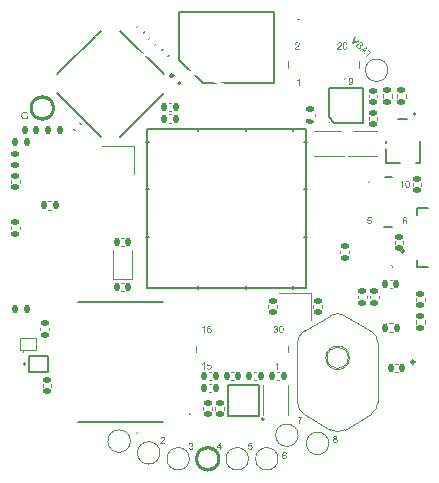
<source format=gbr>
%TF.GenerationSoftware,KiCad,Pcbnew,7.0.1*%
%TF.CreationDate,2023-12-30T02:23:50+00:00*%
%TF.ProjectId,watch_main,77617463-685f-46d6-9169-6e2e6b696361,rev?*%
%TF.SameCoordinates,Original*%
%TF.FileFunction,Legend,Top*%
%TF.FilePolarity,Positive*%
%FSLAX46Y46*%
G04 Gerber Fmt 4.6, Leading zero omitted, Abs format (unit mm)*
G04 Created by KiCad (PCBNEW 7.0.1) date 2023-12-30 02:23:50*
%MOMM*%
%LPD*%
G01*
G04 APERTURE LIST*
G04 Aperture macros list*
%AMRoundRect*
0 Rectangle with rounded corners*
0 $1 Rounding radius*
0 $2 $3 $4 $5 $6 $7 $8 $9 X,Y pos of 4 corners*
0 Add a 4 corners polygon primitive as box body*
4,1,4,$2,$3,$4,$5,$6,$7,$8,$9,$2,$3,0*
0 Add four circle primitives for the rounded corners*
1,1,$1+$1,$2,$3*
1,1,$1+$1,$4,$5*
1,1,$1+$1,$6,$7*
1,1,$1+$1,$8,$9*
0 Add four rect primitives between the rounded corners*
20,1,$1+$1,$2,$3,$4,$5,0*
20,1,$1+$1,$4,$5,$6,$7,0*
20,1,$1+$1,$6,$7,$8,$9,0*
20,1,$1+$1,$8,$9,$2,$3,0*%
%AMRotRect*
0 Rectangle, with rotation*
0 The origin of the aperture is its center*
0 $1 length*
0 $2 width*
0 $3 Rotation angle, in degrees counterclockwise*
0 Add horizontal line*
21,1,$1,$2,0,0,$3*%
%AMFreePoly0*
4,1,6,0.450000,-0.400000,-0.450000,-0.400000,-0.450000,0.650000,0.150000,1.200000,0.450000,1.200000,0.450000,-0.400000,0.450000,-0.400000,$1*%
%AMFreePoly1*
4,1,7,0.150000,0.000000,0.350000,0.000000,0.350000,-0.250000,-0.150000,-0.250000,-0.150000,0.250000,0.150000,0.250000,0.150000,0.000000,0.150000,0.000000,$1*%
%AMFreePoly2*
4,1,59,0.799098,0.828199,0.965410,0.754152,1.112692,0.647145,1.234508,0.511855,1.325534,0.354194,1.381790,0.181054,1.400820,0.000000,1.381790,-0.181054,1.325534,-0.354194,1.234508,-0.511855,1.112692,-0.647145,0.965410,-0.754152,0.799098,-0.828199,0.621025,-0.866050,0.438975,-0.866050,0.260902,-0.828199,0.094590,-0.754152,-0.052692,-0.647145,-0.174508,-0.511855,-0.265534,-0.354194,
-0.321790,-0.181054,-0.339094,-0.016420,0.056698,-0.016420,0.073606,-0.134009,0.129848,-0.257162,0.218508,-0.359481,0.332403,-0.432677,0.462306,-0.470820,0.597694,-0.470820,0.727597,-0.432677,0.841492,-0.359481,0.930152,-0.257162,0.986394,-0.134009,1.005662,0.000000,0.986394,0.134009,0.930152,0.257162,0.841492,0.359481,0.727597,0.432677,0.597694,0.470820,0.462306,0.470820,
0.332403,0.432677,0.218508,0.359481,0.129848,0.257162,0.073606,0.134009,0.056698,0.016420,0.063500,0.000000,0.056698,-0.016420,-0.339094,-0.016420,-0.339094,-0.016419,-0.340820,0.000000,-0.321790,0.181054,-0.265534,0.354194,-0.174508,0.511855,-0.052692,0.647145,0.094590,0.754152,0.260902,0.828199,0.438975,0.866050,0.621025,0.866050,0.799098,0.828199,0.799098,0.828199,
$1*%
G04 Aperture macros list end*
%ADD10C,0.150000*%
%ADD11C,0.120000*%
%ADD12C,0.100000*%
%ADD13C,0.250000*%
%ADD14C,0.200000*%
%ADD15C,0.175000*%
%ADD16C,0.152400*%
%ADD17C,0.304800*%
%ADD18RoundRect,0.140000X-0.170000X0.140000X-0.170000X-0.140000X0.170000X-0.140000X0.170000X0.140000X0*%
%ADD19RoundRect,0.140000X-0.140000X-0.170000X0.140000X-0.170000X0.140000X0.170000X-0.140000X0.170000X0*%
%ADD20RoundRect,0.140000X0.170000X-0.140000X0.170000X0.140000X-0.170000X0.140000X-0.170000X-0.140000X0*%
%ADD21RoundRect,0.135000X-0.185000X0.135000X-0.185000X-0.135000X0.185000X-0.135000X0.185000X0.135000X0*%
%ADD22R,0.200000X0.400000*%
%ADD23R,0.400000X0.400000*%
%ADD24R,0.360000X0.220000*%
%ADD25R,0.360000X0.210000*%
%ADD26RoundRect,0.147500X-0.147500X-0.172500X0.147500X-0.172500X0.147500X0.172500X-0.147500X0.172500X0*%
%ADD27R,0.900000X0.800000*%
%ADD28C,1.500000*%
%ADD29RoundRect,0.147500X0.172500X-0.147500X0.172500X0.147500X-0.172500X0.147500X-0.172500X-0.147500X0*%
%ADD30RotRect,5.400000X5.000000X225.000000*%
%ADD31C,0.400000*%
%ADD32C,0.250000*%
%ADD33R,0.400000X0.200000*%
%ADD34R,0.220000X0.360000*%
%ADD35RoundRect,0.135000X0.185000X-0.135000X0.185000X0.135000X-0.185000X0.135000X-0.185000X-0.135000X0*%
%ADD36R,0.300000X0.375000*%
%ADD37R,0.750000X0.300000*%
%ADD38R,0.750000X1.450000*%
%ADD39RoundRect,0.140000X0.140000X0.170000X-0.140000X0.170000X-0.140000X-0.170000X0.140000X-0.170000X0*%
%ADD40R,0.480000X0.400000*%
%ADD41R,0.750000X0.750000*%
%ADD42R,1.600000X0.900000*%
%ADD43FreePoly0,90.000000*%
%ADD44R,0.300000X0.350000*%
%ADD45R,0.350000X0.300000*%
%ADD46RoundRect,0.135000X-0.135000X-0.185000X0.135000X-0.185000X0.135000X0.185000X-0.135000X0.185000X0*%
%ADD47C,0.300000*%
%ADD48R,0.200000X0.300000*%
%ADD49R,0.250000X0.250000*%
%ADD50R,0.500000X0.300000*%
%ADD51FreePoly1,90.000000*%
%ADD52R,1.000000X1.700000*%
%ADD53R,0.550000X1.600000*%
%ADD54R,1.100000X0.600000*%
%ADD55R,1.200000X0.800000*%
%ADD56R,0.800000X1.000000*%
%ADD57R,0.800000X0.990000*%
%ADD58RoundRect,0.135000X0.135000X0.185000X-0.135000X0.185000X-0.135000X-0.185000X0.135000X-0.185000X0*%
%ADD59C,0.370000*%
%ADD60R,1.600000X0.550000*%
%ADD61RoundRect,0.140000X0.021213X-0.219203X0.219203X-0.021213X-0.021213X0.219203X-0.219203X0.021213X0*%
%ADD62RoundRect,0.147500X-0.226274X-0.017678X-0.017678X-0.226274X0.226274X0.017678X0.017678X0.226274X0*%
%ADD63RoundRect,0.140000X0.219203X0.021213X0.021213X0.219203X-0.219203X-0.021213X-0.021213X-0.219203X0*%
%ADD64R,0.800000X0.350000*%
%ADD65R,0.260000X0.600000*%
%ADD66R,0.762000X0.533400*%
%ADD67FreePoly2,90.000000*%
%ADD68RoundRect,0.147500X0.147500X0.172500X-0.147500X0.172500X-0.147500X-0.172500X0.147500X-0.172500X0*%
%ADD69C,0.406400*%
G04 APERTURE END LIST*
D10*
X150000000Y-116500000D02*
G75*
G03*
X150000000Y-116500000I-1000000J0D01*
G01*
X149900000Y-116500000D02*
G75*
G03*
X149900000Y-116500000I-900000J0D01*
G01*
X135900000Y-86800000D02*
G75*
G03*
X135900000Y-86800000I-900000J0D01*
G01*
X136000000Y-86800000D02*
G75*
G03*
X136000000Y-86800000I-1000000J0D01*
G01*
G36*
X143130894Y-114799000D02*
G01*
X143056741Y-114799000D01*
X143056741Y-114323898D01*
X143051566Y-114328762D01*
X143046097Y-114333625D01*
X143040335Y-114338489D01*
X143034279Y-114343352D01*
X143027929Y-114348216D01*
X143021285Y-114353079D01*
X143014348Y-114357943D01*
X143007117Y-114362806D01*
X143002134Y-114366049D01*
X142997020Y-114369291D01*
X142991775Y-114372533D01*
X142986400Y-114375775D01*
X142980994Y-114378949D01*
X142975658Y-114382022D01*
X142970392Y-114384994D01*
X142965196Y-114387866D01*
X142957533Y-114391984D01*
X142950027Y-114395875D01*
X142942678Y-114399540D01*
X142935486Y-114402978D01*
X142928452Y-114406189D01*
X142921574Y-114409174D01*
X142914854Y-114411932D01*
X142908291Y-114414464D01*
X142908291Y-114339432D01*
X142916015Y-114335758D01*
X142923616Y-114331988D01*
X142931095Y-114328124D01*
X142938452Y-114324164D01*
X142945686Y-114320109D01*
X142952797Y-114315960D01*
X142959786Y-114311715D01*
X142966652Y-114307375D01*
X142973396Y-114302941D01*
X142980018Y-114298411D01*
X142986517Y-114293786D01*
X142992893Y-114289066D01*
X142999147Y-114284251D01*
X143005279Y-114279342D01*
X143011288Y-114274337D01*
X143017174Y-114269237D01*
X143022893Y-114264099D01*
X143028399Y-114258981D01*
X143033691Y-114253882D01*
X143038771Y-114248803D01*
X143043638Y-114243743D01*
X143048292Y-114238703D01*
X143052733Y-114233682D01*
X143056961Y-114228680D01*
X143060976Y-114223698D01*
X143064779Y-114218736D01*
X143068368Y-114213793D01*
X143071744Y-114208869D01*
X143076409Y-114201520D01*
X143080595Y-114194215D01*
X143083120Y-114189369D01*
X143130894Y-114189369D01*
X143130894Y-114799000D01*
G37*
G36*
X165547300Y-93549000D02*
G01*
X165473147Y-93549000D01*
X165473147Y-93073898D01*
X165467972Y-93078762D01*
X165462503Y-93083625D01*
X165456741Y-93088489D01*
X165450685Y-93093352D01*
X165444335Y-93098216D01*
X165437691Y-93103079D01*
X165430754Y-93107943D01*
X165423523Y-93112806D01*
X165418540Y-93116049D01*
X165413426Y-93119291D01*
X165408181Y-93122533D01*
X165402806Y-93125775D01*
X165397400Y-93128949D01*
X165392064Y-93132022D01*
X165386798Y-93134994D01*
X165381602Y-93137866D01*
X165373939Y-93141984D01*
X165366433Y-93145875D01*
X165359084Y-93149540D01*
X165351892Y-93152978D01*
X165344858Y-93156189D01*
X165337980Y-93159174D01*
X165331260Y-93161932D01*
X165324697Y-93164464D01*
X165324697Y-93089432D01*
X165332421Y-93085758D01*
X165340022Y-93081988D01*
X165347501Y-93078124D01*
X165354858Y-93074164D01*
X165362092Y-93070109D01*
X165369203Y-93065960D01*
X165376192Y-93061715D01*
X165383058Y-93057375D01*
X165389802Y-93052941D01*
X165396424Y-93048411D01*
X165402923Y-93043786D01*
X165409299Y-93039066D01*
X165415553Y-93034251D01*
X165421685Y-93029342D01*
X165427694Y-93024337D01*
X165433580Y-93019237D01*
X165439299Y-93014099D01*
X165444805Y-93008981D01*
X165450097Y-93003882D01*
X165455177Y-92998803D01*
X165460044Y-92993743D01*
X165464698Y-92988703D01*
X165469139Y-92983682D01*
X165473367Y-92978680D01*
X165477382Y-92973698D01*
X165481185Y-92968736D01*
X165484774Y-92963793D01*
X165488150Y-92958869D01*
X165492815Y-92951520D01*
X165497001Y-92944215D01*
X165499526Y-92939369D01*
X165547300Y-92939369D01*
X165547300Y-93549000D01*
G37*
G36*
X165938017Y-92939446D02*
G01*
X165943958Y-92939676D01*
X165952693Y-92940309D01*
X165961217Y-92941287D01*
X165969530Y-92942610D01*
X165977631Y-92944279D01*
X165985521Y-92946292D01*
X165993200Y-92948651D01*
X166000668Y-92951355D01*
X166007925Y-92954404D01*
X166014970Y-92957798D01*
X166017272Y-92959006D01*
X166024055Y-92962842D01*
X166030612Y-92966983D01*
X166036942Y-92971432D01*
X166043045Y-92976187D01*
X166048922Y-92981248D01*
X166054572Y-92986616D01*
X166059995Y-92992291D01*
X166065192Y-92998272D01*
X166070162Y-93004559D01*
X166074905Y-93011153D01*
X166077942Y-93015720D01*
X166082330Y-93022787D01*
X166086539Y-93030140D01*
X166090567Y-93037779D01*
X166094414Y-93045704D01*
X166096879Y-93051147D01*
X166099264Y-93056716D01*
X166101569Y-93062412D01*
X166103793Y-93068236D01*
X166105938Y-93074186D01*
X166108002Y-93080264D01*
X166109986Y-93086469D01*
X166111890Y-93092800D01*
X166113714Y-93099259D01*
X166115457Y-93105845D01*
X166117108Y-93112621D01*
X166118652Y-93119687D01*
X166120089Y-93127042D01*
X166121420Y-93134687D01*
X166122644Y-93142622D01*
X166123762Y-93150846D01*
X166124774Y-93159360D01*
X166125679Y-93168164D01*
X166126477Y-93177257D01*
X166127170Y-93186640D01*
X166127755Y-93196313D01*
X166128234Y-93206275D01*
X166128607Y-93216527D01*
X166128873Y-93227068D01*
X166129033Y-93237900D01*
X166129086Y-93249020D01*
X166129065Y-93255648D01*
X166129001Y-93262196D01*
X166128894Y-93268663D01*
X166128745Y-93275051D01*
X166128553Y-93281358D01*
X166128318Y-93287585D01*
X166128041Y-93293732D01*
X166127721Y-93299799D01*
X166127359Y-93305785D01*
X166126954Y-93311692D01*
X166126015Y-93323264D01*
X166124907Y-93334516D01*
X166123627Y-93345448D01*
X166122177Y-93356058D01*
X166120557Y-93366349D01*
X166118765Y-93376318D01*
X166116804Y-93385967D01*
X166114671Y-93395296D01*
X166112368Y-93404304D01*
X166109895Y-93412991D01*
X166107251Y-93421358D01*
X166104437Y-93429430D01*
X166101453Y-93437270D01*
X166098300Y-93444877D01*
X166094978Y-93452252D01*
X166091486Y-93459394D01*
X166087824Y-93466304D01*
X166083993Y-93472982D01*
X166079993Y-93479427D01*
X166075824Y-93485640D01*
X166071484Y-93491620D01*
X166066976Y-93497368D01*
X166062298Y-93502883D01*
X166057450Y-93508166D01*
X166052433Y-93513217D01*
X166047247Y-93518035D01*
X166041891Y-93522621D01*
X166036362Y-93526951D01*
X166030653Y-93531002D01*
X166024766Y-93534773D01*
X166018700Y-93538265D01*
X166012456Y-93541478D01*
X166006033Y-93544411D01*
X165999432Y-93547065D01*
X165992652Y-93549439D01*
X165985693Y-93551534D01*
X165978556Y-93553350D01*
X165971240Y-93554887D01*
X165963746Y-93556144D01*
X165956073Y-93557121D01*
X165948221Y-93557820D01*
X165940191Y-93558239D01*
X165931982Y-93558378D01*
X165921211Y-93558133D01*
X165910733Y-93557396D01*
X165900548Y-93556168D01*
X165890656Y-93554449D01*
X165881057Y-93552239D01*
X165871752Y-93549538D01*
X165862739Y-93546345D01*
X165854020Y-93542661D01*
X165845593Y-93538487D01*
X165837460Y-93533821D01*
X165829620Y-93528663D01*
X165822073Y-93523015D01*
X165814819Y-93516876D01*
X165807858Y-93510245D01*
X165801190Y-93503123D01*
X165794815Y-93495510D01*
X165791137Y-93490691D01*
X165787575Y-93485686D01*
X165784130Y-93480495D01*
X165780802Y-93475118D01*
X165777590Y-93469554D01*
X165774496Y-93463805D01*
X165771518Y-93457870D01*
X165768657Y-93451748D01*
X165765913Y-93445441D01*
X165763285Y-93438947D01*
X165760774Y-93432268D01*
X165758380Y-93425402D01*
X165756103Y-93418350D01*
X165753943Y-93411113D01*
X165751899Y-93403689D01*
X165749972Y-93396079D01*
X165748162Y-93388283D01*
X165746469Y-93380301D01*
X165744892Y-93372133D01*
X165743433Y-93363779D01*
X165742090Y-93355239D01*
X165740864Y-93346513D01*
X165739754Y-93337601D01*
X165738762Y-93328503D01*
X165737886Y-93319219D01*
X165737127Y-93309749D01*
X165736484Y-93300092D01*
X165735959Y-93290250D01*
X165735550Y-93280222D01*
X165735258Y-93270007D01*
X165735083Y-93259607D01*
X165735025Y-93249020D01*
X165735025Y-93248874D01*
X165811228Y-93248874D01*
X165811262Y-93258119D01*
X165811365Y-93267168D01*
X165811535Y-93276022D01*
X165811773Y-93284681D01*
X165812080Y-93293145D01*
X165812455Y-93301414D01*
X165812897Y-93309487D01*
X165813408Y-93317366D01*
X165813987Y-93325049D01*
X165814634Y-93332537D01*
X165815350Y-93339829D01*
X165816133Y-93346927D01*
X165816985Y-93353829D01*
X165817904Y-93360536D01*
X165818892Y-93367048D01*
X165819948Y-93373364D01*
X165821072Y-93379486D01*
X165822264Y-93385412D01*
X165823524Y-93391143D01*
X165826249Y-93402020D01*
X165829246Y-93412115D01*
X165832516Y-93421430D01*
X165836058Y-93429964D01*
X165839873Y-93437717D01*
X165843960Y-93444690D01*
X165846106Y-93447883D01*
X165850529Y-93453881D01*
X165855078Y-93459492D01*
X165859752Y-93464716D01*
X165864553Y-93469553D01*
X165869479Y-93474004D01*
X165874532Y-93478067D01*
X165879710Y-93481743D01*
X165885014Y-93485032D01*
X165890444Y-93487935D01*
X165896001Y-93490450D01*
X165901683Y-93492578D01*
X165907491Y-93494320D01*
X165913425Y-93495674D01*
X165919484Y-93496641D01*
X165925670Y-93497222D01*
X165931982Y-93497415D01*
X165938312Y-93497221D01*
X165944514Y-93496639D01*
X165950589Y-93495669D01*
X165956538Y-93494310D01*
X165962359Y-93492564D01*
X165968053Y-93490429D01*
X165973620Y-93487907D01*
X165979060Y-93484996D01*
X165984373Y-93481697D01*
X165989559Y-93478010D01*
X165994617Y-93473934D01*
X165999549Y-93469471D01*
X166004353Y-93464620D01*
X166009031Y-93459380D01*
X166013581Y-93453752D01*
X166018004Y-93447736D01*
X166022228Y-93441138D01*
X166026179Y-93433762D01*
X166029857Y-93425609D01*
X166033263Y-93416678D01*
X166036397Y-93406970D01*
X166039258Y-93396484D01*
X166041847Y-93385222D01*
X166043039Y-93379299D01*
X166044163Y-93373181D01*
X166045219Y-93366870D01*
X166046206Y-93360364D01*
X166047126Y-93353663D01*
X166047978Y-93346769D01*
X166048761Y-93339680D01*
X166049476Y-93332396D01*
X166050123Y-93324919D01*
X166050702Y-93317247D01*
X166051213Y-93309380D01*
X166051656Y-93301320D01*
X166052031Y-93293064D01*
X166052337Y-93284615D01*
X166052576Y-93275971D01*
X166052746Y-93267133D01*
X166052848Y-93258101D01*
X166052882Y-93248874D01*
X166052848Y-93239602D01*
X166052746Y-93230528D01*
X166052576Y-93221649D01*
X166052337Y-93212968D01*
X166052031Y-93204483D01*
X166051656Y-93196195D01*
X166051213Y-93188103D01*
X166050702Y-93180208D01*
X166050123Y-93172510D01*
X166049476Y-93165008D01*
X166048761Y-93157703D01*
X166047978Y-93150594D01*
X166047126Y-93143683D01*
X166046206Y-93136967D01*
X166045219Y-93130449D01*
X166044163Y-93124127D01*
X166043039Y-93118002D01*
X166041847Y-93112073D01*
X166040586Y-93106341D01*
X166037862Y-93095467D01*
X166034864Y-93085379D01*
X166031595Y-93076078D01*
X166028052Y-93067564D01*
X166024237Y-93059836D01*
X166020150Y-93052894D01*
X166018004Y-93049718D01*
X166013578Y-93043738D01*
X166009019Y-93038143D01*
X166004328Y-93032935D01*
X165999503Y-93028112D01*
X165994546Y-93023675D01*
X165989455Y-93019624D01*
X165984232Y-93015958D01*
X165978877Y-93012679D01*
X165973388Y-93009785D01*
X165967767Y-93007277D01*
X165962012Y-93005155D01*
X165956125Y-93003419D01*
X165950106Y-93002069D01*
X165943953Y-93001104D01*
X165937668Y-93000525D01*
X165931249Y-93000332D01*
X165924937Y-93000502D01*
X165918786Y-93001012D01*
X165912797Y-93001863D01*
X165906969Y-93003053D01*
X165901302Y-93004583D01*
X165893105Y-93007516D01*
X165885271Y-93011213D01*
X165877800Y-93015676D01*
X165873021Y-93019077D01*
X165868404Y-93022817D01*
X165863948Y-93026897D01*
X165859653Y-93031318D01*
X165855520Y-93036078D01*
X165851549Y-93041179D01*
X165849623Y-93043856D01*
X165844974Y-93051166D01*
X165840625Y-93059209D01*
X165836575Y-93067987D01*
X165832826Y-93077498D01*
X165829376Y-93087743D01*
X165826226Y-93098722D01*
X165824764Y-93104486D01*
X165823377Y-93110435D01*
X165822064Y-93116566D01*
X165820827Y-93122881D01*
X165819665Y-93129380D01*
X165818577Y-93136062D01*
X165817565Y-93142927D01*
X165816628Y-93149976D01*
X165815765Y-93157209D01*
X165814978Y-93164624D01*
X165814266Y-93172224D01*
X165813628Y-93180007D01*
X165813066Y-93187973D01*
X165812578Y-93196123D01*
X165812166Y-93204456D01*
X165811828Y-93212972D01*
X165811566Y-93221673D01*
X165811378Y-93230556D01*
X165811266Y-93239623D01*
X165811228Y-93248874D01*
X165735025Y-93248874D01*
X165735046Y-93242348D01*
X165735111Y-93235757D01*
X165735218Y-93229248D01*
X165735368Y-93222821D01*
X165735561Y-93216476D01*
X165735797Y-93210212D01*
X165736077Y-93204031D01*
X165736399Y-93197931D01*
X165736763Y-93191913D01*
X165737171Y-93185977D01*
X165737622Y-93180123D01*
X165738653Y-93168660D01*
X165739855Y-93157525D01*
X165741229Y-93146718D01*
X165742774Y-93136237D01*
X165744491Y-93126084D01*
X165746381Y-93116259D01*
X165748441Y-93106761D01*
X165750674Y-93097590D01*
X165753078Y-93088747D01*
X165755654Y-93080232D01*
X165757006Y-93076096D01*
X165759856Y-93068008D01*
X165762871Y-93060155D01*
X165766052Y-93052538D01*
X165769399Y-93045157D01*
X165772912Y-93038012D01*
X165776591Y-93031102D01*
X165780436Y-93024429D01*
X165784447Y-93017991D01*
X165788624Y-93011789D01*
X165792967Y-93005823D01*
X165797477Y-93000093D01*
X165802152Y-92994599D01*
X165806993Y-92989340D01*
X165812000Y-92984318D01*
X165817173Y-92979531D01*
X165822512Y-92974980D01*
X165828041Y-92970668D01*
X165833744Y-92966634D01*
X165839622Y-92962878D01*
X165845676Y-92959400D01*
X165851905Y-92956201D01*
X165858309Y-92953280D01*
X165864888Y-92950637D01*
X165871642Y-92948272D01*
X165878571Y-92946185D01*
X165885676Y-92944377D01*
X165892956Y-92942847D01*
X165900411Y-92941595D01*
X165908041Y-92940621D01*
X165915846Y-92939926D01*
X165923826Y-92939508D01*
X165931982Y-92939369D01*
X165938017Y-92939446D01*
G37*
G36*
X156606413Y-113019090D02*
G01*
X156606413Y-112948748D01*
X156997544Y-112948748D01*
X156997544Y-113006487D01*
X156990331Y-113014377D01*
X156983125Y-113022584D01*
X156975928Y-113031110D01*
X156968739Y-113039955D01*
X156961557Y-113049117D01*
X156957970Y-113053818D01*
X156954384Y-113058598D01*
X156950800Y-113063458D01*
X156947219Y-113068397D01*
X156943639Y-113073416D01*
X156940061Y-113078515D01*
X156936486Y-113083693D01*
X156932912Y-113088950D01*
X156929341Y-113094287D01*
X156925771Y-113099704D01*
X156922203Y-113105200D01*
X156918638Y-113110776D01*
X156915074Y-113116432D01*
X156911512Y-113122167D01*
X156907953Y-113127981D01*
X156904395Y-113133876D01*
X156900840Y-113139849D01*
X156897286Y-113145903D01*
X156893735Y-113152036D01*
X156890185Y-113158248D01*
X156886637Y-113164540D01*
X156883092Y-113170912D01*
X156879581Y-113177320D01*
X156876121Y-113183739D01*
X156872711Y-113190171D01*
X156869351Y-113196614D01*
X156866041Y-113203069D01*
X156862781Y-113209536D01*
X156859571Y-113216015D01*
X156856411Y-113222505D01*
X156853302Y-113229007D01*
X156850242Y-113235520D01*
X156847233Y-113242046D01*
X156844273Y-113248583D01*
X156841364Y-113255132D01*
X156838505Y-113261693D01*
X156835696Y-113268265D01*
X156832937Y-113274849D01*
X156830228Y-113281445D01*
X156827569Y-113288053D01*
X156824960Y-113294672D01*
X156822401Y-113301303D01*
X156819893Y-113307946D01*
X156817434Y-113314600D01*
X156815026Y-113321266D01*
X156812667Y-113327944D01*
X156810359Y-113334634D01*
X156808101Y-113341336D01*
X156805893Y-113348049D01*
X156803735Y-113354774D01*
X156801627Y-113361510D01*
X156799569Y-113368259D01*
X156797562Y-113375019D01*
X156795604Y-113381791D01*
X156792883Y-113391391D01*
X156790287Y-113401105D01*
X156787818Y-113410932D01*
X156785474Y-113420873D01*
X156783256Y-113430927D01*
X156781165Y-113441094D01*
X156779199Y-113451374D01*
X156777359Y-113461768D01*
X156775645Y-113472275D01*
X156774057Y-113482896D01*
X156772595Y-113493630D01*
X156771259Y-113504477D01*
X156770049Y-113515438D01*
X156768965Y-113526512D01*
X156768006Y-113537699D01*
X156767174Y-113549000D01*
X156690824Y-113549000D01*
X156691088Y-113539888D01*
X156691550Y-113530544D01*
X156692210Y-113520966D01*
X156693068Y-113511154D01*
X156694124Y-113501109D01*
X156695378Y-113490830D01*
X156696830Y-113480318D01*
X156698481Y-113469572D01*
X156700329Y-113458592D01*
X156702376Y-113447379D01*
X156704620Y-113435933D01*
X156705817Y-113430122D01*
X156707063Y-113424252D01*
X156708358Y-113418325D01*
X156709704Y-113412339D01*
X156711098Y-113406294D01*
X156712542Y-113400191D01*
X156714036Y-113394030D01*
X156715579Y-113387811D01*
X156717172Y-113381533D01*
X156718814Y-113375196D01*
X156720513Y-113368829D01*
X156722257Y-113362476D01*
X156724047Y-113356138D01*
X156725883Y-113349814D01*
X156727763Y-113343505D01*
X156729690Y-113337211D01*
X156731662Y-113330931D01*
X156733679Y-113324665D01*
X156735742Y-113318415D01*
X156737851Y-113312179D01*
X156740005Y-113305957D01*
X156742204Y-113299750D01*
X156744449Y-113293558D01*
X156746740Y-113287380D01*
X156749076Y-113281217D01*
X156751457Y-113275069D01*
X156753884Y-113268935D01*
X156756357Y-113262816D01*
X156758875Y-113256711D01*
X156761438Y-113250621D01*
X156764047Y-113244545D01*
X156766702Y-113238485D01*
X156769402Y-113232438D01*
X156772148Y-113226407D01*
X156774939Y-113220389D01*
X156777775Y-113214387D01*
X156780657Y-113208399D01*
X156783585Y-113202426D01*
X156786558Y-113196467D01*
X156789577Y-113190523D01*
X156792641Y-113184593D01*
X156795751Y-113178678D01*
X156798889Y-113172791D01*
X156802040Y-113166961D01*
X156805203Y-113161190D01*
X156808379Y-113155476D01*
X156811566Y-113149821D01*
X156814767Y-113144224D01*
X156817979Y-113138685D01*
X156821204Y-113133204D01*
X156824441Y-113127781D01*
X156827690Y-113122416D01*
X156830952Y-113117109D01*
X156834226Y-113111861D01*
X156837512Y-113106670D01*
X156840810Y-113101538D01*
X156844121Y-113096463D01*
X156847445Y-113091447D01*
X156850780Y-113086489D01*
X156854128Y-113081589D01*
X156857488Y-113076747D01*
X156864245Y-113067238D01*
X156871051Y-113057961D01*
X156877907Y-113048916D01*
X156884812Y-113040104D01*
X156891766Y-113031524D01*
X156898769Y-113023177D01*
X156902289Y-113019090D01*
X156606413Y-113019090D01*
G37*
G36*
X133521396Y-87509837D02*
G01*
X133521396Y-87439495D01*
X133777265Y-87439055D01*
X133777265Y-87664589D01*
X133769886Y-87670342D01*
X133762477Y-87675914D01*
X133755039Y-87681306D01*
X133747571Y-87686516D01*
X133740073Y-87691546D01*
X133732545Y-87696394D01*
X133724988Y-87701062D01*
X133717401Y-87705549D01*
X133709784Y-87709855D01*
X133702137Y-87713980D01*
X133694461Y-87717924D01*
X133686755Y-87721687D01*
X133679019Y-87725269D01*
X133671253Y-87728671D01*
X133663457Y-87731891D01*
X133655632Y-87734931D01*
X133647797Y-87737770D01*
X133639935Y-87740427D01*
X133632048Y-87742900D01*
X133624134Y-87745189D01*
X133616193Y-87747296D01*
X133608227Y-87749219D01*
X133600234Y-87750960D01*
X133592214Y-87752517D01*
X133584169Y-87753890D01*
X133576096Y-87755081D01*
X133567998Y-87756089D01*
X133559873Y-87756913D01*
X133551722Y-87757554D01*
X133543545Y-87758012D01*
X133535341Y-87758287D01*
X133527111Y-87758378D01*
X133516055Y-87758229D01*
X133505125Y-87757781D01*
X133494321Y-87757034D01*
X133483642Y-87755988D01*
X133473090Y-87754643D01*
X133462663Y-87753000D01*
X133452363Y-87751057D01*
X133442188Y-87748816D01*
X133432139Y-87746276D01*
X133422217Y-87743438D01*
X133412420Y-87740300D01*
X133402749Y-87736864D01*
X133393204Y-87733128D01*
X133383785Y-87729094D01*
X133374492Y-87724762D01*
X133365325Y-87720130D01*
X133356378Y-87715197D01*
X133347710Y-87709998D01*
X133339319Y-87704531D01*
X133331207Y-87698798D01*
X133323373Y-87692799D01*
X133315818Y-87686532D01*
X133308540Y-87679999D01*
X133301541Y-87673199D01*
X133294820Y-87666132D01*
X133288377Y-87658798D01*
X133282212Y-87651198D01*
X133276326Y-87643331D01*
X133270718Y-87635197D01*
X133265388Y-87626796D01*
X133260336Y-87618129D01*
X133255562Y-87609195D01*
X133251072Y-87600061D01*
X133246872Y-87590794D01*
X133242962Y-87581395D01*
X133239341Y-87571862D01*
X133236010Y-87562197D01*
X133232969Y-87552399D01*
X133230217Y-87542469D01*
X133227755Y-87532405D01*
X133225583Y-87522209D01*
X133223700Y-87511879D01*
X133222107Y-87501417D01*
X133220803Y-87490823D01*
X133219789Y-87480095D01*
X133219065Y-87469235D01*
X133218631Y-87458241D01*
X133218486Y-87447115D01*
X133218630Y-87436079D01*
X133219061Y-87425133D01*
X133219779Y-87414280D01*
X133220785Y-87403518D01*
X133222078Y-87392848D01*
X133223659Y-87382269D01*
X133225527Y-87371782D01*
X133227682Y-87361386D01*
X133230124Y-87351082D01*
X133232854Y-87340870D01*
X133235872Y-87330749D01*
X133239176Y-87320720D01*
X133242769Y-87310782D01*
X133246648Y-87300936D01*
X133250815Y-87291182D01*
X133255269Y-87281519D01*
X133260011Y-87272057D01*
X133265005Y-87262905D01*
X133270251Y-87254064D01*
X133275749Y-87245533D01*
X133281498Y-87237312D01*
X133287500Y-87229401D01*
X133293753Y-87221801D01*
X133300259Y-87214511D01*
X133307016Y-87207531D01*
X133314025Y-87200861D01*
X133321286Y-87194502D01*
X133328798Y-87188453D01*
X133336563Y-87182714D01*
X133344579Y-87177286D01*
X133352848Y-87172168D01*
X133361368Y-87167360D01*
X133370114Y-87162834D01*
X133379025Y-87158601D01*
X133388098Y-87154660D01*
X133397336Y-87151011D01*
X133406737Y-87147653D01*
X133416302Y-87144588D01*
X133426031Y-87141814D01*
X133435923Y-87139333D01*
X133445979Y-87137143D01*
X133456199Y-87135245D01*
X133466583Y-87133640D01*
X133477130Y-87132326D01*
X133487841Y-87131304D01*
X133498716Y-87130574D01*
X133509754Y-87130136D01*
X133520956Y-87129990D01*
X133529095Y-87130072D01*
X133537136Y-87130318D01*
X133545078Y-87130727D01*
X133552922Y-87131300D01*
X133560667Y-87132037D01*
X133568314Y-87132937D01*
X133575862Y-87134002D01*
X133583312Y-87135229D01*
X133590663Y-87136621D01*
X133597916Y-87138176D01*
X133605070Y-87139895D01*
X133612126Y-87141778D01*
X133619084Y-87143825D01*
X133625943Y-87146035D01*
X133632703Y-87148409D01*
X133639365Y-87150946D01*
X133645907Y-87153631D01*
X133652268Y-87156444D01*
X133658450Y-87159387D01*
X133664452Y-87162459D01*
X133670274Y-87165661D01*
X133675917Y-87168992D01*
X133681380Y-87172453D01*
X133686663Y-87176042D01*
X133691766Y-87179762D01*
X133696690Y-87183610D01*
X133701434Y-87187588D01*
X133705998Y-87191695D01*
X133710382Y-87195932D01*
X133714587Y-87200298D01*
X133718612Y-87204793D01*
X133722457Y-87209418D01*
X133726173Y-87214196D01*
X133729775Y-87219152D01*
X133733262Y-87224285D01*
X133736635Y-87229596D01*
X133739893Y-87235084D01*
X133743037Y-87240749D01*
X133746067Y-87246592D01*
X133748981Y-87252613D01*
X133751782Y-87258810D01*
X133754468Y-87265186D01*
X133757039Y-87271738D01*
X133759496Y-87278469D01*
X133761839Y-87285376D01*
X133764067Y-87292462D01*
X133766180Y-87299724D01*
X133768179Y-87307164D01*
X133696078Y-87326948D01*
X133694349Y-87321328D01*
X133691659Y-87313185D01*
X133688852Y-87305387D01*
X133685929Y-87297935D01*
X133682891Y-87290828D01*
X133679737Y-87284066D01*
X133676467Y-87277649D01*
X133673080Y-87271577D01*
X133669578Y-87265851D01*
X133665960Y-87260470D01*
X133662226Y-87255434D01*
X133658309Y-87250634D01*
X133654085Y-87246017D01*
X133649554Y-87241584D01*
X133644717Y-87237333D01*
X133639573Y-87233265D01*
X133634122Y-87229380D01*
X133628365Y-87225678D01*
X133622302Y-87222159D01*
X133615932Y-87218822D01*
X133609255Y-87215669D01*
X133604634Y-87213668D01*
X133597528Y-87210866D01*
X133590277Y-87208339D01*
X133582882Y-87206088D01*
X133575343Y-87204113D01*
X133567660Y-87202413D01*
X133559832Y-87200989D01*
X133551860Y-87199840D01*
X133543744Y-87198968D01*
X133535484Y-87198370D01*
X133527079Y-87198049D01*
X133521396Y-87197988D01*
X133514603Y-87198054D01*
X133507925Y-87198253D01*
X133501363Y-87198585D01*
X133494917Y-87199050D01*
X133488586Y-87199648D01*
X133482371Y-87200378D01*
X133476272Y-87201241D01*
X133470288Y-87202237D01*
X133464420Y-87203366D01*
X133458668Y-87204628D01*
X133450256Y-87206770D01*
X133442104Y-87209210D01*
X133434212Y-87211949D01*
X133426581Y-87214987D01*
X133419215Y-87218268D01*
X133412119Y-87221738D01*
X133405294Y-87225395D01*
X133398740Y-87229241D01*
X133392455Y-87233274D01*
X133386442Y-87237496D01*
X133380699Y-87241906D01*
X133375226Y-87246503D01*
X133370024Y-87251289D01*
X133365092Y-87256263D01*
X133361954Y-87259683D01*
X133357462Y-87264898D01*
X133353163Y-87270211D01*
X133349058Y-87275621D01*
X133345145Y-87281129D01*
X133341426Y-87286736D01*
X133337900Y-87292440D01*
X133334567Y-87298242D01*
X133331427Y-87304142D01*
X133328480Y-87310139D01*
X133325727Y-87316235D01*
X133323999Y-87320353D01*
X133321195Y-87327517D01*
X133318572Y-87334756D01*
X133316130Y-87342071D01*
X133313869Y-87349461D01*
X133311789Y-87356927D01*
X133309889Y-87364468D01*
X133308171Y-87372085D01*
X133306633Y-87379778D01*
X133305277Y-87387546D01*
X133304101Y-87395389D01*
X133303106Y-87403308D01*
X133302292Y-87411303D01*
X133301659Y-87419374D01*
X133301207Y-87427519D01*
X133300935Y-87435741D01*
X133300845Y-87444038D01*
X133300953Y-87454192D01*
X133301280Y-87464138D01*
X133301824Y-87473875D01*
X133302585Y-87483404D01*
X133303564Y-87492724D01*
X133304760Y-87501836D01*
X133306174Y-87510740D01*
X133307806Y-87519436D01*
X133309655Y-87527923D01*
X133311721Y-87536201D01*
X133314005Y-87544272D01*
X133316507Y-87552134D01*
X133319226Y-87559787D01*
X133322163Y-87567232D01*
X133325317Y-87574469D01*
X133328688Y-87581498D01*
X133332267Y-87588293D01*
X133336043Y-87594865D01*
X133340016Y-87601216D01*
X133344186Y-87607345D01*
X133348552Y-87613251D01*
X133353116Y-87618936D01*
X133357876Y-87624398D01*
X133362834Y-87629638D01*
X133367988Y-87634656D01*
X133373339Y-87639452D01*
X133378887Y-87644026D01*
X133384632Y-87648378D01*
X133390574Y-87652507D01*
X133396713Y-87656415D01*
X133403049Y-87660100D01*
X133409582Y-87663563D01*
X133416257Y-87666811D01*
X133422984Y-87669849D01*
X133429762Y-87672677D01*
X133436592Y-87675296D01*
X133443473Y-87677706D01*
X133450406Y-87679905D01*
X133457390Y-87681896D01*
X133464426Y-87683677D01*
X133471514Y-87685248D01*
X133478653Y-87686610D01*
X133485843Y-87687762D01*
X133493085Y-87688705D01*
X133500379Y-87689438D01*
X133507724Y-87689962D01*
X133515120Y-87690276D01*
X133522568Y-87690381D01*
X133529061Y-87690302D01*
X133535533Y-87690065D01*
X133541985Y-87689670D01*
X133548415Y-87689117D01*
X133554826Y-87688406D01*
X133561215Y-87687537D01*
X133567584Y-87686510D01*
X133573933Y-87685325D01*
X133580260Y-87683982D01*
X133586568Y-87682481D01*
X133592854Y-87680823D01*
X133599120Y-87679006D01*
X133605366Y-87677031D01*
X133611590Y-87674898D01*
X133617794Y-87672607D01*
X133623978Y-87670158D01*
X133630076Y-87667620D01*
X133635986Y-87665061D01*
X133641708Y-87662481D01*
X133647242Y-87659881D01*
X133652589Y-87657261D01*
X133660257Y-87653291D01*
X133667502Y-87649275D01*
X133674325Y-87645213D01*
X133680726Y-87641104D01*
X133686704Y-87636949D01*
X133692259Y-87632748D01*
X133697392Y-87628500D01*
X133699009Y-87627073D01*
X133699009Y-87509837D01*
X133521396Y-87509837D01*
G37*
G36*
X154568277Y-105690144D02*
G01*
X154642429Y-105680179D01*
X154644092Y-105687828D01*
X154645895Y-105695207D01*
X154647838Y-105702314D01*
X154649921Y-105709149D01*
X154652143Y-105715713D01*
X154654505Y-105722006D01*
X154657007Y-105728028D01*
X154659648Y-105733778D01*
X154662429Y-105739257D01*
X154665349Y-105744464D01*
X154669992Y-105751767D01*
X154674949Y-105758459D01*
X154680221Y-105764540D01*
X154685806Y-105770011D01*
X154691694Y-105774909D01*
X154697816Y-105779324D01*
X154704172Y-105783258D01*
X154710762Y-105786711D01*
X154717588Y-105789681D01*
X154724647Y-105792170D01*
X154731941Y-105794177D01*
X154739469Y-105795703D01*
X154747232Y-105796746D01*
X154755229Y-105797308D01*
X154760691Y-105797415D01*
X154767185Y-105797273D01*
X154773550Y-105796848D01*
X154779788Y-105796138D01*
X154785897Y-105795144D01*
X154791878Y-105793866D01*
X154797731Y-105792305D01*
X154803455Y-105790459D01*
X154809051Y-105788330D01*
X154814519Y-105785916D01*
X154819859Y-105783219D01*
X154825070Y-105780238D01*
X154830154Y-105776972D01*
X154835109Y-105773423D01*
X154839936Y-105769590D01*
X154844634Y-105765473D01*
X154849205Y-105761072D01*
X154853570Y-105756462D01*
X154857654Y-105751716D01*
X154861456Y-105746835D01*
X154864977Y-105741820D01*
X154868216Y-105736669D01*
X154871173Y-105731383D01*
X154873848Y-105725962D01*
X154876242Y-105720406D01*
X154878355Y-105714714D01*
X154880185Y-105708888D01*
X154881734Y-105702927D01*
X154883002Y-105696830D01*
X154883988Y-105690598D01*
X154884692Y-105684232D01*
X154885114Y-105677730D01*
X154885255Y-105671093D01*
X154885124Y-105664770D01*
X154884733Y-105658589D01*
X154884080Y-105652548D01*
X154883167Y-105646647D01*
X154881992Y-105640888D01*
X154879741Y-105632513D01*
X154876902Y-105624455D01*
X154873476Y-105616714D01*
X154869462Y-105609289D01*
X154864862Y-105602181D01*
X154859674Y-105595391D01*
X154853898Y-105588917D01*
X154851843Y-105586829D01*
X154845419Y-105580884D01*
X154838679Y-105575524D01*
X154831622Y-105570749D01*
X154824248Y-105566558D01*
X154816558Y-105562952D01*
X154808550Y-105559931D01*
X154800226Y-105557494D01*
X154794500Y-105556195D01*
X154788634Y-105555155D01*
X154782627Y-105554376D01*
X154776479Y-105553856D01*
X154770190Y-105553596D01*
X154766993Y-105553563D01*
X154760148Y-105553764D01*
X154752802Y-105554365D01*
X154746564Y-105555134D01*
X154740006Y-105556160D01*
X154733128Y-105557442D01*
X154725929Y-105558981D01*
X154718409Y-105560776D01*
X154714529Y-105561770D01*
X154722882Y-105491868D01*
X154728761Y-105492368D01*
X154734752Y-105492600D01*
X154740650Y-105492505D01*
X154749354Y-105492006D01*
X154757888Y-105491080D01*
X154766253Y-105489726D01*
X154774447Y-105487944D01*
X154782471Y-105485735D01*
X154790325Y-105483098D01*
X154798010Y-105480033D01*
X154805524Y-105476541D01*
X154812868Y-105472621D01*
X154820042Y-105468274D01*
X154826825Y-105463481D01*
X154832941Y-105458224D01*
X154838390Y-105452503D01*
X154843171Y-105446319D01*
X154847285Y-105439672D01*
X154850733Y-105432560D01*
X154853512Y-105424985D01*
X154855625Y-105416946D01*
X154857071Y-105408444D01*
X154857664Y-105402518D01*
X154857960Y-105396386D01*
X154857997Y-105393242D01*
X154857754Y-105385835D01*
X154857024Y-105378669D01*
X154855807Y-105371746D01*
X154854103Y-105365064D01*
X154851912Y-105358625D01*
X154849234Y-105352428D01*
X154846069Y-105346473D01*
X154842418Y-105340761D01*
X154838279Y-105335290D01*
X154833654Y-105330062D01*
X154830300Y-105326711D01*
X154824993Y-105321997D01*
X154819402Y-105317746D01*
X154813528Y-105313959D01*
X154807370Y-105310636D01*
X154800930Y-105307777D01*
X154794205Y-105305381D01*
X154787198Y-105303449D01*
X154779907Y-105301981D01*
X154772333Y-105300976D01*
X154764475Y-105300435D01*
X154759079Y-105300332D01*
X154751099Y-105300569D01*
X154743372Y-105301280D01*
X154735898Y-105302465D01*
X154728675Y-105304124D01*
X154721706Y-105306257D01*
X154714988Y-105308864D01*
X154708523Y-105311945D01*
X154702311Y-105315500D01*
X154696351Y-105319529D01*
X154690643Y-105324032D01*
X154686979Y-105327297D01*
X154681747Y-105332590D01*
X154676879Y-105338356D01*
X154672374Y-105344597D01*
X154668232Y-105351312D01*
X154664454Y-105358501D01*
X154661038Y-105366163D01*
X154657986Y-105374300D01*
X154656153Y-105379988D01*
X154654482Y-105385886D01*
X154652972Y-105391996D01*
X154651623Y-105398315D01*
X154650436Y-105404846D01*
X154649903Y-105408190D01*
X154575750Y-105395001D01*
X154577571Y-105385862D01*
X154579664Y-105376985D01*
X154582027Y-105368369D01*
X154584662Y-105360013D01*
X154587569Y-105351919D01*
X154590746Y-105344085D01*
X154594195Y-105336513D01*
X154597915Y-105329202D01*
X154601907Y-105322152D01*
X154606170Y-105315362D01*
X154610704Y-105308834D01*
X154615510Y-105302567D01*
X154620587Y-105296561D01*
X154625935Y-105290816D01*
X154631555Y-105285332D01*
X154637446Y-105280109D01*
X154643565Y-105275176D01*
X154649868Y-105270561D01*
X154656356Y-105266264D01*
X154663028Y-105262285D01*
X154669884Y-105258625D01*
X154676924Y-105255283D01*
X154684149Y-105252260D01*
X154691558Y-105249554D01*
X154699152Y-105247167D01*
X154706929Y-105245098D01*
X154714892Y-105243348D01*
X154723038Y-105241916D01*
X154731369Y-105240802D01*
X154739884Y-105240006D01*
X154748583Y-105239528D01*
X154757467Y-105239369D01*
X154763610Y-105239452D01*
X154769692Y-105239699D01*
X154775714Y-105240111D01*
X154781675Y-105240688D01*
X154787575Y-105241430D01*
X154793414Y-105242337D01*
X154799193Y-105243409D01*
X154807748Y-105245325D01*
X154816165Y-105247613D01*
X154824447Y-105250271D01*
X154832592Y-105253300D01*
X154840600Y-105256701D01*
X154848472Y-105260472D01*
X154856103Y-105264565D01*
X154863389Y-105268932D01*
X154870329Y-105273571D01*
X154876925Y-105278483D01*
X154883175Y-105283669D01*
X154889080Y-105289127D01*
X154894640Y-105294859D01*
X154899855Y-105300864D01*
X154904724Y-105307141D01*
X154909248Y-105313692D01*
X154912073Y-105318211D01*
X154916027Y-105325093D01*
X154919593Y-105332054D01*
X154922770Y-105339096D01*
X154925557Y-105346217D01*
X154927956Y-105353418D01*
X154929966Y-105360699D01*
X154931586Y-105368060D01*
X154932818Y-105375501D01*
X154933661Y-105383022D01*
X154934115Y-105390622D01*
X154934201Y-105395734D01*
X154934017Y-105402982D01*
X154933464Y-105410109D01*
X154932544Y-105417116D01*
X154931254Y-105424001D01*
X154929597Y-105430765D01*
X154927571Y-105437408D01*
X154925176Y-105443930D01*
X154922413Y-105450331D01*
X154919282Y-105456611D01*
X154915783Y-105462770D01*
X154913245Y-105466808D01*
X154909137Y-105472684D01*
X154904671Y-105478330D01*
X154899846Y-105483747D01*
X154894664Y-105488934D01*
X154889123Y-105493893D01*
X154883224Y-105498622D01*
X154876968Y-105503122D01*
X154870353Y-105507392D01*
X154863380Y-105511434D01*
X154856049Y-105515246D01*
X154850963Y-105517660D01*
X154857574Y-105519321D01*
X154863997Y-105521193D01*
X154870232Y-105523274D01*
X154876279Y-105525564D01*
X154882139Y-105528064D01*
X154887810Y-105530773D01*
X154893294Y-105533692D01*
X154898591Y-105536821D01*
X154903699Y-105540158D01*
X154908620Y-105543706D01*
X154913353Y-105547463D01*
X154917898Y-105551429D01*
X154922255Y-105555605D01*
X154926425Y-105559991D01*
X154930407Y-105564586D01*
X154934201Y-105569390D01*
X154937804Y-105574377D01*
X154941174Y-105579518D01*
X154944311Y-105584814D01*
X154947216Y-105590264D01*
X154949889Y-105595869D01*
X154952329Y-105601628D01*
X154954537Y-105607542D01*
X154956513Y-105613610D01*
X154958256Y-105619833D01*
X154959767Y-105626211D01*
X154961045Y-105632743D01*
X154962091Y-105639430D01*
X154962904Y-105646271D01*
X154963485Y-105653267D01*
X154963834Y-105660417D01*
X154963950Y-105667722D01*
X154963724Y-105677593D01*
X154963048Y-105687275D01*
X154961920Y-105696768D01*
X154960341Y-105706072D01*
X154958311Y-105715187D01*
X154955830Y-105724113D01*
X154952898Y-105732850D01*
X154949515Y-105741398D01*
X154945681Y-105749758D01*
X154941396Y-105757928D01*
X154936659Y-105765910D01*
X154931472Y-105773702D01*
X154925833Y-105781306D01*
X154919744Y-105788721D01*
X154913203Y-105795947D01*
X154906211Y-105802984D01*
X154898875Y-105809692D01*
X154891302Y-105815967D01*
X154883492Y-105821810D01*
X154875446Y-105827219D01*
X154867162Y-105832196D01*
X154858641Y-105836740D01*
X154849883Y-105840851D01*
X154840888Y-105844530D01*
X154831656Y-105847776D01*
X154822188Y-105850589D01*
X154812482Y-105852969D01*
X154802539Y-105854916D01*
X154792359Y-105856431D01*
X154781942Y-105857513D01*
X154771289Y-105858162D01*
X154760398Y-105858378D01*
X154750557Y-105858196D01*
X154740926Y-105857648D01*
X154731506Y-105856735D01*
X154722296Y-105855457D01*
X154713297Y-105853813D01*
X154704509Y-105851804D01*
X154695932Y-105849431D01*
X154687565Y-105846691D01*
X154679409Y-105843587D01*
X154671463Y-105840117D01*
X154663728Y-105836283D01*
X154656204Y-105832083D01*
X154648890Y-105827517D01*
X154641788Y-105822587D01*
X154634895Y-105817291D01*
X154628214Y-105811630D01*
X154621832Y-105805660D01*
X154615801Y-105799474D01*
X154610122Y-105793071D01*
X154604794Y-105786452D01*
X154599818Y-105779616D01*
X154595193Y-105772564D01*
X154590920Y-105765296D01*
X154586998Y-105757811D01*
X154583427Y-105750110D01*
X154580209Y-105742193D01*
X154577341Y-105734059D01*
X154574825Y-105725709D01*
X154572661Y-105717142D01*
X154570848Y-105708359D01*
X154569387Y-105699360D01*
X154568277Y-105690144D01*
G37*
G36*
X155238017Y-105239446D02*
G01*
X155243958Y-105239676D01*
X155252693Y-105240309D01*
X155261217Y-105241287D01*
X155269530Y-105242610D01*
X155277631Y-105244279D01*
X155285521Y-105246292D01*
X155293200Y-105248651D01*
X155300668Y-105251355D01*
X155307925Y-105254404D01*
X155314970Y-105257798D01*
X155317272Y-105259006D01*
X155324055Y-105262842D01*
X155330612Y-105266983D01*
X155336942Y-105271432D01*
X155343045Y-105276187D01*
X155348922Y-105281248D01*
X155354572Y-105286616D01*
X155359995Y-105292291D01*
X155365192Y-105298272D01*
X155370162Y-105304559D01*
X155374905Y-105311153D01*
X155377942Y-105315720D01*
X155382330Y-105322787D01*
X155386539Y-105330140D01*
X155390567Y-105337779D01*
X155394414Y-105345704D01*
X155396879Y-105351147D01*
X155399264Y-105356716D01*
X155401569Y-105362412D01*
X155403793Y-105368236D01*
X155405938Y-105374186D01*
X155408002Y-105380264D01*
X155409986Y-105386469D01*
X155411890Y-105392800D01*
X155413714Y-105399259D01*
X155415457Y-105405845D01*
X155417108Y-105412621D01*
X155418652Y-105419687D01*
X155420089Y-105427042D01*
X155421420Y-105434687D01*
X155422644Y-105442622D01*
X155423762Y-105450846D01*
X155424774Y-105459360D01*
X155425679Y-105468164D01*
X155426477Y-105477257D01*
X155427170Y-105486640D01*
X155427755Y-105496313D01*
X155428234Y-105506275D01*
X155428607Y-105516527D01*
X155428873Y-105527068D01*
X155429033Y-105537900D01*
X155429086Y-105549020D01*
X155429065Y-105555648D01*
X155429001Y-105562196D01*
X155428894Y-105568663D01*
X155428745Y-105575051D01*
X155428553Y-105581358D01*
X155428318Y-105587585D01*
X155428041Y-105593732D01*
X155427721Y-105599799D01*
X155427359Y-105605785D01*
X155426954Y-105611692D01*
X155426015Y-105623264D01*
X155424907Y-105634516D01*
X155423627Y-105645448D01*
X155422177Y-105656058D01*
X155420557Y-105666349D01*
X155418765Y-105676318D01*
X155416804Y-105685967D01*
X155414671Y-105695296D01*
X155412368Y-105704304D01*
X155409895Y-105712991D01*
X155407251Y-105721358D01*
X155404437Y-105729430D01*
X155401453Y-105737270D01*
X155398300Y-105744877D01*
X155394978Y-105752252D01*
X155391486Y-105759394D01*
X155387824Y-105766304D01*
X155383993Y-105772982D01*
X155379993Y-105779427D01*
X155375824Y-105785640D01*
X155371484Y-105791620D01*
X155366976Y-105797368D01*
X155362298Y-105802883D01*
X155357450Y-105808166D01*
X155352433Y-105813217D01*
X155347247Y-105818035D01*
X155341891Y-105822621D01*
X155336362Y-105826951D01*
X155330653Y-105831002D01*
X155324766Y-105834773D01*
X155318700Y-105838265D01*
X155312456Y-105841478D01*
X155306033Y-105844411D01*
X155299432Y-105847065D01*
X155292652Y-105849439D01*
X155285693Y-105851534D01*
X155278556Y-105853350D01*
X155271240Y-105854887D01*
X155263746Y-105856144D01*
X155256073Y-105857121D01*
X155248221Y-105857820D01*
X155240191Y-105858239D01*
X155231982Y-105858378D01*
X155221211Y-105858133D01*
X155210733Y-105857396D01*
X155200548Y-105856168D01*
X155190656Y-105854449D01*
X155181057Y-105852239D01*
X155171752Y-105849538D01*
X155162739Y-105846345D01*
X155154020Y-105842661D01*
X155145593Y-105838487D01*
X155137460Y-105833821D01*
X155129620Y-105828663D01*
X155122073Y-105823015D01*
X155114819Y-105816876D01*
X155107858Y-105810245D01*
X155101190Y-105803123D01*
X155094815Y-105795510D01*
X155091137Y-105790691D01*
X155087575Y-105785686D01*
X155084130Y-105780495D01*
X155080802Y-105775118D01*
X155077590Y-105769554D01*
X155074496Y-105763805D01*
X155071518Y-105757870D01*
X155068657Y-105751748D01*
X155065913Y-105745441D01*
X155063285Y-105738947D01*
X155060774Y-105732268D01*
X155058380Y-105725402D01*
X155056103Y-105718350D01*
X155053943Y-105711113D01*
X155051899Y-105703689D01*
X155049972Y-105696079D01*
X155048162Y-105688283D01*
X155046469Y-105680301D01*
X155044892Y-105672133D01*
X155043433Y-105663779D01*
X155042090Y-105655239D01*
X155040864Y-105646513D01*
X155039754Y-105637601D01*
X155038762Y-105628503D01*
X155037886Y-105619219D01*
X155037127Y-105609749D01*
X155036484Y-105600092D01*
X155035959Y-105590250D01*
X155035550Y-105580222D01*
X155035258Y-105570007D01*
X155035083Y-105559607D01*
X155035025Y-105549020D01*
X155035025Y-105548874D01*
X155111228Y-105548874D01*
X155111262Y-105558119D01*
X155111365Y-105567168D01*
X155111535Y-105576022D01*
X155111773Y-105584681D01*
X155112080Y-105593145D01*
X155112455Y-105601414D01*
X155112897Y-105609487D01*
X155113408Y-105617366D01*
X155113987Y-105625049D01*
X155114634Y-105632537D01*
X155115350Y-105639829D01*
X155116133Y-105646927D01*
X155116985Y-105653829D01*
X155117904Y-105660536D01*
X155118892Y-105667048D01*
X155119948Y-105673364D01*
X155121072Y-105679486D01*
X155122264Y-105685412D01*
X155123524Y-105691143D01*
X155126249Y-105702020D01*
X155129246Y-105712115D01*
X155132516Y-105721430D01*
X155136058Y-105729964D01*
X155139873Y-105737717D01*
X155143960Y-105744690D01*
X155146106Y-105747883D01*
X155150529Y-105753881D01*
X155155078Y-105759492D01*
X155159752Y-105764716D01*
X155164553Y-105769553D01*
X155169479Y-105774004D01*
X155174532Y-105778067D01*
X155179710Y-105781743D01*
X155185014Y-105785032D01*
X155190444Y-105787935D01*
X155196001Y-105790450D01*
X155201683Y-105792578D01*
X155207491Y-105794320D01*
X155213425Y-105795674D01*
X155219484Y-105796641D01*
X155225670Y-105797222D01*
X155231982Y-105797415D01*
X155238312Y-105797221D01*
X155244514Y-105796639D01*
X155250589Y-105795669D01*
X155256538Y-105794310D01*
X155262359Y-105792564D01*
X155268053Y-105790429D01*
X155273620Y-105787907D01*
X155279060Y-105784996D01*
X155284373Y-105781697D01*
X155289559Y-105778010D01*
X155294617Y-105773934D01*
X155299549Y-105769471D01*
X155304353Y-105764620D01*
X155309031Y-105759380D01*
X155313581Y-105753752D01*
X155318004Y-105747736D01*
X155322228Y-105741138D01*
X155326179Y-105733762D01*
X155329857Y-105725609D01*
X155333263Y-105716678D01*
X155336397Y-105706970D01*
X155339258Y-105696484D01*
X155341847Y-105685222D01*
X155343039Y-105679299D01*
X155344163Y-105673181D01*
X155345219Y-105666870D01*
X155346206Y-105660364D01*
X155347126Y-105653663D01*
X155347978Y-105646769D01*
X155348761Y-105639680D01*
X155349476Y-105632396D01*
X155350123Y-105624919D01*
X155350702Y-105617247D01*
X155351213Y-105609380D01*
X155351656Y-105601320D01*
X155352031Y-105593064D01*
X155352337Y-105584615D01*
X155352576Y-105575971D01*
X155352746Y-105567133D01*
X155352848Y-105558101D01*
X155352882Y-105548874D01*
X155352848Y-105539602D01*
X155352746Y-105530528D01*
X155352576Y-105521649D01*
X155352337Y-105512968D01*
X155352031Y-105504483D01*
X155351656Y-105496195D01*
X155351213Y-105488103D01*
X155350702Y-105480208D01*
X155350123Y-105472510D01*
X155349476Y-105465008D01*
X155348761Y-105457703D01*
X155347978Y-105450594D01*
X155347126Y-105443683D01*
X155346206Y-105436967D01*
X155345219Y-105430449D01*
X155344163Y-105424127D01*
X155343039Y-105418002D01*
X155341847Y-105412073D01*
X155340586Y-105406341D01*
X155337862Y-105395467D01*
X155334864Y-105385379D01*
X155331595Y-105376078D01*
X155328052Y-105367564D01*
X155324237Y-105359836D01*
X155320150Y-105352894D01*
X155318004Y-105349718D01*
X155313578Y-105343738D01*
X155309019Y-105338143D01*
X155304328Y-105332935D01*
X155299503Y-105328112D01*
X155294546Y-105323675D01*
X155289455Y-105319624D01*
X155284232Y-105315958D01*
X155278877Y-105312679D01*
X155273388Y-105309785D01*
X155267767Y-105307277D01*
X155262012Y-105305155D01*
X155256125Y-105303419D01*
X155250106Y-105302069D01*
X155243953Y-105301104D01*
X155237668Y-105300525D01*
X155231249Y-105300332D01*
X155224937Y-105300502D01*
X155218786Y-105301012D01*
X155212797Y-105301863D01*
X155206969Y-105303053D01*
X155201302Y-105304583D01*
X155193105Y-105307516D01*
X155185271Y-105311213D01*
X155177800Y-105315676D01*
X155173021Y-105319077D01*
X155168404Y-105322817D01*
X155163948Y-105326897D01*
X155159653Y-105331318D01*
X155155520Y-105336078D01*
X155151549Y-105341179D01*
X155149623Y-105343856D01*
X155144974Y-105351166D01*
X155140625Y-105359209D01*
X155136575Y-105367987D01*
X155132826Y-105377498D01*
X155129376Y-105387743D01*
X155126226Y-105398722D01*
X155124764Y-105404486D01*
X155123377Y-105410435D01*
X155122064Y-105416566D01*
X155120827Y-105422881D01*
X155119665Y-105429380D01*
X155118577Y-105436062D01*
X155117565Y-105442927D01*
X155116628Y-105449976D01*
X155115765Y-105457209D01*
X155114978Y-105464624D01*
X155114266Y-105472224D01*
X155113628Y-105480007D01*
X155113066Y-105487973D01*
X155112578Y-105496123D01*
X155112166Y-105504456D01*
X155111828Y-105512972D01*
X155111566Y-105521673D01*
X155111378Y-105530556D01*
X155111266Y-105539623D01*
X155111228Y-105548874D01*
X155035025Y-105548874D01*
X155035046Y-105542348D01*
X155035111Y-105535757D01*
X155035218Y-105529248D01*
X155035368Y-105522821D01*
X155035561Y-105516476D01*
X155035797Y-105510212D01*
X155036077Y-105504031D01*
X155036399Y-105497931D01*
X155036763Y-105491913D01*
X155037171Y-105485977D01*
X155037622Y-105480123D01*
X155038653Y-105468660D01*
X155039855Y-105457525D01*
X155041229Y-105446718D01*
X155042774Y-105436237D01*
X155044491Y-105426084D01*
X155046381Y-105416259D01*
X155048441Y-105406761D01*
X155050674Y-105397590D01*
X155053078Y-105388747D01*
X155055654Y-105380232D01*
X155057006Y-105376096D01*
X155059856Y-105368008D01*
X155062871Y-105360155D01*
X155066052Y-105352538D01*
X155069399Y-105345157D01*
X155072912Y-105338012D01*
X155076591Y-105331102D01*
X155080436Y-105324429D01*
X155084447Y-105317991D01*
X155088624Y-105311789D01*
X155092967Y-105305823D01*
X155097477Y-105300093D01*
X155102152Y-105294599D01*
X155106993Y-105289340D01*
X155112000Y-105284318D01*
X155117173Y-105279531D01*
X155122512Y-105274980D01*
X155128041Y-105270668D01*
X155133744Y-105266634D01*
X155139622Y-105262878D01*
X155145676Y-105259400D01*
X155151905Y-105256201D01*
X155158309Y-105253280D01*
X155164888Y-105250637D01*
X155171642Y-105248272D01*
X155178571Y-105246185D01*
X155185676Y-105244377D01*
X155192956Y-105242847D01*
X155200411Y-105241595D01*
X155208041Y-105240621D01*
X155215846Y-105239926D01*
X155223826Y-105239508D01*
X155231982Y-105239369D01*
X155238017Y-105239446D01*
G37*
G36*
X160357795Y-81778658D02*
G01*
X160357795Y-81849000D01*
X159958311Y-81849000D01*
X159958286Y-81842327D01*
X159958577Y-81835719D01*
X159959184Y-81829175D01*
X159960107Y-81822695D01*
X159961345Y-81816279D01*
X159962900Y-81809927D01*
X159964771Y-81803639D01*
X159966958Y-81797415D01*
X159970002Y-81789761D01*
X159973367Y-81782129D01*
X159977050Y-81774521D01*
X159981054Y-81766936D01*
X159985376Y-81759374D01*
X159988435Y-81754346D01*
X159991636Y-81749328D01*
X159994979Y-81744320D01*
X159998464Y-81739323D01*
X160002091Y-81734336D01*
X160005860Y-81729359D01*
X160009771Y-81724392D01*
X160013824Y-81719436D01*
X160015904Y-81716962D01*
X160020216Y-81711949D01*
X160024761Y-81706841D01*
X160029540Y-81701636D01*
X160034552Y-81696336D01*
X160039798Y-81690939D01*
X160045277Y-81685445D01*
X160050990Y-81679856D01*
X160056937Y-81674170D01*
X160063117Y-81668389D01*
X160069530Y-81662511D01*
X160076178Y-81656537D01*
X160083058Y-81650467D01*
X160090173Y-81644300D01*
X160097521Y-81638038D01*
X160105102Y-81631679D01*
X160112917Y-81625224D01*
X160119010Y-81620165D01*
X160124977Y-81615172D01*
X160130820Y-81610244D01*
X160136539Y-81605383D01*
X160142132Y-81600588D01*
X160147600Y-81595860D01*
X160152944Y-81591197D01*
X160158163Y-81586600D01*
X160163257Y-81582070D01*
X160168227Y-81577605D01*
X160173071Y-81573207D01*
X160177791Y-81568875D01*
X160182386Y-81564609D01*
X160186856Y-81560409D01*
X160191202Y-81556275D01*
X160199518Y-81548206D01*
X160207336Y-81540402D01*
X160214654Y-81532861D01*
X160221473Y-81525586D01*
X160227792Y-81518574D01*
X160233613Y-81511827D01*
X160238934Y-81505345D01*
X160243757Y-81499127D01*
X160245981Y-81496117D01*
X160250186Y-81490184D01*
X160254121Y-81484291D01*
X160257784Y-81478437D01*
X160261176Y-81472624D01*
X160264296Y-81466851D01*
X160267145Y-81461118D01*
X160269723Y-81455425D01*
X160272029Y-81449772D01*
X160274064Y-81444160D01*
X160276608Y-81435815D01*
X160278541Y-81427562D01*
X160279864Y-81419398D01*
X160280576Y-81411324D01*
X160280712Y-81405992D01*
X160280434Y-81397762D01*
X160279599Y-81389780D01*
X160278208Y-81382045D01*
X160276261Y-81374558D01*
X160273757Y-81367317D01*
X160270697Y-81360325D01*
X160267080Y-81353579D01*
X160262907Y-81347080D01*
X160258177Y-81340829D01*
X160252891Y-81334826D01*
X160249058Y-81330960D01*
X160242983Y-81325487D01*
X160236573Y-81320552D01*
X160229828Y-81316155D01*
X160222749Y-81312296D01*
X160215334Y-81308976D01*
X160207585Y-81306195D01*
X160199500Y-81303952D01*
X160191081Y-81302247D01*
X160182327Y-81301080D01*
X160176305Y-81300602D01*
X160170134Y-81300362D01*
X160166993Y-81300332D01*
X160160372Y-81300463D01*
X160153918Y-81300857D01*
X160147631Y-81301512D01*
X160141512Y-81302430D01*
X160135560Y-81303610D01*
X160129775Y-81305052D01*
X160124157Y-81306756D01*
X160116043Y-81309804D01*
X160108306Y-81313441D01*
X160100944Y-81317669D01*
X160093959Y-81322487D01*
X160087350Y-81327894D01*
X160081117Y-81333891D01*
X160075377Y-81340412D01*
X160070195Y-81347388D01*
X160065568Y-81354820D01*
X160062793Y-81360028D01*
X160060265Y-81365439D01*
X160057984Y-81371052D01*
X160055951Y-81376868D01*
X160054165Y-81382887D01*
X160052626Y-81389108D01*
X160051335Y-81395532D01*
X160050291Y-81402159D01*
X160049494Y-81408988D01*
X160048944Y-81416020D01*
X160048642Y-81423255D01*
X160048584Y-81426948D01*
X159972380Y-81418888D01*
X159973520Y-81408097D01*
X159974999Y-81397632D01*
X159976817Y-81387493D01*
X159978974Y-81377681D01*
X159981470Y-81368195D01*
X159984305Y-81359035D01*
X159987479Y-81350202D01*
X159990991Y-81341695D01*
X159994843Y-81333514D01*
X159999033Y-81325660D01*
X160003562Y-81318131D01*
X160008430Y-81310929D01*
X160013637Y-81304054D01*
X160019183Y-81297504D01*
X160025068Y-81291281D01*
X160031291Y-81285385D01*
X160037821Y-81279813D01*
X160044625Y-81274600D01*
X160051702Y-81269747D01*
X160059052Y-81265253D01*
X160066677Y-81261119D01*
X160074575Y-81257344D01*
X160082747Y-81253929D01*
X160091192Y-81250873D01*
X160099911Y-81248177D01*
X160108903Y-81245840D01*
X160118169Y-81243863D01*
X160127709Y-81242245D01*
X160137523Y-81240987D01*
X160147610Y-81240088D01*
X160157970Y-81239549D01*
X160168605Y-81239369D01*
X160179326Y-81239559D01*
X160189764Y-81240127D01*
X160199920Y-81241075D01*
X160209793Y-81242401D01*
X160219383Y-81244106D01*
X160228691Y-81246191D01*
X160237715Y-81248654D01*
X160246457Y-81251496D01*
X160254916Y-81254717D01*
X160263092Y-81258317D01*
X160270986Y-81262296D01*
X160278596Y-81266654D01*
X160285924Y-81271391D01*
X160292969Y-81276507D01*
X160299731Y-81282002D01*
X160306211Y-81287876D01*
X160312351Y-81294030D01*
X160318095Y-81300364D01*
X160323443Y-81306880D01*
X160328394Y-81313576D01*
X160332950Y-81320454D01*
X160337109Y-81327512D01*
X160340872Y-81334751D01*
X160344240Y-81342171D01*
X160347211Y-81349772D01*
X160349785Y-81357554D01*
X160351964Y-81365517D01*
X160353747Y-81373660D01*
X160355133Y-81381985D01*
X160356124Y-81390490D01*
X160356718Y-81399176D01*
X160356916Y-81408043D01*
X160356786Y-81414875D01*
X160356395Y-81421686D01*
X160355745Y-81428476D01*
X160354834Y-81435246D01*
X160353664Y-81441995D01*
X160352233Y-81448724D01*
X160350541Y-81455432D01*
X160348590Y-81462119D01*
X160346379Y-81468786D01*
X160343907Y-81475432D01*
X160342115Y-81479851D01*
X160339167Y-81486479D01*
X160335874Y-81493174D01*
X160332236Y-81499936D01*
X160328252Y-81506765D01*
X160323924Y-81513661D01*
X160319250Y-81520624D01*
X160314231Y-81527654D01*
X160310693Y-81532377D01*
X160307002Y-81537131D01*
X160303158Y-81541914D01*
X160299160Y-81546728D01*
X160295009Y-81551570D01*
X160292875Y-81554003D01*
X160288392Y-81558989D01*
X160283554Y-81564202D01*
X160278359Y-81569641D01*
X160272808Y-81575307D01*
X160266901Y-81581200D01*
X160260638Y-81587319D01*
X160254018Y-81593665D01*
X160247043Y-81600238D01*
X160239712Y-81607038D01*
X160232024Y-81614064D01*
X160223981Y-81621317D01*
X160215582Y-81628796D01*
X160206826Y-81636502D01*
X160202315Y-81640441D01*
X160197714Y-81644435D01*
X160193025Y-81648487D01*
X160188247Y-81652595D01*
X160183379Y-81656760D01*
X160178423Y-81660981D01*
X160170274Y-81667928D01*
X160162498Y-81674589D01*
X160155093Y-81680966D01*
X160148061Y-81687057D01*
X160141400Y-81692864D01*
X160135112Y-81698385D01*
X160129196Y-81703621D01*
X160123652Y-81708572D01*
X160118480Y-81713238D01*
X160113680Y-81717619D01*
X160109252Y-81721715D01*
X160103308Y-81727324D01*
X160098201Y-81732292D01*
X160093931Y-81736618D01*
X160092694Y-81737918D01*
X160088071Y-81742978D01*
X160083654Y-81748048D01*
X160079443Y-81753127D01*
X160075438Y-81758214D01*
X160071639Y-81763311D01*
X160068047Y-81768418D01*
X160064660Y-81773533D01*
X160061480Y-81778658D01*
X160357795Y-81778658D01*
G37*
G36*
X160638017Y-81239446D02*
G01*
X160643958Y-81239676D01*
X160652693Y-81240309D01*
X160661217Y-81241287D01*
X160669530Y-81242610D01*
X160677631Y-81244279D01*
X160685521Y-81246292D01*
X160693200Y-81248651D01*
X160700668Y-81251355D01*
X160707925Y-81254404D01*
X160714970Y-81257798D01*
X160717272Y-81259006D01*
X160724055Y-81262842D01*
X160730612Y-81266983D01*
X160736942Y-81271432D01*
X160743045Y-81276187D01*
X160748922Y-81281248D01*
X160754572Y-81286616D01*
X160759995Y-81292291D01*
X160765192Y-81298272D01*
X160770162Y-81304559D01*
X160774905Y-81311153D01*
X160777942Y-81315720D01*
X160782330Y-81322787D01*
X160786539Y-81330140D01*
X160790567Y-81337779D01*
X160794414Y-81345704D01*
X160796879Y-81351147D01*
X160799264Y-81356716D01*
X160801569Y-81362412D01*
X160803793Y-81368236D01*
X160805938Y-81374186D01*
X160808002Y-81380264D01*
X160809986Y-81386469D01*
X160811890Y-81392800D01*
X160813714Y-81399259D01*
X160815457Y-81405845D01*
X160817108Y-81412621D01*
X160818652Y-81419687D01*
X160820089Y-81427042D01*
X160821420Y-81434687D01*
X160822644Y-81442622D01*
X160823762Y-81450846D01*
X160824774Y-81459360D01*
X160825679Y-81468164D01*
X160826477Y-81477257D01*
X160827170Y-81486640D01*
X160827755Y-81496313D01*
X160828234Y-81506275D01*
X160828607Y-81516527D01*
X160828873Y-81527068D01*
X160829033Y-81537900D01*
X160829086Y-81549020D01*
X160829065Y-81555648D01*
X160829001Y-81562196D01*
X160828894Y-81568663D01*
X160828745Y-81575051D01*
X160828553Y-81581358D01*
X160828318Y-81587585D01*
X160828041Y-81593732D01*
X160827721Y-81599799D01*
X160827359Y-81605785D01*
X160826954Y-81611692D01*
X160826015Y-81623264D01*
X160824907Y-81634516D01*
X160823627Y-81645448D01*
X160822177Y-81656058D01*
X160820557Y-81666349D01*
X160818765Y-81676318D01*
X160816804Y-81685967D01*
X160814671Y-81695296D01*
X160812368Y-81704304D01*
X160809895Y-81712991D01*
X160807251Y-81721358D01*
X160804437Y-81729430D01*
X160801453Y-81737270D01*
X160798300Y-81744877D01*
X160794978Y-81752252D01*
X160791486Y-81759394D01*
X160787824Y-81766304D01*
X160783993Y-81772982D01*
X160779993Y-81779427D01*
X160775824Y-81785640D01*
X160771484Y-81791620D01*
X160766976Y-81797368D01*
X160762298Y-81802883D01*
X160757450Y-81808166D01*
X160752433Y-81813217D01*
X160747247Y-81818035D01*
X160741891Y-81822621D01*
X160736362Y-81826951D01*
X160730653Y-81831002D01*
X160724766Y-81834773D01*
X160718700Y-81838265D01*
X160712456Y-81841478D01*
X160706033Y-81844411D01*
X160699432Y-81847065D01*
X160692652Y-81849439D01*
X160685693Y-81851534D01*
X160678556Y-81853350D01*
X160671240Y-81854887D01*
X160663746Y-81856144D01*
X160656073Y-81857121D01*
X160648221Y-81857820D01*
X160640191Y-81858239D01*
X160631982Y-81858378D01*
X160621211Y-81858133D01*
X160610733Y-81857396D01*
X160600548Y-81856168D01*
X160590656Y-81854449D01*
X160581057Y-81852239D01*
X160571752Y-81849538D01*
X160562739Y-81846345D01*
X160554020Y-81842661D01*
X160545593Y-81838487D01*
X160537460Y-81833821D01*
X160529620Y-81828663D01*
X160522073Y-81823015D01*
X160514819Y-81816876D01*
X160507858Y-81810245D01*
X160501190Y-81803123D01*
X160494815Y-81795510D01*
X160491137Y-81790691D01*
X160487575Y-81785686D01*
X160484130Y-81780495D01*
X160480802Y-81775118D01*
X160477590Y-81769554D01*
X160474496Y-81763805D01*
X160471518Y-81757870D01*
X160468657Y-81751748D01*
X160465913Y-81745441D01*
X160463285Y-81738947D01*
X160460774Y-81732268D01*
X160458380Y-81725402D01*
X160456103Y-81718350D01*
X160453943Y-81711113D01*
X160451899Y-81703689D01*
X160449972Y-81696079D01*
X160448162Y-81688283D01*
X160446469Y-81680301D01*
X160444892Y-81672133D01*
X160443433Y-81663779D01*
X160442090Y-81655239D01*
X160440864Y-81646513D01*
X160439754Y-81637601D01*
X160438762Y-81628503D01*
X160437886Y-81619219D01*
X160437127Y-81609749D01*
X160436484Y-81600092D01*
X160435959Y-81590250D01*
X160435550Y-81580222D01*
X160435258Y-81570007D01*
X160435083Y-81559607D01*
X160435025Y-81549020D01*
X160435025Y-81548874D01*
X160511228Y-81548874D01*
X160511262Y-81558119D01*
X160511365Y-81567168D01*
X160511535Y-81576022D01*
X160511773Y-81584681D01*
X160512080Y-81593145D01*
X160512455Y-81601414D01*
X160512897Y-81609487D01*
X160513408Y-81617366D01*
X160513987Y-81625049D01*
X160514634Y-81632537D01*
X160515350Y-81639829D01*
X160516133Y-81646927D01*
X160516985Y-81653829D01*
X160517904Y-81660536D01*
X160518892Y-81667048D01*
X160519948Y-81673364D01*
X160521072Y-81679486D01*
X160522264Y-81685412D01*
X160523524Y-81691143D01*
X160526249Y-81702020D01*
X160529246Y-81712115D01*
X160532516Y-81721430D01*
X160536058Y-81729964D01*
X160539873Y-81737717D01*
X160543960Y-81744690D01*
X160546106Y-81747883D01*
X160550529Y-81753881D01*
X160555078Y-81759492D01*
X160559752Y-81764716D01*
X160564553Y-81769553D01*
X160569479Y-81774004D01*
X160574532Y-81778067D01*
X160579710Y-81781743D01*
X160585014Y-81785032D01*
X160590444Y-81787935D01*
X160596001Y-81790450D01*
X160601683Y-81792578D01*
X160607491Y-81794320D01*
X160613425Y-81795674D01*
X160619484Y-81796641D01*
X160625670Y-81797222D01*
X160631982Y-81797415D01*
X160638312Y-81797221D01*
X160644514Y-81796639D01*
X160650589Y-81795669D01*
X160656538Y-81794310D01*
X160662359Y-81792564D01*
X160668053Y-81790429D01*
X160673620Y-81787907D01*
X160679060Y-81784996D01*
X160684373Y-81781697D01*
X160689559Y-81778010D01*
X160694617Y-81773934D01*
X160699549Y-81769471D01*
X160704353Y-81764620D01*
X160709031Y-81759380D01*
X160713581Y-81753752D01*
X160718004Y-81747736D01*
X160722228Y-81741138D01*
X160726179Y-81733762D01*
X160729857Y-81725609D01*
X160733263Y-81716678D01*
X160736397Y-81706970D01*
X160739258Y-81696484D01*
X160741847Y-81685222D01*
X160743039Y-81679299D01*
X160744163Y-81673181D01*
X160745219Y-81666870D01*
X160746206Y-81660364D01*
X160747126Y-81653663D01*
X160747978Y-81646769D01*
X160748761Y-81639680D01*
X160749476Y-81632396D01*
X160750123Y-81624919D01*
X160750702Y-81617247D01*
X160751213Y-81609380D01*
X160751656Y-81601320D01*
X160752031Y-81593064D01*
X160752337Y-81584615D01*
X160752576Y-81575971D01*
X160752746Y-81567133D01*
X160752848Y-81558101D01*
X160752882Y-81548874D01*
X160752848Y-81539602D01*
X160752746Y-81530528D01*
X160752576Y-81521649D01*
X160752337Y-81512968D01*
X160752031Y-81504483D01*
X160751656Y-81496195D01*
X160751213Y-81488103D01*
X160750702Y-81480208D01*
X160750123Y-81472510D01*
X160749476Y-81465008D01*
X160748761Y-81457703D01*
X160747978Y-81450594D01*
X160747126Y-81443683D01*
X160746206Y-81436967D01*
X160745219Y-81430449D01*
X160744163Y-81424127D01*
X160743039Y-81418002D01*
X160741847Y-81412073D01*
X160740586Y-81406341D01*
X160737862Y-81395467D01*
X160734864Y-81385379D01*
X160731595Y-81376078D01*
X160728052Y-81367564D01*
X160724237Y-81359836D01*
X160720150Y-81352894D01*
X160718004Y-81349718D01*
X160713578Y-81343738D01*
X160709019Y-81338143D01*
X160704328Y-81332935D01*
X160699503Y-81328112D01*
X160694546Y-81323675D01*
X160689455Y-81319624D01*
X160684232Y-81315958D01*
X160678877Y-81312679D01*
X160673388Y-81309785D01*
X160667767Y-81307277D01*
X160662012Y-81305155D01*
X160656125Y-81303419D01*
X160650106Y-81302069D01*
X160643953Y-81301104D01*
X160637668Y-81300525D01*
X160631249Y-81300332D01*
X160624937Y-81300502D01*
X160618786Y-81301012D01*
X160612797Y-81301863D01*
X160606969Y-81303053D01*
X160601302Y-81304583D01*
X160593105Y-81307516D01*
X160585271Y-81311213D01*
X160577800Y-81315676D01*
X160573021Y-81319077D01*
X160568404Y-81322817D01*
X160563948Y-81326897D01*
X160559653Y-81331318D01*
X160555520Y-81336078D01*
X160551549Y-81341179D01*
X160549623Y-81343856D01*
X160544974Y-81351166D01*
X160540625Y-81359209D01*
X160536575Y-81367987D01*
X160532826Y-81377498D01*
X160529376Y-81387743D01*
X160526226Y-81398722D01*
X160524764Y-81404486D01*
X160523377Y-81410435D01*
X160522064Y-81416566D01*
X160520827Y-81422881D01*
X160519665Y-81429380D01*
X160518577Y-81436062D01*
X160517565Y-81442927D01*
X160516628Y-81449976D01*
X160515765Y-81457209D01*
X160514978Y-81464624D01*
X160514266Y-81472224D01*
X160513628Y-81480007D01*
X160513066Y-81487973D01*
X160512578Y-81496123D01*
X160512166Y-81504456D01*
X160511828Y-81512972D01*
X160511566Y-81521673D01*
X160511378Y-81530556D01*
X160511266Y-81539623D01*
X160511228Y-81548874D01*
X160435025Y-81548874D01*
X160435046Y-81542348D01*
X160435111Y-81535757D01*
X160435218Y-81529248D01*
X160435368Y-81522821D01*
X160435561Y-81516476D01*
X160435797Y-81510212D01*
X160436077Y-81504031D01*
X160436399Y-81497931D01*
X160436763Y-81491913D01*
X160437171Y-81485977D01*
X160437622Y-81480123D01*
X160438653Y-81468660D01*
X160439855Y-81457525D01*
X160441229Y-81446718D01*
X160442774Y-81436237D01*
X160444491Y-81426084D01*
X160446381Y-81416259D01*
X160448441Y-81406761D01*
X160450674Y-81397590D01*
X160453078Y-81388747D01*
X160455654Y-81380232D01*
X160457006Y-81376096D01*
X160459856Y-81368008D01*
X160462871Y-81360155D01*
X160466052Y-81352538D01*
X160469399Y-81345157D01*
X160472912Y-81338012D01*
X160476591Y-81331102D01*
X160480436Y-81324429D01*
X160484447Y-81317991D01*
X160488624Y-81311789D01*
X160492967Y-81305823D01*
X160497477Y-81300093D01*
X160502152Y-81294599D01*
X160506993Y-81289340D01*
X160512000Y-81284318D01*
X160517173Y-81279531D01*
X160522512Y-81274980D01*
X160528041Y-81270668D01*
X160533744Y-81266634D01*
X160539622Y-81262878D01*
X160545676Y-81259400D01*
X160551905Y-81256201D01*
X160558309Y-81253280D01*
X160564888Y-81250637D01*
X160571642Y-81248272D01*
X160578571Y-81246185D01*
X160585676Y-81244377D01*
X160592956Y-81242847D01*
X160600411Y-81241595D01*
X160608041Y-81240621D01*
X160615846Y-81239926D01*
X160623826Y-81239508D01*
X160631982Y-81239369D01*
X160638017Y-81239446D01*
G37*
G36*
X145391389Y-115178658D02*
G01*
X145391389Y-115249000D01*
X144991905Y-115249000D01*
X144991880Y-115242327D01*
X144992171Y-115235719D01*
X144992778Y-115229175D01*
X144993701Y-115222695D01*
X144994939Y-115216279D01*
X144996494Y-115209927D01*
X144998365Y-115203639D01*
X145000552Y-115197415D01*
X145003596Y-115189761D01*
X145006961Y-115182129D01*
X145010644Y-115174521D01*
X145014648Y-115166936D01*
X145018970Y-115159374D01*
X145022029Y-115154346D01*
X145025230Y-115149328D01*
X145028573Y-115144320D01*
X145032058Y-115139323D01*
X145035685Y-115134336D01*
X145039454Y-115129359D01*
X145043365Y-115124392D01*
X145047418Y-115119436D01*
X145049498Y-115116962D01*
X145053810Y-115111949D01*
X145058355Y-115106841D01*
X145063134Y-115101636D01*
X145068146Y-115096336D01*
X145073392Y-115090939D01*
X145078871Y-115085445D01*
X145084584Y-115079856D01*
X145090531Y-115074170D01*
X145096711Y-115068389D01*
X145103124Y-115062511D01*
X145109772Y-115056537D01*
X145116652Y-115050467D01*
X145123767Y-115044300D01*
X145131115Y-115038038D01*
X145138696Y-115031679D01*
X145146511Y-115025224D01*
X145152604Y-115020165D01*
X145158571Y-115015172D01*
X145164414Y-115010244D01*
X145170133Y-115005383D01*
X145175726Y-115000588D01*
X145181194Y-114995860D01*
X145186538Y-114991197D01*
X145191757Y-114986600D01*
X145196851Y-114982070D01*
X145201821Y-114977605D01*
X145206665Y-114973207D01*
X145211385Y-114968875D01*
X145215980Y-114964609D01*
X145220450Y-114960409D01*
X145224796Y-114956275D01*
X145233112Y-114948206D01*
X145240930Y-114940402D01*
X145248248Y-114932861D01*
X145255067Y-114925586D01*
X145261386Y-114918574D01*
X145267207Y-114911827D01*
X145272528Y-114905345D01*
X145277351Y-114899127D01*
X145279575Y-114896117D01*
X145283780Y-114890184D01*
X145287715Y-114884291D01*
X145291378Y-114878437D01*
X145294770Y-114872624D01*
X145297890Y-114866851D01*
X145300739Y-114861118D01*
X145303317Y-114855425D01*
X145305623Y-114849772D01*
X145307658Y-114844160D01*
X145310202Y-114835815D01*
X145312135Y-114827562D01*
X145313458Y-114819398D01*
X145314170Y-114811324D01*
X145314306Y-114805992D01*
X145314028Y-114797762D01*
X145313193Y-114789780D01*
X145311802Y-114782045D01*
X145309855Y-114774558D01*
X145307351Y-114767317D01*
X145304291Y-114760325D01*
X145300674Y-114753579D01*
X145296501Y-114747080D01*
X145291771Y-114740829D01*
X145286485Y-114734826D01*
X145282652Y-114730960D01*
X145276577Y-114725487D01*
X145270167Y-114720552D01*
X145263422Y-114716155D01*
X145256343Y-114712296D01*
X145248928Y-114708976D01*
X145241179Y-114706195D01*
X145233094Y-114703952D01*
X145224675Y-114702247D01*
X145215921Y-114701080D01*
X145209899Y-114700602D01*
X145203728Y-114700362D01*
X145200587Y-114700332D01*
X145193966Y-114700463D01*
X145187512Y-114700857D01*
X145181225Y-114701512D01*
X145175106Y-114702430D01*
X145169154Y-114703610D01*
X145163369Y-114705052D01*
X145157751Y-114706756D01*
X145149637Y-114709804D01*
X145141900Y-114713441D01*
X145134538Y-114717669D01*
X145127553Y-114722487D01*
X145120944Y-114727894D01*
X145114711Y-114733891D01*
X145108971Y-114740412D01*
X145103789Y-114747388D01*
X145099162Y-114754820D01*
X145096387Y-114760028D01*
X145093859Y-114765439D01*
X145091578Y-114771052D01*
X145089545Y-114776868D01*
X145087759Y-114782887D01*
X145086220Y-114789108D01*
X145084929Y-114795532D01*
X145083885Y-114802159D01*
X145083088Y-114808988D01*
X145082538Y-114816020D01*
X145082236Y-114823255D01*
X145082178Y-114826948D01*
X145005974Y-114818888D01*
X145007114Y-114808097D01*
X145008593Y-114797632D01*
X145010411Y-114787493D01*
X145012568Y-114777681D01*
X145015064Y-114768195D01*
X145017899Y-114759035D01*
X145021073Y-114750202D01*
X145024585Y-114741695D01*
X145028437Y-114733514D01*
X145032627Y-114725660D01*
X145037156Y-114718131D01*
X145042024Y-114710929D01*
X145047231Y-114704054D01*
X145052777Y-114697504D01*
X145058662Y-114691281D01*
X145064885Y-114685385D01*
X145071415Y-114679813D01*
X145078219Y-114674600D01*
X145085296Y-114669747D01*
X145092646Y-114665253D01*
X145100271Y-114661119D01*
X145108169Y-114657344D01*
X145116341Y-114653929D01*
X145124786Y-114650873D01*
X145133505Y-114648177D01*
X145142497Y-114645840D01*
X145151763Y-114643863D01*
X145161303Y-114642245D01*
X145171117Y-114640987D01*
X145181204Y-114640088D01*
X145191564Y-114639549D01*
X145202199Y-114639369D01*
X145212920Y-114639559D01*
X145223358Y-114640127D01*
X145233514Y-114641075D01*
X145243387Y-114642401D01*
X145252977Y-114644106D01*
X145262285Y-114646191D01*
X145271309Y-114648654D01*
X145280051Y-114651496D01*
X145288510Y-114654717D01*
X145296686Y-114658317D01*
X145304580Y-114662296D01*
X145312190Y-114666654D01*
X145319518Y-114671391D01*
X145326563Y-114676507D01*
X145333325Y-114682002D01*
X145339805Y-114687876D01*
X145345945Y-114694030D01*
X145351689Y-114700364D01*
X145357037Y-114706880D01*
X145361988Y-114713576D01*
X145366544Y-114720454D01*
X145370703Y-114727512D01*
X145374466Y-114734751D01*
X145377834Y-114742171D01*
X145380805Y-114749772D01*
X145383379Y-114757554D01*
X145385558Y-114765517D01*
X145387341Y-114773660D01*
X145388727Y-114781985D01*
X145389718Y-114790490D01*
X145390312Y-114799176D01*
X145390510Y-114808043D01*
X145390380Y-114814875D01*
X145389989Y-114821686D01*
X145389339Y-114828476D01*
X145388428Y-114835246D01*
X145387258Y-114841995D01*
X145385827Y-114848724D01*
X145384135Y-114855432D01*
X145382184Y-114862119D01*
X145379973Y-114868786D01*
X145377501Y-114875432D01*
X145375709Y-114879851D01*
X145372761Y-114886479D01*
X145369468Y-114893174D01*
X145365830Y-114899936D01*
X145361846Y-114906765D01*
X145357518Y-114913661D01*
X145352844Y-114920624D01*
X145347825Y-114927654D01*
X145344287Y-114932377D01*
X145340596Y-114937131D01*
X145336752Y-114941914D01*
X145332754Y-114946728D01*
X145328603Y-114951570D01*
X145326469Y-114954003D01*
X145321986Y-114958989D01*
X145317148Y-114964202D01*
X145311953Y-114969641D01*
X145306402Y-114975307D01*
X145300495Y-114981200D01*
X145294232Y-114987319D01*
X145287612Y-114993665D01*
X145280637Y-115000238D01*
X145273306Y-115007038D01*
X145265618Y-115014064D01*
X145257575Y-115021317D01*
X145249176Y-115028796D01*
X145240420Y-115036502D01*
X145235909Y-115040441D01*
X145231308Y-115044435D01*
X145226619Y-115048487D01*
X145221841Y-115052595D01*
X145216973Y-115056760D01*
X145212017Y-115060981D01*
X145203868Y-115067928D01*
X145196092Y-115074589D01*
X145188687Y-115080966D01*
X145181655Y-115087057D01*
X145174994Y-115092864D01*
X145168706Y-115098385D01*
X145162790Y-115103621D01*
X145157246Y-115108572D01*
X145152074Y-115113238D01*
X145147274Y-115117619D01*
X145142846Y-115121715D01*
X145136902Y-115127324D01*
X145131795Y-115132292D01*
X145127525Y-115136618D01*
X145126288Y-115137918D01*
X145121665Y-115142978D01*
X145117248Y-115148048D01*
X145113037Y-115153127D01*
X145109032Y-115158214D01*
X145105233Y-115163311D01*
X145101641Y-115168418D01*
X145098254Y-115173533D01*
X145095074Y-115178658D01*
X145391389Y-115178658D01*
G37*
G36*
X162501431Y-96489558D02*
G01*
X162579393Y-96482963D01*
X162580563Y-96489979D01*
X162581912Y-96496773D01*
X162583439Y-96503346D01*
X162585145Y-96509699D01*
X162587030Y-96515830D01*
X162589093Y-96521741D01*
X162591334Y-96527430D01*
X162593755Y-96532899D01*
X162597720Y-96540687D01*
X162602087Y-96547979D01*
X162606856Y-96554773D01*
X162612027Y-96561070D01*
X162617600Y-96566870D01*
X162619547Y-96568692D01*
X162625569Y-96573826D01*
X162631821Y-96578454D01*
X162638301Y-96582577D01*
X162645011Y-96586196D01*
X162651951Y-96589309D01*
X162659119Y-96591918D01*
X162666517Y-96594021D01*
X162674144Y-96595620D01*
X162682001Y-96596714D01*
X162690086Y-96597303D01*
X162695604Y-96597415D01*
X162702226Y-96597254D01*
X162708720Y-96596770D01*
X162715085Y-96595963D01*
X162721323Y-96594833D01*
X162727432Y-96593380D01*
X162733413Y-96591604D01*
X162739265Y-96589505D01*
X162744990Y-96587084D01*
X162750586Y-96584340D01*
X162756054Y-96581272D01*
X162761394Y-96577882D01*
X162766605Y-96574170D01*
X162771689Y-96570134D01*
X162776644Y-96565775D01*
X162781471Y-96561094D01*
X162786169Y-96556090D01*
X162790677Y-96550819D01*
X162794893Y-96545339D01*
X162798819Y-96539649D01*
X162802454Y-96533750D01*
X162805798Y-96527642D01*
X162808852Y-96521324D01*
X162811614Y-96514796D01*
X162814086Y-96508059D01*
X162816267Y-96501113D01*
X162818157Y-96493956D01*
X162819757Y-96486591D01*
X162821065Y-96479016D01*
X162822083Y-96471231D01*
X162822810Y-96463237D01*
X162823246Y-96455033D01*
X162823392Y-96446620D01*
X162823252Y-96438612D01*
X162822833Y-96430818D01*
X162822135Y-96423238D01*
X162821157Y-96415873D01*
X162819900Y-96408721D01*
X162818363Y-96401784D01*
X162816548Y-96395060D01*
X162814453Y-96388551D01*
X162812078Y-96382256D01*
X162809424Y-96376175D01*
X162806491Y-96370308D01*
X162803278Y-96364655D01*
X162799787Y-96359216D01*
X162796015Y-96353992D01*
X162791965Y-96348981D01*
X162787635Y-96344184D01*
X162783097Y-96339642D01*
X162778386Y-96335392D01*
X162773503Y-96331435D01*
X162768446Y-96327771D01*
X162763217Y-96324401D01*
X162757815Y-96321323D01*
X162752240Y-96318539D01*
X162746492Y-96316048D01*
X162740571Y-96313849D01*
X162734478Y-96311944D01*
X162728211Y-96310332D01*
X162721772Y-96309013D01*
X162715159Y-96307988D01*
X162708374Y-96307255D01*
X162701416Y-96306815D01*
X162694285Y-96306669D01*
X162687641Y-96306818D01*
X162681118Y-96307266D01*
X162674717Y-96308013D01*
X162668436Y-96309059D01*
X162662276Y-96310404D01*
X162656238Y-96312047D01*
X162650320Y-96313990D01*
X162644524Y-96316231D01*
X162638848Y-96318771D01*
X162633294Y-96321610D01*
X162629658Y-96323668D01*
X162624354Y-96326918D01*
X162619265Y-96330348D01*
X162614393Y-96333959D01*
X162609737Y-96337750D01*
X162605298Y-96341721D01*
X162601075Y-96345873D01*
X162597069Y-96350205D01*
X162593278Y-96354717D01*
X162589705Y-96359410D01*
X162586347Y-96364283D01*
X162584229Y-96367632D01*
X162514620Y-96358546D01*
X162573092Y-96048748D01*
X162873657Y-96048748D01*
X162873657Y-96119090D01*
X162632443Y-96119090D01*
X162599910Y-96281463D01*
X162606744Y-96277133D01*
X162613619Y-96273082D01*
X162620533Y-96269311D01*
X162627488Y-96265819D01*
X162634482Y-96262607D01*
X162641517Y-96259673D01*
X162648592Y-96257019D01*
X162655707Y-96254645D01*
X162662862Y-96252550D01*
X162670057Y-96250734D01*
X162677292Y-96249198D01*
X162684567Y-96247941D01*
X162691883Y-96246963D01*
X162699238Y-96246264D01*
X162706633Y-96245845D01*
X162714069Y-96245706D01*
X162723864Y-96245921D01*
X162733465Y-96246567D01*
X162742874Y-96247643D01*
X162752088Y-96249150D01*
X162761109Y-96251087D01*
X162769937Y-96253454D01*
X162778571Y-96256252D01*
X162787012Y-96259481D01*
X162795259Y-96263140D01*
X162803313Y-96267230D01*
X162811173Y-96271750D01*
X162818840Y-96276700D01*
X162826313Y-96282081D01*
X162833593Y-96287893D01*
X162840679Y-96294134D01*
X162847572Y-96300807D01*
X162854173Y-96307800D01*
X162860349Y-96315040D01*
X162866098Y-96322528D01*
X162871422Y-96330263D01*
X162876320Y-96338245D01*
X162880792Y-96346474D01*
X162884838Y-96354951D01*
X162888458Y-96363675D01*
X162891652Y-96372646D01*
X162894421Y-96381865D01*
X162896763Y-96391331D01*
X162898680Y-96401044D01*
X162900170Y-96411005D01*
X162901235Y-96421213D01*
X162901874Y-96431668D01*
X162902087Y-96442370D01*
X162901900Y-96452577D01*
X162901340Y-96462609D01*
X162900407Y-96472466D01*
X162899101Y-96482148D01*
X162897421Y-96491655D01*
X162895369Y-96500986D01*
X162892943Y-96510142D01*
X162890143Y-96519123D01*
X162886971Y-96527929D01*
X162883425Y-96536560D01*
X162879506Y-96545016D01*
X162875214Y-96553296D01*
X162870549Y-96561401D01*
X162865510Y-96569331D01*
X162860098Y-96577086D01*
X162854313Y-96584666D01*
X162846875Y-96593592D01*
X162839107Y-96601942D01*
X162831007Y-96609717D01*
X162822577Y-96616915D01*
X162813815Y-96623538D01*
X162804723Y-96629584D01*
X162795300Y-96635055D01*
X162785546Y-96639950D01*
X162775462Y-96644269D01*
X162765046Y-96648013D01*
X162754300Y-96651180D01*
X162743222Y-96653771D01*
X162731814Y-96655787D01*
X162725986Y-96656579D01*
X162720075Y-96657227D01*
X162714081Y-96657731D01*
X162708005Y-96658090D01*
X162701846Y-96658306D01*
X162695604Y-96658378D01*
X162685409Y-96658198D01*
X162675452Y-96657657D01*
X162665731Y-96656756D01*
X162656247Y-96655493D01*
X162647001Y-96653870D01*
X162637991Y-96651887D01*
X162629218Y-96649543D01*
X162620682Y-96646838D01*
X162612384Y-96643773D01*
X162604322Y-96640346D01*
X162596497Y-96636560D01*
X162588910Y-96632412D01*
X162581559Y-96627904D01*
X162574445Y-96623036D01*
X162567568Y-96617806D01*
X162560928Y-96612217D01*
X162554600Y-96606311D01*
X162548619Y-96600170D01*
X162542986Y-96593795D01*
X162537701Y-96587185D01*
X162532764Y-96580340D01*
X162528176Y-96573261D01*
X162523935Y-96565946D01*
X162520042Y-96558398D01*
X162516498Y-96550614D01*
X162513301Y-96542596D01*
X162510453Y-96534343D01*
X162507952Y-96525855D01*
X162505800Y-96517133D01*
X162503995Y-96508176D01*
X162502539Y-96498984D01*
X162501431Y-96489558D01*
G37*
G36*
X155523768Y-115939529D02*
G01*
X155532385Y-115940008D01*
X155540799Y-115940807D01*
X155549011Y-115941925D01*
X155557020Y-115943362D01*
X155564826Y-115945119D01*
X155572430Y-115947195D01*
X155579831Y-115949591D01*
X155587030Y-115952306D01*
X155594025Y-115955341D01*
X155600819Y-115958694D01*
X155607409Y-115962368D01*
X155613797Y-115966361D01*
X155619982Y-115970673D01*
X155625965Y-115975305D01*
X155631745Y-115980256D01*
X155637299Y-115985470D01*
X155642569Y-115990928D01*
X155647553Y-115996630D01*
X155652252Y-116002576D01*
X155656666Y-116008766D01*
X155660795Y-116015200D01*
X155664639Y-116021877D01*
X155668198Y-116028799D01*
X155671472Y-116035964D01*
X155674461Y-116043373D01*
X155677164Y-116051026D01*
X155679583Y-116058923D01*
X155681716Y-116067064D01*
X155683565Y-116075448D01*
X155685128Y-116084077D01*
X155686407Y-116092949D01*
X155612694Y-116098811D01*
X155610753Y-116090564D01*
X155608669Y-116082751D01*
X155606439Y-116075369D01*
X155604066Y-116068421D01*
X155601549Y-116061906D01*
X155598887Y-116055823D01*
X155596081Y-116050173D01*
X155593130Y-116044956D01*
X155588972Y-116038672D01*
X155584557Y-116033159D01*
X155578801Y-116027292D01*
X155572797Y-116022003D01*
X155566546Y-116017290D01*
X155560047Y-116013155D01*
X155553302Y-116009597D01*
X155546309Y-116006616D01*
X155539069Y-116004211D01*
X155531581Y-116002384D01*
X155523846Y-116001134D01*
X155515864Y-116000461D01*
X155510405Y-116000332D01*
X155503832Y-116000504D01*
X155497410Y-116001018D01*
X155491140Y-116001874D01*
X155485023Y-116003073D01*
X155479057Y-116004615D01*
X155473244Y-116006499D01*
X155467582Y-116008726D01*
X155462072Y-116011296D01*
X155456715Y-116014208D01*
X155451509Y-116017463D01*
X155448123Y-116019823D01*
X155441686Y-116024753D01*
X155435509Y-116030089D01*
X155429593Y-116035833D01*
X155423936Y-116041983D01*
X155418540Y-116048541D01*
X155413404Y-116055506D01*
X155410124Y-116060375D01*
X155406960Y-116065425D01*
X155403912Y-116070656D01*
X155400980Y-116076068D01*
X155398163Y-116081661D01*
X155395461Y-116087434D01*
X155392875Y-116093389D01*
X155390441Y-116099576D01*
X155388156Y-116106086D01*
X155386022Y-116112917D01*
X155384037Y-116120069D01*
X155382202Y-116127544D01*
X155380518Y-116135340D01*
X155378983Y-116143458D01*
X155377598Y-116151897D01*
X155376363Y-116160659D01*
X155375279Y-116169741D01*
X155374344Y-116179146D01*
X155373559Y-116188873D01*
X155372924Y-116198921D01*
X155372439Y-116209291D01*
X155372104Y-116219982D01*
X155371919Y-116230995D01*
X155377052Y-116223944D01*
X155382393Y-116217243D01*
X155387943Y-116210892D01*
X155393702Y-116204892D01*
X155399669Y-116199242D01*
X155405845Y-116193942D01*
X155412230Y-116188993D01*
X155418823Y-116184394D01*
X155425625Y-116180145D01*
X155432636Y-116176247D01*
X155437425Y-116173842D01*
X155444738Y-116170490D01*
X155452112Y-116167468D01*
X155459548Y-116164775D01*
X155467046Y-116162412D01*
X155474606Y-116160379D01*
X155482227Y-116158675D01*
X155489910Y-116157301D01*
X155497656Y-116156257D01*
X155505463Y-116155543D01*
X155513331Y-116155158D01*
X155518612Y-116155085D01*
X155527812Y-116155299D01*
X155536838Y-116155941D01*
X155545691Y-116157011D01*
X155554369Y-116158510D01*
X155562873Y-116160437D01*
X155571203Y-116162792D01*
X155579359Y-116165575D01*
X155587342Y-116168787D01*
X155595150Y-116172426D01*
X155602784Y-116176494D01*
X155610244Y-116180990D01*
X155617530Y-116185914D01*
X155624642Y-116191267D01*
X155631580Y-116197047D01*
X155638344Y-116203256D01*
X155644934Y-116209893D01*
X155651252Y-116216851D01*
X155657161Y-116224060D01*
X155662664Y-116231519D01*
X155667759Y-116239229D01*
X155672446Y-116247190D01*
X155676725Y-116255402D01*
X155680597Y-116263864D01*
X155684062Y-116272578D01*
X155687119Y-116281542D01*
X155689768Y-116290756D01*
X155692010Y-116300222D01*
X155693844Y-116309938D01*
X155695270Y-116319904D01*
X155696289Y-116330122D01*
X155696901Y-116340590D01*
X155697104Y-116351309D01*
X155697008Y-116358404D01*
X155696720Y-116365437D01*
X155696239Y-116372408D01*
X155695566Y-116379318D01*
X155694700Y-116386165D01*
X155693642Y-116392951D01*
X155692392Y-116399675D01*
X155690949Y-116406337D01*
X155689315Y-116412938D01*
X155687487Y-116419476D01*
X155685468Y-116425953D01*
X155683256Y-116432367D01*
X155680852Y-116438720D01*
X155678255Y-116445012D01*
X155675466Y-116451241D01*
X155672485Y-116457408D01*
X155669353Y-116463437D01*
X155666078Y-116469288D01*
X155662658Y-116474960D01*
X155659094Y-116480453D01*
X155655386Y-116485767D01*
X155651533Y-116490903D01*
X155647536Y-116495861D01*
X155643395Y-116500639D01*
X155639110Y-116505240D01*
X155634680Y-116509661D01*
X155630107Y-116513904D01*
X155625389Y-116517968D01*
X155620526Y-116521854D01*
X155615520Y-116525561D01*
X155610369Y-116529090D01*
X155605074Y-116532440D01*
X155599679Y-116535581D01*
X155594195Y-116538519D01*
X155588620Y-116541255D01*
X155582954Y-116543788D01*
X155577198Y-116546118D01*
X155571352Y-116548246D01*
X155565415Y-116550171D01*
X155559388Y-116551894D01*
X155553270Y-116553414D01*
X155547062Y-116554731D01*
X155540764Y-116555845D01*
X155534374Y-116556757D01*
X155527895Y-116557467D01*
X155521325Y-116557973D01*
X155514665Y-116558277D01*
X155507914Y-116558378D01*
X155496452Y-116558111D01*
X155485259Y-116557309D01*
X155474333Y-116555972D01*
X155463675Y-116554101D01*
X155453285Y-116551695D01*
X155443164Y-116548754D01*
X155433309Y-116545279D01*
X155423723Y-116541269D01*
X155414405Y-116536725D01*
X155405355Y-116531645D01*
X155396572Y-116526031D01*
X155388058Y-116519883D01*
X155379811Y-116513199D01*
X155371832Y-116505981D01*
X155364122Y-116498229D01*
X155356679Y-116489942D01*
X155349598Y-116481041D01*
X155342974Y-116471447D01*
X155339834Y-116466391D01*
X155336807Y-116461161D01*
X155333895Y-116455758D01*
X155331097Y-116450182D01*
X155328414Y-116444433D01*
X155325844Y-116438510D01*
X155323389Y-116432415D01*
X155321047Y-116426146D01*
X155318820Y-116419704D01*
X155316708Y-116413089D01*
X155314709Y-116406301D01*
X155312825Y-116399340D01*
X155311055Y-116392205D01*
X155309399Y-116384898D01*
X155307857Y-116377417D01*
X155306430Y-116369763D01*
X155305116Y-116361935D01*
X155303917Y-116353935D01*
X155303315Y-116349404D01*
X155383497Y-116349404D01*
X155383639Y-116356711D01*
X155384068Y-116363959D01*
X155384783Y-116371147D01*
X155385784Y-116378276D01*
X155387071Y-116385346D01*
X155388643Y-116392356D01*
X155390502Y-116399308D01*
X155392646Y-116406200D01*
X155395077Y-116413033D01*
X155397793Y-116419806D01*
X155399763Y-116424289D01*
X155402926Y-116430844D01*
X155406316Y-116437100D01*
X155409933Y-116443058D01*
X155413777Y-116448716D01*
X155417847Y-116454076D01*
X155422143Y-116459137D01*
X155426667Y-116463899D01*
X155431417Y-116468363D01*
X155436394Y-116472527D01*
X155441597Y-116476393D01*
X155445192Y-116478804D01*
X155450713Y-116482130D01*
X155456286Y-116485129D01*
X155461910Y-116487801D01*
X155467586Y-116490145D01*
X155473314Y-116492163D01*
X155479092Y-116493853D01*
X155484923Y-116495216D01*
X155490805Y-116496252D01*
X155496738Y-116496961D01*
X155502723Y-116497343D01*
X155506741Y-116497415D01*
X155515420Y-116497075D01*
X155523868Y-116496055D01*
X155532088Y-116494355D01*
X155540078Y-116491975D01*
X155547839Y-116488915D01*
X155555371Y-116485174D01*
X155562674Y-116480754D01*
X155569747Y-116475653D01*
X155574335Y-116471875D01*
X155578821Y-116467795D01*
X155583206Y-116463412D01*
X155587488Y-116458727D01*
X155591587Y-116453783D01*
X155595422Y-116448620D01*
X155598993Y-116443240D01*
X155602298Y-116437643D01*
X155605340Y-116431828D01*
X155608117Y-116425796D01*
X155610629Y-116419546D01*
X155612877Y-116413078D01*
X155614861Y-116406393D01*
X155616580Y-116399491D01*
X155618034Y-116392371D01*
X155619224Y-116385033D01*
X155620150Y-116377478D01*
X155620811Y-116369705D01*
X155621208Y-116361715D01*
X155621340Y-116353508D01*
X155621210Y-116345627D01*
X155620818Y-116337958D01*
X155620166Y-116330500D01*
X155619252Y-116323255D01*
X155618077Y-116316221D01*
X155616642Y-116309400D01*
X155614945Y-116302790D01*
X155612987Y-116296391D01*
X155610768Y-116290205D01*
X155608288Y-116284230D01*
X155605548Y-116278468D01*
X155602546Y-116272917D01*
X155599283Y-116267577D01*
X155595759Y-116262450D01*
X155591974Y-116257534D01*
X155587928Y-116252831D01*
X155583684Y-116248376D01*
X155579304Y-116244210D01*
X155574790Y-116240330D01*
X155570141Y-116236738D01*
X155562913Y-116231889D01*
X155555382Y-116227686D01*
X155547547Y-116224130D01*
X155539407Y-116221220D01*
X155530964Y-116218957D01*
X155525166Y-116217808D01*
X155519234Y-116216946D01*
X155513166Y-116216371D01*
X155506963Y-116216084D01*
X155503811Y-116216048D01*
X155497587Y-116216191D01*
X155491482Y-116216622D01*
X155485497Y-116217341D01*
X155479631Y-116218347D01*
X155473883Y-116219640D01*
X155465485Y-116222118D01*
X155457356Y-116225243D01*
X155449494Y-116229015D01*
X155441900Y-116233433D01*
X155436986Y-116236738D01*
X155432191Y-116240330D01*
X155427515Y-116244210D01*
X155422959Y-116248376D01*
X155418521Y-116252831D01*
X155414280Y-116257518D01*
X155410312Y-116262386D01*
X155406618Y-116267433D01*
X155403198Y-116272660D01*
X155400051Y-116278067D01*
X155397178Y-116283653D01*
X155394578Y-116289420D01*
X155392253Y-116295366D01*
X155390200Y-116301491D01*
X155388422Y-116307797D01*
X155386917Y-116314282D01*
X155385686Y-116320947D01*
X155384728Y-116327792D01*
X155384044Y-116334816D01*
X155383633Y-116342020D01*
X155383497Y-116349404D01*
X155303315Y-116349404D01*
X155302832Y-116345762D01*
X155301861Y-116337415D01*
X155301005Y-116328895D01*
X155300263Y-116320202D01*
X155299634Y-116311336D01*
X155299121Y-116302297D01*
X155298721Y-116293084D01*
X155298435Y-116283699D01*
X155298264Y-116274140D01*
X155298207Y-116264408D01*
X155298270Y-116253520D01*
X155298459Y-116242819D01*
X155298775Y-116232305D01*
X155299217Y-116221978D01*
X155299785Y-116211839D01*
X155300479Y-116201887D01*
X155301299Y-116192121D01*
X155302246Y-116182544D01*
X155303319Y-116173153D01*
X155304518Y-116163950D01*
X155305843Y-116154933D01*
X155307295Y-116146104D01*
X155308873Y-116137462D01*
X155310577Y-116129008D01*
X155312407Y-116120740D01*
X155314364Y-116112660D01*
X155316446Y-116104767D01*
X155318655Y-116097061D01*
X155320990Y-116089542D01*
X155323452Y-116082210D01*
X155326039Y-116075066D01*
X155328753Y-116068109D01*
X155331593Y-116061339D01*
X155334559Y-116054756D01*
X155337652Y-116048360D01*
X155340871Y-116042152D01*
X155344216Y-116036130D01*
X155347687Y-116030296D01*
X155351284Y-116024650D01*
X155355008Y-116019190D01*
X155358858Y-116013917D01*
X155362834Y-116008832D01*
X155370040Y-116000421D01*
X155377552Y-115992552D01*
X155385372Y-115985226D01*
X155393498Y-115978442D01*
X155401932Y-115972201D01*
X155410672Y-115966503D01*
X155419718Y-115961348D01*
X155429072Y-115956735D01*
X155438733Y-115952665D01*
X155448700Y-115949138D01*
X155458974Y-115946153D01*
X155469555Y-115943711D01*
X155480443Y-115941811D01*
X155491638Y-115940455D01*
X155503140Y-115939641D01*
X155509005Y-115939437D01*
X155514948Y-115939369D01*
X155523768Y-115939529D01*
G37*
G36*
X154980894Y-108949000D02*
G01*
X154906741Y-108949000D01*
X154906741Y-108473898D01*
X154901566Y-108478762D01*
X154896097Y-108483625D01*
X154890335Y-108488489D01*
X154884279Y-108493352D01*
X154877929Y-108498216D01*
X154871285Y-108503079D01*
X154864348Y-108507943D01*
X154857117Y-108512806D01*
X154852134Y-108516049D01*
X154847020Y-108519291D01*
X154841775Y-108522533D01*
X154836400Y-108525775D01*
X154830994Y-108528949D01*
X154825658Y-108532022D01*
X154820392Y-108534994D01*
X154815196Y-108537866D01*
X154807533Y-108541984D01*
X154800027Y-108545875D01*
X154792678Y-108549540D01*
X154785486Y-108552978D01*
X154778452Y-108556189D01*
X154771574Y-108559174D01*
X154764854Y-108561932D01*
X154758291Y-108564464D01*
X154758291Y-108489432D01*
X154766015Y-108485758D01*
X154773616Y-108481988D01*
X154781095Y-108478124D01*
X154788452Y-108474164D01*
X154795686Y-108470109D01*
X154802797Y-108465960D01*
X154809786Y-108461715D01*
X154816652Y-108457375D01*
X154823396Y-108452941D01*
X154830018Y-108448411D01*
X154836517Y-108443786D01*
X154842893Y-108439066D01*
X154849147Y-108434251D01*
X154855279Y-108429342D01*
X154861288Y-108424337D01*
X154867174Y-108419237D01*
X154872893Y-108414099D01*
X154878399Y-108408981D01*
X154883691Y-108403882D01*
X154888771Y-108398803D01*
X154893638Y-108393743D01*
X154898292Y-108388703D01*
X154902733Y-108383682D01*
X154906961Y-108378680D01*
X154910976Y-108373698D01*
X154914779Y-108368736D01*
X154918368Y-108363793D01*
X154921744Y-108358869D01*
X154926409Y-108351520D01*
X154930595Y-108344215D01*
X154933120Y-108339369D01*
X154980894Y-108339369D01*
X154980894Y-108949000D01*
G37*
G36*
X148747300Y-105849000D02*
G01*
X148673147Y-105849000D01*
X148673147Y-105373898D01*
X148667972Y-105378762D01*
X148662503Y-105383625D01*
X148656741Y-105388489D01*
X148650685Y-105393352D01*
X148644335Y-105398216D01*
X148637691Y-105403079D01*
X148630754Y-105407943D01*
X148623523Y-105412806D01*
X148618540Y-105416049D01*
X148613426Y-105419291D01*
X148608181Y-105422533D01*
X148602806Y-105425775D01*
X148597400Y-105428949D01*
X148592064Y-105432022D01*
X148586798Y-105434994D01*
X148581602Y-105437866D01*
X148573939Y-105441984D01*
X148566433Y-105445875D01*
X148559084Y-105449540D01*
X148551892Y-105452978D01*
X148544858Y-105456189D01*
X148537980Y-105459174D01*
X148531260Y-105461932D01*
X148524697Y-105464464D01*
X148524697Y-105389432D01*
X148532421Y-105385758D01*
X148540022Y-105381988D01*
X148547501Y-105378124D01*
X148554858Y-105374164D01*
X148562092Y-105370109D01*
X148569203Y-105365960D01*
X148576192Y-105361715D01*
X148583058Y-105357375D01*
X148589802Y-105352941D01*
X148596424Y-105348411D01*
X148602923Y-105343786D01*
X148609299Y-105339066D01*
X148615553Y-105334251D01*
X148621685Y-105329342D01*
X148627694Y-105324337D01*
X148633580Y-105319237D01*
X148639299Y-105314099D01*
X148644805Y-105308981D01*
X148650097Y-105303882D01*
X148655177Y-105298803D01*
X148660044Y-105293743D01*
X148664698Y-105288703D01*
X148669139Y-105283682D01*
X148673367Y-105278680D01*
X148677382Y-105273698D01*
X148681185Y-105268736D01*
X148684774Y-105263793D01*
X148688150Y-105258869D01*
X148692815Y-105251520D01*
X148697001Y-105244215D01*
X148699526Y-105239369D01*
X148747300Y-105239369D01*
X148747300Y-105849000D01*
G37*
G36*
X149157361Y-105239529D02*
G01*
X149165978Y-105240008D01*
X149174393Y-105240807D01*
X149182604Y-105241925D01*
X149190614Y-105243362D01*
X149198420Y-105245119D01*
X149206024Y-105247195D01*
X149213425Y-105249591D01*
X149220623Y-105252306D01*
X149227619Y-105255341D01*
X149234412Y-105258694D01*
X149241003Y-105262368D01*
X149247391Y-105266361D01*
X149253576Y-105270673D01*
X149259559Y-105275305D01*
X149265339Y-105280256D01*
X149270893Y-105285470D01*
X149276162Y-105290928D01*
X149281147Y-105296630D01*
X149285846Y-105302576D01*
X149290260Y-105308766D01*
X149294389Y-105315200D01*
X149298233Y-105321877D01*
X149301792Y-105328799D01*
X149305066Y-105335964D01*
X149308054Y-105343373D01*
X149310758Y-105351026D01*
X149313177Y-105358923D01*
X149315310Y-105367064D01*
X149317159Y-105375448D01*
X149318722Y-105384077D01*
X149320000Y-105392949D01*
X149246288Y-105398811D01*
X149244347Y-105390564D01*
X149242262Y-105382751D01*
X149240033Y-105375369D01*
X149237660Y-105368421D01*
X149235142Y-105361906D01*
X149232480Y-105355823D01*
X149229674Y-105350173D01*
X149226724Y-105344956D01*
X149222566Y-105338672D01*
X149218151Y-105333159D01*
X149212394Y-105327292D01*
X149206391Y-105322003D01*
X149200140Y-105317290D01*
X149193641Y-105313155D01*
X149186895Y-105309597D01*
X149179903Y-105306616D01*
X149172662Y-105304211D01*
X149165175Y-105302384D01*
X149157440Y-105301134D01*
X149149458Y-105300461D01*
X149143999Y-105300332D01*
X149137425Y-105300504D01*
X149131004Y-105301018D01*
X149124734Y-105301874D01*
X149118617Y-105303073D01*
X149112651Y-105304615D01*
X149106837Y-105306499D01*
X149101176Y-105308726D01*
X149095666Y-105311296D01*
X149090309Y-105314208D01*
X149085103Y-105317463D01*
X149081717Y-105319823D01*
X149075280Y-105324753D01*
X149069103Y-105330089D01*
X149063186Y-105335833D01*
X149057530Y-105341983D01*
X149052134Y-105348541D01*
X149046998Y-105355506D01*
X149043718Y-105360375D01*
X149040554Y-105365425D01*
X149037506Y-105370656D01*
X149034573Y-105376068D01*
X149031756Y-105381661D01*
X149029055Y-105387434D01*
X149026469Y-105393389D01*
X149024035Y-105399576D01*
X149021750Y-105406086D01*
X149019615Y-105412917D01*
X149017631Y-105420069D01*
X149015796Y-105427544D01*
X149014111Y-105435340D01*
X149012577Y-105443458D01*
X149011192Y-105451897D01*
X149009957Y-105460659D01*
X149008872Y-105469741D01*
X149007937Y-105479146D01*
X149007153Y-105488873D01*
X149006518Y-105498921D01*
X149006033Y-105509291D01*
X149005698Y-105519982D01*
X149005513Y-105530995D01*
X149010646Y-105523944D01*
X149015987Y-105517243D01*
X149021537Y-105510892D01*
X149027296Y-105504892D01*
X149033263Y-105499242D01*
X149039439Y-105493942D01*
X149045824Y-105488993D01*
X149052417Y-105484394D01*
X149059219Y-105480145D01*
X149066229Y-105476247D01*
X149071019Y-105473842D01*
X149078331Y-105470490D01*
X149085706Y-105467468D01*
X149093142Y-105464775D01*
X149100640Y-105462412D01*
X149108199Y-105460379D01*
X149115821Y-105458675D01*
X149123504Y-105457301D01*
X149131249Y-105456257D01*
X149139056Y-105455543D01*
X149146925Y-105455158D01*
X149152205Y-105455085D01*
X149161406Y-105455299D01*
X149170432Y-105455941D01*
X149179284Y-105457011D01*
X149187963Y-105458510D01*
X149196467Y-105460437D01*
X149204797Y-105462792D01*
X149212953Y-105465575D01*
X149220935Y-105468787D01*
X149228743Y-105472426D01*
X149236378Y-105476494D01*
X149243838Y-105480990D01*
X149251124Y-105485914D01*
X149258236Y-105491267D01*
X149265174Y-105497047D01*
X149271938Y-105503256D01*
X149278528Y-105509893D01*
X149284845Y-105516851D01*
X149290755Y-105524060D01*
X149296258Y-105531519D01*
X149301352Y-105539229D01*
X149306039Y-105547190D01*
X149310319Y-105555402D01*
X149314191Y-105563864D01*
X149317655Y-105572578D01*
X149320712Y-105581542D01*
X149323362Y-105590756D01*
X149325603Y-105600222D01*
X149327437Y-105609938D01*
X149328864Y-105619904D01*
X149329883Y-105630122D01*
X149330494Y-105640590D01*
X149330698Y-105651309D01*
X149330602Y-105658404D01*
X149330313Y-105665437D01*
X149329833Y-105672408D01*
X149329159Y-105679318D01*
X149328294Y-105686165D01*
X149327236Y-105692951D01*
X149325986Y-105699675D01*
X149324543Y-105706337D01*
X149322908Y-105712938D01*
X149321081Y-105719476D01*
X149319061Y-105725953D01*
X149316849Y-105732367D01*
X149314445Y-105738720D01*
X149311849Y-105745012D01*
X149309060Y-105751241D01*
X149306078Y-105757408D01*
X149302947Y-105763437D01*
X149299672Y-105769288D01*
X149296252Y-105774960D01*
X149292688Y-105780453D01*
X149288979Y-105785767D01*
X149285127Y-105790903D01*
X149281130Y-105795861D01*
X149276989Y-105800639D01*
X149272704Y-105805240D01*
X149268274Y-105809661D01*
X149263700Y-105813904D01*
X149258982Y-105817968D01*
X149254120Y-105821854D01*
X149249113Y-105825561D01*
X149243962Y-105829090D01*
X149238667Y-105832440D01*
X149233273Y-105835581D01*
X149227789Y-105838519D01*
X149222214Y-105841255D01*
X149216548Y-105843788D01*
X149210792Y-105846118D01*
X149204946Y-105848246D01*
X149199009Y-105850171D01*
X149192982Y-105851894D01*
X149186864Y-105853414D01*
X149180656Y-105854731D01*
X149174357Y-105855845D01*
X149167968Y-105856757D01*
X149161489Y-105857467D01*
X149154919Y-105857973D01*
X149148258Y-105858277D01*
X149141508Y-105858378D01*
X149130046Y-105858111D01*
X149118852Y-105857309D01*
X149107927Y-105855972D01*
X149097269Y-105854101D01*
X149086879Y-105851695D01*
X149076757Y-105848754D01*
X149066903Y-105845279D01*
X149057317Y-105841269D01*
X149047999Y-105836725D01*
X149038948Y-105831645D01*
X149030166Y-105826031D01*
X149021651Y-105819883D01*
X149013405Y-105813199D01*
X149005426Y-105805981D01*
X148997715Y-105798229D01*
X148990272Y-105789942D01*
X148983192Y-105781041D01*
X148976568Y-105771447D01*
X148973427Y-105766391D01*
X148970401Y-105761161D01*
X148967489Y-105755758D01*
X148964691Y-105750182D01*
X148962007Y-105744433D01*
X148959438Y-105738510D01*
X148956982Y-105732415D01*
X148954641Y-105726146D01*
X148952414Y-105719704D01*
X148950301Y-105713089D01*
X148948303Y-105706301D01*
X148946419Y-105699340D01*
X148944648Y-105692205D01*
X148942992Y-105684898D01*
X148941451Y-105677417D01*
X148940023Y-105669763D01*
X148938710Y-105661935D01*
X148937511Y-105653935D01*
X148936909Y-105649404D01*
X149017090Y-105649404D01*
X149017233Y-105656711D01*
X149017662Y-105663959D01*
X149018377Y-105671147D01*
X149019378Y-105678276D01*
X149020664Y-105685346D01*
X149022237Y-105692356D01*
X149024096Y-105699308D01*
X149026240Y-105706200D01*
X149028671Y-105713033D01*
X149031387Y-105719806D01*
X149033357Y-105724289D01*
X149036520Y-105730844D01*
X149039910Y-105737100D01*
X149043527Y-105743058D01*
X149047370Y-105748716D01*
X149051440Y-105754076D01*
X149055737Y-105759137D01*
X149060261Y-105763899D01*
X149065011Y-105768363D01*
X149069988Y-105772527D01*
X149075191Y-105776393D01*
X149078786Y-105778804D01*
X149084307Y-105782130D01*
X149089880Y-105785129D01*
X149095504Y-105787801D01*
X149101180Y-105790145D01*
X149106907Y-105792163D01*
X149112686Y-105793853D01*
X149118516Y-105795216D01*
X149124398Y-105796252D01*
X149130332Y-105796961D01*
X149136317Y-105797343D01*
X149140335Y-105797415D01*
X149149013Y-105797075D01*
X149157462Y-105796055D01*
X149165682Y-105794355D01*
X149173672Y-105791975D01*
X149181433Y-105788915D01*
X149188965Y-105785174D01*
X149196267Y-105780754D01*
X149203341Y-105775653D01*
X149207929Y-105771875D01*
X149212415Y-105767795D01*
X149216799Y-105763412D01*
X149221082Y-105758727D01*
X149225181Y-105753783D01*
X149229016Y-105748620D01*
X149232586Y-105743240D01*
X149235892Y-105737643D01*
X149238934Y-105731828D01*
X149241710Y-105725796D01*
X149244223Y-105719546D01*
X149246471Y-105713078D01*
X149248454Y-105706393D01*
X149250173Y-105699491D01*
X149251628Y-105692371D01*
X149252818Y-105685033D01*
X149253744Y-105677478D01*
X149254405Y-105669705D01*
X149254802Y-105661715D01*
X149254934Y-105653508D01*
X149254803Y-105645627D01*
X149254412Y-105637958D01*
X149253759Y-105630500D01*
X149252846Y-105623255D01*
X149251671Y-105616221D01*
X149250235Y-105609400D01*
X149248539Y-105602790D01*
X149246581Y-105596391D01*
X149244362Y-105590205D01*
X149241882Y-105584230D01*
X149239141Y-105578468D01*
X149236139Y-105572917D01*
X149232877Y-105567577D01*
X149229353Y-105562450D01*
X149225568Y-105557534D01*
X149221522Y-105552831D01*
X149217277Y-105548376D01*
X149212898Y-105544210D01*
X149208384Y-105540330D01*
X149203735Y-105536738D01*
X149196507Y-105531889D01*
X149188976Y-105527686D01*
X149181140Y-105524130D01*
X149173001Y-105521220D01*
X149164558Y-105518957D01*
X149158760Y-105517808D01*
X149152827Y-105516946D01*
X149146759Y-105516371D01*
X149140556Y-105516084D01*
X149137404Y-105516048D01*
X149131181Y-105516191D01*
X149125076Y-105516622D01*
X149119091Y-105517341D01*
X149113224Y-105518347D01*
X149107477Y-105519640D01*
X149099079Y-105522118D01*
X149090949Y-105525243D01*
X149083087Y-105529015D01*
X149075493Y-105533433D01*
X149070579Y-105536738D01*
X149065785Y-105540330D01*
X149061109Y-105544210D01*
X149056552Y-105548376D01*
X149052115Y-105552831D01*
X149047873Y-105557518D01*
X149043906Y-105562386D01*
X149040212Y-105567433D01*
X149036791Y-105572660D01*
X149033645Y-105578067D01*
X149030772Y-105583653D01*
X149028172Y-105589420D01*
X149025846Y-105595366D01*
X149023794Y-105601491D01*
X149022016Y-105607797D01*
X149020511Y-105614282D01*
X149019279Y-105620947D01*
X149018322Y-105627792D01*
X149017637Y-105634816D01*
X149017227Y-105642020D01*
X149017090Y-105649404D01*
X148936909Y-105649404D01*
X148936426Y-105645762D01*
X148935455Y-105637415D01*
X148934599Y-105628895D01*
X148933856Y-105620202D01*
X148933228Y-105611336D01*
X148932714Y-105602297D01*
X148932315Y-105593084D01*
X148932029Y-105583699D01*
X148931858Y-105574140D01*
X148931801Y-105564408D01*
X148931864Y-105553520D01*
X148932053Y-105542819D01*
X148932369Y-105532305D01*
X148932810Y-105521978D01*
X148933378Y-105511839D01*
X148934073Y-105501887D01*
X148934893Y-105492121D01*
X148935840Y-105482544D01*
X148936913Y-105473153D01*
X148938112Y-105463950D01*
X148939437Y-105454933D01*
X148940889Y-105446104D01*
X148942467Y-105437462D01*
X148944171Y-105429008D01*
X148946001Y-105420740D01*
X148947957Y-105412660D01*
X148950040Y-105404767D01*
X148952249Y-105397061D01*
X148954584Y-105389542D01*
X148957045Y-105382210D01*
X148959633Y-105375066D01*
X148962347Y-105368109D01*
X148965187Y-105361339D01*
X148968153Y-105354756D01*
X148971246Y-105348360D01*
X148974464Y-105342152D01*
X148977809Y-105336130D01*
X148981280Y-105330296D01*
X148984878Y-105324650D01*
X148988601Y-105319190D01*
X148992451Y-105313917D01*
X148996427Y-105308832D01*
X149003633Y-105300421D01*
X149011146Y-105292552D01*
X149018966Y-105285226D01*
X149027092Y-105278442D01*
X149035525Y-105272201D01*
X149044265Y-105266503D01*
X149053312Y-105261348D01*
X149062666Y-105256735D01*
X149072327Y-105252665D01*
X149082294Y-105249138D01*
X149092568Y-105246153D01*
X149103149Y-105243711D01*
X149114037Y-105241811D01*
X149125232Y-105240455D01*
X149136733Y-105239641D01*
X149142599Y-105239437D01*
X149148542Y-105239369D01*
X149157361Y-105239529D01*
G37*
G36*
X156780894Y-84949000D02*
G01*
X156706741Y-84949000D01*
X156706741Y-84473898D01*
X156701566Y-84478762D01*
X156696097Y-84483625D01*
X156690335Y-84488489D01*
X156684279Y-84493352D01*
X156677929Y-84498216D01*
X156671285Y-84503079D01*
X156664348Y-84507943D01*
X156657117Y-84512806D01*
X156652134Y-84516049D01*
X156647020Y-84519291D01*
X156641775Y-84522533D01*
X156636400Y-84525775D01*
X156630994Y-84528949D01*
X156625658Y-84532022D01*
X156620392Y-84534994D01*
X156615196Y-84537866D01*
X156607533Y-84541984D01*
X156600027Y-84545875D01*
X156592678Y-84549540D01*
X156585486Y-84552978D01*
X156578452Y-84556189D01*
X156571574Y-84559174D01*
X156564854Y-84561932D01*
X156558291Y-84564464D01*
X156558291Y-84489432D01*
X156566015Y-84485758D01*
X156573616Y-84481988D01*
X156581095Y-84478124D01*
X156588452Y-84474164D01*
X156595686Y-84470109D01*
X156602797Y-84465960D01*
X156609786Y-84461715D01*
X156616652Y-84457375D01*
X156623396Y-84452941D01*
X156630018Y-84448411D01*
X156636517Y-84443786D01*
X156642893Y-84439066D01*
X156649147Y-84434251D01*
X156655279Y-84429342D01*
X156661288Y-84424337D01*
X156667174Y-84419237D01*
X156672893Y-84414099D01*
X156678399Y-84408981D01*
X156683691Y-84403882D01*
X156688771Y-84398803D01*
X156693638Y-84393743D01*
X156698292Y-84388703D01*
X156702733Y-84383682D01*
X156706961Y-84378680D01*
X156710976Y-84373698D01*
X156714779Y-84368736D01*
X156718368Y-84363793D01*
X156721744Y-84358869D01*
X156726409Y-84351520D01*
X156730595Y-84344215D01*
X156733120Y-84339369D01*
X156780894Y-84339369D01*
X156780894Y-84949000D01*
G37*
G36*
X161238976Y-81291115D02*
G01*
X161504459Y-80694451D01*
X161565700Y-80755692D01*
X161363324Y-81180238D01*
X161360281Y-81186588D01*
X161357242Y-81192867D01*
X161354207Y-81199074D01*
X161351174Y-81205211D01*
X161348145Y-81211276D01*
X161345118Y-81217270D01*
X161342096Y-81223193D01*
X161339076Y-81229044D01*
X161336059Y-81234825D01*
X161333046Y-81240534D01*
X161330036Y-81246171D01*
X161327030Y-81251738D01*
X161324026Y-81257233D01*
X161321026Y-81262657D01*
X161318029Y-81268010D01*
X161315035Y-81273292D01*
X161320708Y-81270130D01*
X161326405Y-81266993D01*
X161332126Y-81263880D01*
X161337871Y-81260792D01*
X161343641Y-81257728D01*
X161349435Y-81254688D01*
X161355253Y-81251672D01*
X161361096Y-81248681D01*
X161366963Y-81245714D01*
X161372854Y-81242771D01*
X161378769Y-81239853D01*
X161384709Y-81236959D01*
X161390673Y-81234089D01*
X161396661Y-81231243D01*
X161402674Y-81228422D01*
X161408711Y-81225625D01*
X161837608Y-81027600D01*
X161895327Y-81085319D01*
X161297005Y-81349144D01*
X161238976Y-81291115D01*
G37*
G36*
X162101745Y-81291737D02*
G01*
X162107732Y-81297825D01*
X162113467Y-81303864D01*
X162118949Y-81309852D01*
X162124179Y-81315790D01*
X162129156Y-81321678D01*
X162133881Y-81327516D01*
X162138353Y-81333303D01*
X162142572Y-81339041D01*
X162146539Y-81344728D01*
X162150253Y-81350365D01*
X162153715Y-81355951D01*
X162156924Y-81361488D01*
X162159881Y-81366974D01*
X162162584Y-81372411D01*
X162165036Y-81377797D01*
X162167235Y-81383132D01*
X162170145Y-81391109D01*
X162172583Y-81399108D01*
X162174546Y-81407129D01*
X162176036Y-81415171D01*
X162177053Y-81423236D01*
X162177595Y-81431322D01*
X162177665Y-81439430D01*
X162177260Y-81447560D01*
X162176382Y-81455712D01*
X162175031Y-81463886D01*
X162173866Y-81469347D01*
X162171812Y-81477401D01*
X162169420Y-81485204D01*
X162166688Y-81492755D01*
X162163617Y-81500055D01*
X162160208Y-81507104D01*
X162156460Y-81513901D01*
X162152373Y-81520447D01*
X162147948Y-81526742D01*
X162143183Y-81532785D01*
X162138080Y-81538577D01*
X162134490Y-81542298D01*
X162129276Y-81547250D01*
X162123854Y-81551884D01*
X162118225Y-81556202D01*
X162112389Y-81560202D01*
X162106344Y-81563886D01*
X162100092Y-81567253D01*
X162093633Y-81570303D01*
X162086965Y-81573035D01*
X162080090Y-81575451D01*
X162073008Y-81577550D01*
X162068171Y-81578774D01*
X162060832Y-81580288D01*
X162053387Y-81581372D01*
X162045837Y-81582027D01*
X162038181Y-81582251D01*
X162030420Y-81582046D01*
X162022553Y-81581411D01*
X162014580Y-81580346D01*
X162006502Y-81578851D01*
X161998318Y-81576927D01*
X161990028Y-81574572D01*
X161984443Y-81572763D01*
X161987702Y-81579052D01*
X161990694Y-81585329D01*
X161993418Y-81591594D01*
X161995874Y-81597847D01*
X161998062Y-81604087D01*
X161999981Y-81610316D01*
X162001633Y-81616532D01*
X162003017Y-81622736D01*
X162004133Y-81628928D01*
X162004981Y-81635107D01*
X162005561Y-81641275D01*
X162005873Y-81647431D01*
X162005918Y-81653574D01*
X162005694Y-81659705D01*
X162005202Y-81665824D01*
X162004442Y-81671931D01*
X162003440Y-81677978D01*
X162002195Y-81683942D01*
X162000707Y-81689823D01*
X161998976Y-81695622D01*
X161997002Y-81701338D01*
X161994786Y-81706972D01*
X161992326Y-81712523D01*
X161989624Y-81717992D01*
X161986679Y-81723378D01*
X161983491Y-81728681D01*
X161980060Y-81733902D01*
X161976386Y-81739040D01*
X161972469Y-81744096D01*
X161968310Y-81749069D01*
X161963908Y-81753960D01*
X161959262Y-81758767D01*
X161953457Y-81764351D01*
X161947504Y-81769637D01*
X161941403Y-81774626D01*
X161935155Y-81779319D01*
X161928760Y-81783715D01*
X161922217Y-81787813D01*
X161915526Y-81791615D01*
X161908688Y-81795120D01*
X161901702Y-81798328D01*
X161894568Y-81801239D01*
X161889731Y-81803015D01*
X161882478Y-81805421D01*
X161875331Y-81807510D01*
X161868290Y-81809282D01*
X161861354Y-81810738D01*
X161854524Y-81811876D01*
X161847800Y-81812698D01*
X161841181Y-81813202D01*
X161834668Y-81813390D01*
X161828261Y-81813261D01*
X161821959Y-81812814D01*
X161817816Y-81812341D01*
X161811633Y-81811361D01*
X161805403Y-81810094D01*
X161799126Y-81808539D01*
X161792801Y-81806697D01*
X161786429Y-81804566D01*
X161780009Y-81802148D01*
X161773542Y-81799442D01*
X161767028Y-81796448D01*
X161760466Y-81793166D01*
X161753857Y-81789596D01*
X161749425Y-81787057D01*
X161742751Y-81782976D01*
X161735981Y-81778543D01*
X161729114Y-81773759D01*
X161722151Y-81768623D01*
X161717455Y-81765004D01*
X161712716Y-81761229D01*
X161707935Y-81757297D01*
X161703110Y-81753209D01*
X161698242Y-81748965D01*
X161693332Y-81744565D01*
X161688379Y-81740008D01*
X161683383Y-81735295D01*
X161678344Y-81730426D01*
X161673262Y-81725401D01*
X161517204Y-81569344D01*
X161616683Y-81569344D01*
X161723001Y-81675661D01*
X161728005Y-81680630D01*
X161732760Y-81685275D01*
X161737266Y-81689599D01*
X161742885Y-81694862D01*
X161748061Y-81699551D01*
X161752792Y-81703668D01*
X161758083Y-81708008D01*
X161763518Y-81712033D01*
X161769295Y-81715845D01*
X161775020Y-81719300D01*
X161780693Y-81722399D01*
X161786315Y-81725142D01*
X161791885Y-81727528D01*
X161797402Y-81729559D01*
X161804227Y-81731596D01*
X161808283Y-81732551D01*
X161815122Y-81733704D01*
X161822102Y-81734251D01*
X161829224Y-81734190D01*
X161836488Y-81733522D01*
X161842401Y-81732551D01*
X161848405Y-81731191D01*
X161854499Y-81729442D01*
X161860634Y-81727290D01*
X161866655Y-81724721D01*
X161872563Y-81721733D01*
X161878358Y-81718328D01*
X161884040Y-81714506D01*
X161889608Y-81710265D01*
X161895063Y-81705607D01*
X161900404Y-81700531D01*
X161904884Y-81695836D01*
X161909036Y-81691040D01*
X161912860Y-81686141D01*
X161916356Y-81681141D01*
X161919524Y-81676038D01*
X161922364Y-81670833D01*
X161924877Y-81665527D01*
X161927717Y-81658292D01*
X161929974Y-81650877D01*
X161931284Y-81645196D01*
X161932492Y-81637577D01*
X161933059Y-81630002D01*
X161932984Y-81622473D01*
X161932268Y-81614990D01*
X161930912Y-81607552D01*
X161928914Y-81600159D01*
X161926274Y-81592811D01*
X161923874Y-81587330D01*
X161922994Y-81585509D01*
X161920098Y-81579946D01*
X161916734Y-81574178D01*
X161912902Y-81568204D01*
X161908602Y-81562024D01*
X161903833Y-81555638D01*
X161898597Y-81549046D01*
X161894846Y-81544537D01*
X161890887Y-81539937D01*
X161886719Y-81535245D01*
X161882344Y-81530462D01*
X161877761Y-81525587D01*
X161872969Y-81520621D01*
X161867970Y-81515563D01*
X161769217Y-81416810D01*
X161616683Y-81569344D01*
X161517204Y-81569344D01*
X161510365Y-81562505D01*
X161705799Y-81367071D01*
X161818956Y-81367071D01*
X161911285Y-81459399D01*
X161915923Y-81463998D01*
X161920433Y-81468392D01*
X161924815Y-81472580D01*
X161931148Y-81478476D01*
X161937194Y-81483909D01*
X161942952Y-81488880D01*
X161948422Y-81493389D01*
X161953604Y-81497434D01*
X161958498Y-81501017D01*
X161964576Y-81505075D01*
X161970143Y-81508310D01*
X161975387Y-81510997D01*
X161982315Y-81514057D01*
X161989167Y-81516517D01*
X161995946Y-81518378D01*
X162002650Y-81519640D01*
X162009279Y-81520303D01*
X162015834Y-81520367D01*
X162022315Y-81519832D01*
X162023923Y-81519605D01*
X162030322Y-81518306D01*
X162036617Y-81516431D01*
X162042809Y-81513980D01*
X162048897Y-81510952D01*
X162054881Y-81507348D01*
X162060761Y-81503167D01*
X162066538Y-81498410D01*
X162072212Y-81493077D01*
X162077309Y-81487663D01*
X162081927Y-81482093D01*
X162086065Y-81476368D01*
X162089724Y-81470487D01*
X162092904Y-81464451D01*
X162095605Y-81458259D01*
X162097826Y-81451912D01*
X162099568Y-81445410D01*
X162100775Y-81438851D01*
X162101388Y-81432334D01*
X162101409Y-81425859D01*
X162100838Y-81419427D01*
X162099674Y-81413036D01*
X162097917Y-81406687D01*
X162095568Y-81400381D01*
X162092626Y-81394117D01*
X162088871Y-81387545D01*
X162085377Y-81382184D01*
X162081302Y-81376454D01*
X162076646Y-81370354D01*
X162071409Y-81363884D01*
X162067595Y-81359366D01*
X162063522Y-81354683D01*
X162059191Y-81349836D01*
X162054602Y-81344824D01*
X162049755Y-81339648D01*
X162044650Y-81334308D01*
X162039286Y-81328803D01*
X162033664Y-81323134D01*
X161948278Y-81237749D01*
X161818956Y-81367071D01*
X161705799Y-81367071D01*
X161941439Y-81131431D01*
X162101745Y-81291737D01*
G37*
G36*
X162517689Y-81707681D02*
G01*
X162261428Y-82313568D01*
X162197078Y-82249217D01*
X162279873Y-82066736D01*
X162101226Y-81888090D01*
X161921647Y-81973786D01*
X161861649Y-81913788D01*
X161986121Y-81857935D01*
X162163919Y-81857935D01*
X162308784Y-82002801D01*
X162382668Y-81839801D01*
X162386830Y-81830617D01*
X162390924Y-81821665D01*
X162394948Y-81812946D01*
X162398904Y-81804459D01*
X162402791Y-81796204D01*
X162406610Y-81788182D01*
X162410359Y-81780392D01*
X162414040Y-81772834D01*
X162417652Y-81765509D01*
X162421195Y-81758416D01*
X162424669Y-81751556D01*
X162428074Y-81744927D01*
X162431411Y-81738531D01*
X162434679Y-81732368D01*
X162437878Y-81726437D01*
X162441008Y-81720738D01*
X162434831Y-81724841D01*
X162428605Y-81728885D01*
X162422331Y-81732871D01*
X162416009Y-81736799D01*
X162409637Y-81740669D01*
X162403218Y-81744480D01*
X162396749Y-81748234D01*
X162390232Y-81751928D01*
X162383667Y-81755565D01*
X162377053Y-81759143D01*
X162370390Y-81762663D01*
X162363679Y-81766125D01*
X162356919Y-81769528D01*
X162350111Y-81772873D01*
X162343254Y-81776160D01*
X162336348Y-81779389D01*
X162163919Y-81857935D01*
X161986121Y-81857935D01*
X162456759Y-81646751D01*
X162517689Y-81707681D01*
G37*
G36*
X162369093Y-82421232D02*
G01*
X162750427Y-82039898D01*
X162609707Y-81899177D01*
X162659446Y-81849438D01*
X162998088Y-82188079D01*
X162948348Y-82237819D01*
X162807006Y-82096476D01*
X162425672Y-82477811D01*
X162369093Y-82421232D01*
G37*
G36*
X159808159Y-114539551D02*
G01*
X159817689Y-114540095D01*
X159826977Y-114541003D01*
X159836023Y-114542273D01*
X159844828Y-114543906D01*
X159853391Y-114545902D01*
X159861713Y-114548261D01*
X159869793Y-114550983D01*
X159877631Y-114554068D01*
X159885228Y-114557516D01*
X159892583Y-114561327D01*
X159899697Y-114565500D01*
X159906569Y-114570037D01*
X159913200Y-114574936D01*
X159919589Y-114580199D01*
X159925737Y-114585824D01*
X159931593Y-114591692D01*
X159937071Y-114597720D01*
X159942171Y-114603906D01*
X159946894Y-114610252D01*
X159951239Y-114616756D01*
X159955206Y-114623420D01*
X159958795Y-114630243D01*
X159962007Y-114637225D01*
X159964840Y-114644366D01*
X159967296Y-114651667D01*
X159969374Y-114659126D01*
X159971074Y-114666745D01*
X159972397Y-114674523D01*
X159973341Y-114682460D01*
X159973908Y-114690556D01*
X159974097Y-114698811D01*
X159973902Y-114706683D01*
X159973319Y-114714362D01*
X159972346Y-114721847D01*
X159970985Y-114729139D01*
X159969234Y-114736238D01*
X159967095Y-114743144D01*
X159964567Y-114749857D01*
X159961649Y-114756376D01*
X159958343Y-114762702D01*
X159954648Y-114768835D01*
X159951968Y-114772817D01*
X159947644Y-114778571D01*
X159942916Y-114784072D01*
X159937784Y-114789321D01*
X159932246Y-114794318D01*
X159926305Y-114799062D01*
X159919959Y-114803553D01*
X159913208Y-114807793D01*
X159906054Y-114811780D01*
X159898494Y-114815514D01*
X159890531Y-114818996D01*
X159884997Y-114821177D01*
X159891854Y-114823517D01*
X159898502Y-114826031D01*
X159904942Y-114828719D01*
X159911174Y-114831581D01*
X159917197Y-114834618D01*
X159923012Y-114837828D01*
X159928618Y-114841212D01*
X159934016Y-114844771D01*
X159939206Y-114848503D01*
X159944188Y-114852409D01*
X159948961Y-114856490D01*
X159953525Y-114860744D01*
X159957882Y-114865173D01*
X159962030Y-114869775D01*
X159965969Y-114874551D01*
X159969700Y-114879502D01*
X159973214Y-114884601D01*
X159976501Y-114889822D01*
X159979561Y-114895166D01*
X159982395Y-114900632D01*
X159985002Y-114906221D01*
X159987382Y-114911932D01*
X159989535Y-114917766D01*
X159991462Y-114923722D01*
X159993162Y-114929801D01*
X159994636Y-114936002D01*
X159995883Y-114942326D01*
X159996903Y-114948772D01*
X159997696Y-114955341D01*
X159998263Y-114962032D01*
X159998603Y-114968846D01*
X159998716Y-114975782D01*
X159998502Y-114985358D01*
X159997860Y-114994740D01*
X159996789Y-115003928D01*
X159995291Y-115012923D01*
X159993364Y-115021724D01*
X159991009Y-115030332D01*
X159988226Y-115038746D01*
X159985014Y-115046967D01*
X159981375Y-115054994D01*
X159977307Y-115062828D01*
X159972811Y-115070469D01*
X159967887Y-115077916D01*
X159962534Y-115085169D01*
X159956754Y-115092229D01*
X159950545Y-115099096D01*
X159943908Y-115105769D01*
X159936922Y-115112139D01*
X159929666Y-115118099D01*
X159922139Y-115123648D01*
X159914343Y-115128785D01*
X159906276Y-115133512D01*
X159897939Y-115137828D01*
X159889331Y-115141732D01*
X159880454Y-115145226D01*
X159871306Y-115148309D01*
X159861888Y-115150980D01*
X159852200Y-115153241D01*
X159842242Y-115155090D01*
X159832014Y-115156529D01*
X159821515Y-115157556D01*
X159810746Y-115158173D01*
X159799707Y-115158378D01*
X159788668Y-115158172D01*
X159777897Y-115157554D01*
X159767396Y-115156524D01*
X159757163Y-115155081D01*
X159747200Y-115153226D01*
X159737505Y-115150960D01*
X159728080Y-115148281D01*
X159718924Y-115145189D01*
X159710037Y-115141686D01*
X159701419Y-115137770D01*
X159693070Y-115133443D01*
X159684989Y-115128703D01*
X159677178Y-115123551D01*
X159669637Y-115117987D01*
X159662364Y-115112010D01*
X159655360Y-115105622D01*
X159648723Y-115098907D01*
X159642514Y-115091989D01*
X159636734Y-115084866D01*
X159631381Y-115077540D01*
X159626457Y-115070010D01*
X159621961Y-115062276D01*
X159617893Y-115054339D01*
X159614254Y-115046198D01*
X159611042Y-115037853D01*
X159608259Y-115029304D01*
X159605904Y-115020551D01*
X159603977Y-115011595D01*
X159602478Y-115002434D01*
X159601408Y-114993070D01*
X159600766Y-114983502D01*
X159600565Y-114974317D01*
X159676902Y-114974317D01*
X159677033Y-114980208D01*
X159677427Y-114986065D01*
X159678362Y-114993823D01*
X159679369Y-114999602D01*
X159680639Y-115005348D01*
X159682172Y-115011060D01*
X159683967Y-115016739D01*
X159686025Y-115022384D01*
X159688346Y-115027996D01*
X159690930Y-115033575D01*
X159691850Y-115035427D01*
X159694807Y-115040860D01*
X159698020Y-115046059D01*
X159701488Y-115051023D01*
X159705210Y-115055753D01*
X159709188Y-115060248D01*
X159713421Y-115064510D01*
X159717909Y-115068536D01*
X159722652Y-115072329D01*
X159727650Y-115075887D01*
X159732902Y-115079210D01*
X159736546Y-115081295D01*
X159742164Y-115084176D01*
X159747862Y-115086774D01*
X159753639Y-115089088D01*
X159759496Y-115091119D01*
X159765434Y-115092866D01*
X159771451Y-115094330D01*
X159777548Y-115095511D01*
X159783725Y-115096408D01*
X159789981Y-115097022D01*
X159796318Y-115097352D01*
X159800587Y-115097415D01*
X159807146Y-115097283D01*
X159813560Y-115096884D01*
X159819831Y-115096220D01*
X159825957Y-115095290D01*
X159831939Y-115094095D01*
X159837777Y-115092634D01*
X159843471Y-115090908D01*
X159849020Y-115088916D01*
X159857073Y-115085430D01*
X159864802Y-115081346D01*
X159872206Y-115076664D01*
X159876962Y-115073211D01*
X159881574Y-115069493D01*
X159886041Y-115065509D01*
X159888221Y-115063417D01*
X159892427Y-115059077D01*
X159896361Y-115054592D01*
X159900024Y-115049963D01*
X159905010Y-115042750D01*
X159909385Y-115035211D01*
X159913150Y-115027349D01*
X159916304Y-115019161D01*
X159918068Y-115013523D01*
X159919560Y-115007740D01*
X159920782Y-115001813D01*
X159921731Y-114995741D01*
X159922410Y-114989526D01*
X159922817Y-114983166D01*
X159922952Y-114976662D01*
X159922813Y-114970066D01*
X159922394Y-114963615D01*
X159921695Y-114957307D01*
X159920717Y-114951144D01*
X159919460Y-114945126D01*
X159917924Y-114939251D01*
X159916108Y-114933521D01*
X159914013Y-114927935D01*
X159911638Y-114922494D01*
X159908985Y-114917196D01*
X159906051Y-114912043D01*
X159902839Y-114907034D01*
X159899347Y-114902170D01*
X159895576Y-114897449D01*
X159891525Y-114892873D01*
X159887195Y-114888441D01*
X159882674Y-114884218D01*
X159878013Y-114880267D01*
X159873213Y-114876588D01*
X159868272Y-114873182D01*
X159863192Y-114870049D01*
X159857973Y-114867188D01*
X159852614Y-114864599D01*
X159847115Y-114862283D01*
X159841476Y-114860239D01*
X159835698Y-114858468D01*
X159829780Y-114856969D01*
X159823722Y-114855743D01*
X159817525Y-114854790D01*
X159811188Y-114854108D01*
X159804712Y-114853700D01*
X159798095Y-114853563D01*
X159791608Y-114853698D01*
X159785261Y-114854104D01*
X159779055Y-114854779D01*
X159772990Y-114855725D01*
X159767066Y-114856941D01*
X159761283Y-114858427D01*
X159755640Y-114860183D01*
X159750138Y-114862210D01*
X159742150Y-114865756D01*
X159734478Y-114869910D01*
X159727123Y-114874672D01*
X159722396Y-114878185D01*
X159717809Y-114881967D01*
X159713364Y-114886020D01*
X159711194Y-114888148D01*
X159707041Y-114892520D01*
X159703157Y-114897028D01*
X159699540Y-114901670D01*
X159694617Y-114908888D01*
X159690297Y-114916409D01*
X159686580Y-114924234D01*
X159683466Y-114932363D01*
X159680954Y-114940796D01*
X159679614Y-114946586D01*
X159678543Y-114952512D01*
X159677739Y-114958573D01*
X159677203Y-114964770D01*
X159676935Y-114971101D01*
X159676902Y-114974317D01*
X159600565Y-114974317D01*
X159600552Y-114973731D01*
X159600668Y-114966460D01*
X159601019Y-114959337D01*
X159601603Y-114952364D01*
X159602420Y-114945539D01*
X159603471Y-114938863D01*
X159604756Y-114932336D01*
X159606274Y-114925958D01*
X159608025Y-114919729D01*
X159610011Y-114913648D01*
X159612230Y-114907717D01*
X159614682Y-114901934D01*
X159617368Y-114896300D01*
X159620287Y-114890815D01*
X159623440Y-114885478D01*
X159626827Y-114880291D01*
X159630447Y-114875252D01*
X159634283Y-114870387D01*
X159638317Y-114865720D01*
X159642549Y-114861251D01*
X159646979Y-114856980D01*
X159651607Y-114852907D01*
X159656434Y-114849032D01*
X159661458Y-114845355D01*
X159666680Y-114841876D01*
X159672101Y-114838596D01*
X159677719Y-114835513D01*
X159683536Y-114832628D01*
X159689551Y-114829942D01*
X159695763Y-114827454D01*
X159702174Y-114825163D01*
X159708783Y-114823071D01*
X159715590Y-114821177D01*
X159709913Y-114818995D01*
X159704423Y-114816698D01*
X159696537Y-114813038D01*
X159689072Y-114809121D01*
X159682026Y-114804946D01*
X159675400Y-114800514D01*
X159669194Y-114795824D01*
X159663408Y-114790876D01*
X159658042Y-114785671D01*
X159653095Y-114780208D01*
X159648569Y-114774488D01*
X159647153Y-114772524D01*
X159643172Y-114766479D01*
X159639583Y-114760215D01*
X159636386Y-114753733D01*
X159633579Y-114747031D01*
X159631165Y-114740111D01*
X159629142Y-114732972D01*
X159627510Y-114725613D01*
X159626270Y-114718036D01*
X159625422Y-114710240D01*
X159624965Y-114702225D01*
X159624878Y-114696759D01*
X159624940Y-114693975D01*
X159700789Y-114693975D01*
X159701031Y-114701995D01*
X159701757Y-114709735D01*
X159702968Y-114717194D01*
X159704663Y-114724372D01*
X159706843Y-114731269D01*
X159709506Y-114737886D01*
X159712654Y-114744221D01*
X159716286Y-114750276D01*
X159720403Y-114756050D01*
X159725003Y-114761544D01*
X159728340Y-114765050D01*
X159733677Y-114769973D01*
X159739303Y-114774413D01*
X159745217Y-114778368D01*
X159751420Y-114781838D01*
X159757912Y-114784825D01*
X159764692Y-114787327D01*
X159771761Y-114789345D01*
X159779118Y-114790878D01*
X159786763Y-114791928D01*
X159794697Y-114792493D01*
X159800147Y-114792600D01*
X159808035Y-114792359D01*
X159815653Y-114791637D01*
X159823000Y-114790433D01*
X159830077Y-114788747D01*
X159836883Y-114786579D01*
X159843419Y-114783930D01*
X159849684Y-114780798D01*
X159855679Y-114777186D01*
X159861403Y-114773091D01*
X159866857Y-114768515D01*
X159870342Y-114765196D01*
X159875240Y-114759950D01*
X159879655Y-114754487D01*
X159883589Y-114748808D01*
X159887042Y-114742912D01*
X159890012Y-114736800D01*
X159892501Y-114730472D01*
X159894508Y-114723927D01*
X159896034Y-114717166D01*
X159897077Y-114710188D01*
X159897639Y-114702995D01*
X159897746Y-114698078D01*
X159897498Y-114690446D01*
X159896752Y-114683045D01*
X159895509Y-114675876D01*
X159893769Y-114668939D01*
X159891532Y-114662233D01*
X159888797Y-114655760D01*
X159885566Y-114649518D01*
X159881837Y-114643508D01*
X159877611Y-114637730D01*
X159872888Y-114632184D01*
X159869463Y-114628616D01*
X159864065Y-114623561D01*
X159858422Y-114619004D01*
X159852535Y-114614944D01*
X159846403Y-114611381D01*
X159840026Y-114608315D01*
X159833404Y-114605746D01*
X159826538Y-114603674D01*
X159819427Y-114602100D01*
X159812071Y-114601023D01*
X159804471Y-114600443D01*
X159799268Y-114600332D01*
X159791427Y-114600575D01*
X159783841Y-114601301D01*
X159776510Y-114602512D01*
X159769434Y-114604207D01*
X159762613Y-114606386D01*
X159756048Y-114609050D01*
X159749737Y-114612197D01*
X159743681Y-114615830D01*
X159737880Y-114619946D01*
X159732335Y-114624547D01*
X159728779Y-114627883D01*
X159723777Y-114633145D01*
X159719267Y-114638601D01*
X159715249Y-114644250D01*
X159711723Y-114650092D01*
X159708689Y-114656127D01*
X159706146Y-114662355D01*
X159704096Y-114668777D01*
X159702538Y-114675391D01*
X159701472Y-114682199D01*
X159700898Y-114689200D01*
X159700789Y-114693975D01*
X159624940Y-114693975D01*
X159625063Y-114688508D01*
X159625618Y-114680424D01*
X159626542Y-114672507D01*
X159627837Y-114664758D01*
X159629501Y-114657175D01*
X159631535Y-114649759D01*
X159633938Y-114642511D01*
X159636712Y-114635430D01*
X159639855Y-114628516D01*
X159643368Y-114621769D01*
X159647251Y-114615190D01*
X159651504Y-114608777D01*
X159656126Y-114602532D01*
X159661119Y-114596453D01*
X159666481Y-114590542D01*
X159672213Y-114584799D01*
X159678270Y-114579297D01*
X159684570Y-114574151D01*
X159691115Y-114569360D01*
X159697904Y-114564923D01*
X159704936Y-114560842D01*
X159712213Y-114557115D01*
X159719733Y-114553743D01*
X159727497Y-114550727D01*
X159735505Y-114548065D01*
X159743757Y-114545758D01*
X159752252Y-114543806D01*
X159760992Y-114542209D01*
X159769975Y-114540966D01*
X159779202Y-114540079D01*
X159788673Y-114539547D01*
X159798388Y-114539369D01*
X159808159Y-114539551D01*
G37*
G36*
X148747300Y-108949000D02*
G01*
X148673147Y-108949000D01*
X148673147Y-108473898D01*
X148667972Y-108478762D01*
X148662503Y-108483625D01*
X148656741Y-108488489D01*
X148650685Y-108493352D01*
X148644335Y-108498216D01*
X148637691Y-108503079D01*
X148630754Y-108507943D01*
X148623523Y-108512806D01*
X148618540Y-108516049D01*
X148613426Y-108519291D01*
X148608181Y-108522533D01*
X148602806Y-108525775D01*
X148597400Y-108528949D01*
X148592064Y-108532022D01*
X148586798Y-108534994D01*
X148581602Y-108537866D01*
X148573939Y-108541984D01*
X148566433Y-108545875D01*
X148559084Y-108549540D01*
X148551892Y-108552978D01*
X148544858Y-108556189D01*
X148537980Y-108559174D01*
X148531260Y-108561932D01*
X148524697Y-108564464D01*
X148524697Y-108489432D01*
X148532421Y-108485758D01*
X148540022Y-108481988D01*
X148547501Y-108478124D01*
X148554858Y-108474164D01*
X148562092Y-108470109D01*
X148569203Y-108465960D01*
X148576192Y-108461715D01*
X148583058Y-108457375D01*
X148589802Y-108452941D01*
X148596424Y-108448411D01*
X148602923Y-108443786D01*
X148609299Y-108439066D01*
X148615553Y-108434251D01*
X148621685Y-108429342D01*
X148627694Y-108424337D01*
X148633580Y-108419237D01*
X148639299Y-108414099D01*
X148644805Y-108408981D01*
X148650097Y-108403882D01*
X148655177Y-108398803D01*
X148660044Y-108393743D01*
X148664698Y-108388703D01*
X148669139Y-108383682D01*
X148673367Y-108378680D01*
X148677382Y-108373698D01*
X148681185Y-108368736D01*
X148684774Y-108363793D01*
X148688150Y-108358869D01*
X148692815Y-108351520D01*
X148697001Y-108344215D01*
X148699526Y-108339369D01*
X148747300Y-108339369D01*
X148747300Y-108949000D01*
G37*
G36*
X148935025Y-108789558D02*
G01*
X149012987Y-108782963D01*
X149014157Y-108789979D01*
X149015506Y-108796773D01*
X149017033Y-108803346D01*
X149018739Y-108809699D01*
X149020623Y-108815830D01*
X149022686Y-108821741D01*
X149024928Y-108827430D01*
X149027348Y-108832899D01*
X149031314Y-108840687D01*
X149035681Y-108847979D01*
X149040450Y-108854773D01*
X149045621Y-108861070D01*
X149051194Y-108866870D01*
X149053140Y-108868692D01*
X149059163Y-108873826D01*
X149065414Y-108878454D01*
X149071895Y-108882577D01*
X149078605Y-108886196D01*
X149085544Y-108889309D01*
X149092713Y-108891918D01*
X149100111Y-108894021D01*
X149107738Y-108895620D01*
X149115594Y-108896714D01*
X149123680Y-108897303D01*
X149129198Y-108897415D01*
X149135820Y-108897254D01*
X149142314Y-108896770D01*
X149148679Y-108895963D01*
X149154916Y-108894833D01*
X149161026Y-108893380D01*
X149167006Y-108891604D01*
X149172859Y-108889505D01*
X149178584Y-108887084D01*
X149184180Y-108884340D01*
X149189648Y-108881272D01*
X149194988Y-108877882D01*
X149200199Y-108874170D01*
X149205282Y-108870134D01*
X149210237Y-108865775D01*
X149215064Y-108861094D01*
X149219763Y-108856090D01*
X149224270Y-108850819D01*
X149228487Y-108845339D01*
X149232413Y-108839649D01*
X149236048Y-108833750D01*
X149239392Y-108827642D01*
X149242445Y-108821324D01*
X149245208Y-108814796D01*
X149247680Y-108808059D01*
X149249861Y-108801113D01*
X149251751Y-108793956D01*
X149253351Y-108786591D01*
X149254659Y-108779016D01*
X149255677Y-108771231D01*
X149256404Y-108763237D01*
X149256840Y-108755033D01*
X149256986Y-108746620D01*
X149256846Y-108738612D01*
X149256427Y-108730818D01*
X149255728Y-108723238D01*
X149254751Y-108715873D01*
X149253494Y-108708721D01*
X149251957Y-108701784D01*
X149250141Y-108695060D01*
X149248046Y-108688551D01*
X149245672Y-108682256D01*
X149243018Y-108676175D01*
X149240085Y-108670308D01*
X149236872Y-108664655D01*
X149233380Y-108659216D01*
X149229609Y-108653992D01*
X149225558Y-108648981D01*
X149221228Y-108644184D01*
X149216691Y-108639642D01*
X149211980Y-108635392D01*
X149207096Y-108631435D01*
X149202040Y-108627771D01*
X149196811Y-108624401D01*
X149191409Y-108621323D01*
X149185834Y-108618539D01*
X149180086Y-108616048D01*
X149174165Y-108613849D01*
X149168071Y-108611944D01*
X149161805Y-108610332D01*
X149155365Y-108609013D01*
X149148753Y-108607988D01*
X149141968Y-108607255D01*
X149135010Y-108606815D01*
X149127879Y-108606669D01*
X149121235Y-108606818D01*
X149114712Y-108607266D01*
X149108310Y-108608013D01*
X149102030Y-108609059D01*
X149095870Y-108610404D01*
X149089831Y-108612047D01*
X149083914Y-108613990D01*
X149078117Y-108616231D01*
X149072442Y-108618771D01*
X149066888Y-108621610D01*
X149063252Y-108623668D01*
X149057947Y-108626918D01*
X149052859Y-108630348D01*
X149047987Y-108633959D01*
X149043331Y-108637750D01*
X149038892Y-108641721D01*
X149034669Y-108645873D01*
X149030662Y-108650205D01*
X149026872Y-108654717D01*
X149023298Y-108659410D01*
X149019941Y-108664283D01*
X149017823Y-108667632D01*
X148948214Y-108658546D01*
X149006685Y-108348748D01*
X149307251Y-108348748D01*
X149307251Y-108419090D01*
X149066037Y-108419090D01*
X149033503Y-108581463D01*
X149040338Y-108577133D01*
X149047212Y-108573082D01*
X149054127Y-108569311D01*
X149061081Y-108565819D01*
X149068076Y-108562607D01*
X149075111Y-108559673D01*
X149082186Y-108557019D01*
X149089301Y-108554645D01*
X149096456Y-108552550D01*
X149103651Y-108550734D01*
X149110886Y-108549198D01*
X149118161Y-108547941D01*
X149125476Y-108546963D01*
X149132832Y-108546264D01*
X149140227Y-108545845D01*
X149147662Y-108545706D01*
X149157458Y-108545921D01*
X149167059Y-108546567D01*
X149176467Y-108547643D01*
X149185682Y-108549150D01*
X149194703Y-108551087D01*
X149203531Y-108553454D01*
X149212165Y-108556252D01*
X149220606Y-108559481D01*
X149228853Y-108563140D01*
X149236907Y-108567230D01*
X149244767Y-108571750D01*
X149252433Y-108576700D01*
X149259907Y-108582081D01*
X149267187Y-108587893D01*
X149274273Y-108594134D01*
X149281166Y-108600807D01*
X149287767Y-108607800D01*
X149293943Y-108615040D01*
X149299692Y-108622528D01*
X149305016Y-108630263D01*
X149309914Y-108638245D01*
X149314386Y-108646474D01*
X149318432Y-108654951D01*
X149322052Y-108663675D01*
X149325246Y-108672646D01*
X149328014Y-108681865D01*
X149330357Y-108691331D01*
X149332273Y-108701044D01*
X149333764Y-108711005D01*
X149334829Y-108721213D01*
X149335468Y-108731668D01*
X149335681Y-108742370D01*
X149335494Y-108752577D01*
X149334934Y-108762609D01*
X149334001Y-108772466D01*
X149332695Y-108782148D01*
X149331015Y-108791655D01*
X149328962Y-108800986D01*
X149326536Y-108810142D01*
X149323737Y-108819123D01*
X149320565Y-108827929D01*
X149317019Y-108836560D01*
X149313100Y-108845016D01*
X149308808Y-108853296D01*
X149304142Y-108861401D01*
X149299104Y-108869331D01*
X149293692Y-108877086D01*
X149287907Y-108884666D01*
X149280469Y-108893592D01*
X149272700Y-108901942D01*
X149264601Y-108909717D01*
X149256170Y-108916915D01*
X149247409Y-108923538D01*
X149238317Y-108929584D01*
X149228894Y-108935055D01*
X149219140Y-108939950D01*
X149209055Y-108944269D01*
X149198640Y-108948013D01*
X149187893Y-108951180D01*
X149176816Y-108953771D01*
X149165408Y-108955787D01*
X149159579Y-108956579D01*
X149153669Y-108957227D01*
X149147675Y-108957731D01*
X149141599Y-108958090D01*
X149135439Y-108958306D01*
X149129198Y-108958378D01*
X149119003Y-108958198D01*
X149109045Y-108957657D01*
X149099325Y-108956756D01*
X149089841Y-108955493D01*
X149080594Y-108953870D01*
X149071585Y-108951887D01*
X149062812Y-108949543D01*
X149054276Y-108946838D01*
X149045977Y-108943773D01*
X149037916Y-108940346D01*
X149030091Y-108936560D01*
X149022503Y-108932412D01*
X149015153Y-108927904D01*
X149008039Y-108923036D01*
X149001162Y-108917806D01*
X148994522Y-108912217D01*
X148988193Y-108906311D01*
X148982212Y-108900170D01*
X148976580Y-108893795D01*
X148971295Y-108887185D01*
X148966358Y-108880340D01*
X148961769Y-108873261D01*
X148957529Y-108865946D01*
X148953636Y-108858398D01*
X148950091Y-108850614D01*
X148946895Y-108842596D01*
X148944046Y-108834343D01*
X148941546Y-108825855D01*
X148939394Y-108817133D01*
X148937589Y-108808176D01*
X148936133Y-108798984D01*
X148935025Y-108789558D01*
G37*
G36*
X162780894Y-93549000D02*
G01*
X162706741Y-93549000D01*
X162706741Y-93073898D01*
X162701566Y-93078762D01*
X162696097Y-93083625D01*
X162690335Y-93088489D01*
X162684279Y-93093352D01*
X162677929Y-93098216D01*
X162671285Y-93103079D01*
X162664348Y-93107943D01*
X162657117Y-93112806D01*
X162652134Y-93116049D01*
X162647020Y-93119291D01*
X162641775Y-93122533D01*
X162636400Y-93125775D01*
X162630994Y-93128949D01*
X162625658Y-93132022D01*
X162620392Y-93134994D01*
X162615196Y-93137866D01*
X162607533Y-93141984D01*
X162600027Y-93145875D01*
X162592678Y-93149540D01*
X162585486Y-93152978D01*
X162578452Y-93156189D01*
X162571574Y-93159174D01*
X162564854Y-93161932D01*
X162558291Y-93164464D01*
X162558291Y-93089432D01*
X162566015Y-93085758D01*
X162573616Y-93081988D01*
X162581095Y-93078124D01*
X162588452Y-93074164D01*
X162595686Y-93070109D01*
X162602797Y-93065960D01*
X162609786Y-93061715D01*
X162616652Y-93057375D01*
X162623396Y-93052941D01*
X162630018Y-93048411D01*
X162636517Y-93043786D01*
X162642893Y-93039066D01*
X162649147Y-93034251D01*
X162655279Y-93029342D01*
X162661288Y-93024337D01*
X162667174Y-93019237D01*
X162672893Y-93014099D01*
X162678399Y-93008981D01*
X162683691Y-93003882D01*
X162688771Y-92998803D01*
X162693638Y-92993743D01*
X162698292Y-92988703D01*
X162702733Y-92983682D01*
X162706961Y-92978680D01*
X162710976Y-92973698D01*
X162714779Y-92968736D01*
X162718368Y-92963793D01*
X162721744Y-92958869D01*
X162726409Y-92951520D01*
X162730595Y-92944215D01*
X162733120Y-92939369D01*
X162780894Y-92939369D01*
X162780894Y-93549000D01*
G37*
G36*
X156791389Y-81778658D02*
G01*
X156791389Y-81849000D01*
X156391905Y-81849000D01*
X156391880Y-81842327D01*
X156392171Y-81835719D01*
X156392778Y-81829175D01*
X156393701Y-81822695D01*
X156394939Y-81816279D01*
X156396494Y-81809927D01*
X156398365Y-81803639D01*
X156400552Y-81797415D01*
X156403596Y-81789761D01*
X156406961Y-81782129D01*
X156410644Y-81774521D01*
X156414648Y-81766936D01*
X156418970Y-81759374D01*
X156422029Y-81754346D01*
X156425230Y-81749328D01*
X156428573Y-81744320D01*
X156432058Y-81739323D01*
X156435685Y-81734336D01*
X156439454Y-81729359D01*
X156443365Y-81724392D01*
X156447418Y-81719436D01*
X156449498Y-81716962D01*
X156453810Y-81711949D01*
X156458355Y-81706841D01*
X156463134Y-81701636D01*
X156468146Y-81696336D01*
X156473392Y-81690939D01*
X156478871Y-81685445D01*
X156484584Y-81679856D01*
X156490531Y-81674170D01*
X156496711Y-81668389D01*
X156503124Y-81662511D01*
X156509772Y-81656537D01*
X156516652Y-81650467D01*
X156523767Y-81644300D01*
X156531115Y-81638038D01*
X156538696Y-81631679D01*
X156546511Y-81625224D01*
X156552604Y-81620165D01*
X156558571Y-81615172D01*
X156564414Y-81610244D01*
X156570133Y-81605383D01*
X156575726Y-81600588D01*
X156581194Y-81595860D01*
X156586538Y-81591197D01*
X156591757Y-81586600D01*
X156596851Y-81582070D01*
X156601821Y-81577605D01*
X156606665Y-81573207D01*
X156611385Y-81568875D01*
X156615980Y-81564609D01*
X156620450Y-81560409D01*
X156624796Y-81556275D01*
X156633112Y-81548206D01*
X156640930Y-81540402D01*
X156648248Y-81532861D01*
X156655067Y-81525586D01*
X156661386Y-81518574D01*
X156667207Y-81511827D01*
X156672528Y-81505345D01*
X156677351Y-81499127D01*
X156679575Y-81496117D01*
X156683780Y-81490184D01*
X156687715Y-81484291D01*
X156691378Y-81478437D01*
X156694770Y-81472624D01*
X156697890Y-81466851D01*
X156700739Y-81461118D01*
X156703317Y-81455425D01*
X156705623Y-81449772D01*
X156707658Y-81444160D01*
X156710202Y-81435815D01*
X156712135Y-81427562D01*
X156713458Y-81419398D01*
X156714170Y-81411324D01*
X156714306Y-81405992D01*
X156714028Y-81397762D01*
X156713193Y-81389780D01*
X156711802Y-81382045D01*
X156709855Y-81374558D01*
X156707351Y-81367317D01*
X156704291Y-81360325D01*
X156700674Y-81353579D01*
X156696501Y-81347080D01*
X156691771Y-81340829D01*
X156686485Y-81334826D01*
X156682652Y-81330960D01*
X156676577Y-81325487D01*
X156670167Y-81320552D01*
X156663422Y-81316155D01*
X156656343Y-81312296D01*
X156648928Y-81308976D01*
X156641179Y-81306195D01*
X156633094Y-81303952D01*
X156624675Y-81302247D01*
X156615921Y-81301080D01*
X156609899Y-81300602D01*
X156603728Y-81300362D01*
X156600587Y-81300332D01*
X156593966Y-81300463D01*
X156587512Y-81300857D01*
X156581225Y-81301512D01*
X156575106Y-81302430D01*
X156569154Y-81303610D01*
X156563369Y-81305052D01*
X156557751Y-81306756D01*
X156549637Y-81309804D01*
X156541900Y-81313441D01*
X156534538Y-81317669D01*
X156527553Y-81322487D01*
X156520944Y-81327894D01*
X156514711Y-81333891D01*
X156508971Y-81340412D01*
X156503789Y-81347388D01*
X156499162Y-81354820D01*
X156496387Y-81360028D01*
X156493859Y-81365439D01*
X156491578Y-81371052D01*
X156489545Y-81376868D01*
X156487759Y-81382887D01*
X156486220Y-81389108D01*
X156484929Y-81395532D01*
X156483885Y-81402159D01*
X156483088Y-81408988D01*
X156482538Y-81416020D01*
X156482236Y-81423255D01*
X156482178Y-81426948D01*
X156405974Y-81418888D01*
X156407114Y-81408097D01*
X156408593Y-81397632D01*
X156410411Y-81387493D01*
X156412568Y-81377681D01*
X156415064Y-81368195D01*
X156417899Y-81359035D01*
X156421073Y-81350202D01*
X156424585Y-81341695D01*
X156428437Y-81333514D01*
X156432627Y-81325660D01*
X156437156Y-81318131D01*
X156442024Y-81310929D01*
X156447231Y-81304054D01*
X156452777Y-81297504D01*
X156458662Y-81291281D01*
X156464885Y-81285385D01*
X156471415Y-81279813D01*
X156478219Y-81274600D01*
X156485296Y-81269747D01*
X156492646Y-81265253D01*
X156500271Y-81261119D01*
X156508169Y-81257344D01*
X156516341Y-81253929D01*
X156524786Y-81250873D01*
X156533505Y-81248177D01*
X156542497Y-81245840D01*
X156551763Y-81243863D01*
X156561303Y-81242245D01*
X156571117Y-81240987D01*
X156581204Y-81240088D01*
X156591564Y-81239549D01*
X156602199Y-81239369D01*
X156612920Y-81239559D01*
X156623358Y-81240127D01*
X156633514Y-81241075D01*
X156643387Y-81242401D01*
X156652977Y-81244106D01*
X156662285Y-81246191D01*
X156671309Y-81248654D01*
X156680051Y-81251496D01*
X156688510Y-81254717D01*
X156696686Y-81258317D01*
X156704580Y-81262296D01*
X156712190Y-81266654D01*
X156719518Y-81271391D01*
X156726563Y-81276507D01*
X156733325Y-81282002D01*
X156739805Y-81287876D01*
X156745945Y-81294030D01*
X156751689Y-81300364D01*
X156757037Y-81306880D01*
X156761988Y-81313576D01*
X156766544Y-81320454D01*
X156770703Y-81327512D01*
X156774466Y-81334751D01*
X156777834Y-81342171D01*
X156780805Y-81349772D01*
X156783379Y-81357554D01*
X156785558Y-81365517D01*
X156787341Y-81373660D01*
X156788727Y-81381985D01*
X156789718Y-81390490D01*
X156790312Y-81399176D01*
X156790510Y-81408043D01*
X156790380Y-81414875D01*
X156789989Y-81421686D01*
X156789339Y-81428476D01*
X156788428Y-81435246D01*
X156787258Y-81441995D01*
X156785827Y-81448724D01*
X156784135Y-81455432D01*
X156782184Y-81462119D01*
X156779973Y-81468786D01*
X156777501Y-81475432D01*
X156775709Y-81479851D01*
X156772761Y-81486479D01*
X156769468Y-81493174D01*
X156765830Y-81499936D01*
X156761846Y-81506765D01*
X156757518Y-81513661D01*
X156752844Y-81520624D01*
X156747825Y-81527654D01*
X156744287Y-81532377D01*
X156740596Y-81537131D01*
X156736752Y-81541914D01*
X156732754Y-81546728D01*
X156728603Y-81551570D01*
X156726469Y-81554003D01*
X156721986Y-81558989D01*
X156717148Y-81564202D01*
X156711953Y-81569641D01*
X156706402Y-81575307D01*
X156700495Y-81581200D01*
X156694232Y-81587319D01*
X156687612Y-81593665D01*
X156680637Y-81600238D01*
X156673306Y-81607038D01*
X156665618Y-81614064D01*
X156657575Y-81621317D01*
X156649176Y-81628796D01*
X156640420Y-81636502D01*
X156635909Y-81640441D01*
X156631308Y-81644435D01*
X156626619Y-81648487D01*
X156621841Y-81652595D01*
X156616973Y-81656760D01*
X156612017Y-81660981D01*
X156603868Y-81667928D01*
X156596092Y-81674589D01*
X156588687Y-81680966D01*
X156581655Y-81687057D01*
X156574994Y-81692864D01*
X156568706Y-81698385D01*
X156562790Y-81703621D01*
X156557246Y-81708572D01*
X156552074Y-81713238D01*
X156547274Y-81717619D01*
X156542846Y-81721715D01*
X156536902Y-81727324D01*
X156531795Y-81732292D01*
X156527525Y-81736618D01*
X156526288Y-81737918D01*
X156521665Y-81742978D01*
X156517248Y-81748048D01*
X156513037Y-81753127D01*
X156509032Y-81758214D01*
X156505233Y-81763311D01*
X156501641Y-81768418D01*
X156498254Y-81773533D01*
X156495074Y-81778658D01*
X156791389Y-81778658D01*
G37*
G36*
X150113427Y-115533284D02*
G01*
X150195053Y-115533284D01*
X150195053Y-115601281D01*
X150113427Y-115601281D01*
X150113427Y-115749000D01*
X150039275Y-115749000D01*
X150039275Y-115601281D01*
X149777104Y-115601281D01*
X149777104Y-115533284D01*
X149850084Y-115533284D01*
X150039275Y-115533284D01*
X150039275Y-115259244D01*
X149850084Y-115533284D01*
X149777104Y-115533284D01*
X150052903Y-115139369D01*
X150113427Y-115139369D01*
X150113427Y-115533284D01*
G37*
G36*
X160747300Y-84849000D02*
G01*
X160673147Y-84849000D01*
X160673147Y-84373898D01*
X160667972Y-84378762D01*
X160662503Y-84383625D01*
X160656741Y-84388489D01*
X160650685Y-84393352D01*
X160644335Y-84398216D01*
X160637691Y-84403079D01*
X160630754Y-84407943D01*
X160623523Y-84412806D01*
X160618540Y-84416049D01*
X160613426Y-84419291D01*
X160608181Y-84422533D01*
X160602806Y-84425775D01*
X160597400Y-84428949D01*
X160592064Y-84432022D01*
X160586798Y-84434994D01*
X160581602Y-84437866D01*
X160573939Y-84441984D01*
X160566433Y-84445875D01*
X160559084Y-84449540D01*
X160551892Y-84452978D01*
X160544858Y-84456189D01*
X160537980Y-84459174D01*
X160531260Y-84461932D01*
X160524697Y-84464464D01*
X160524697Y-84389432D01*
X160532421Y-84385758D01*
X160540022Y-84381988D01*
X160547501Y-84378124D01*
X160554858Y-84374164D01*
X160562092Y-84370109D01*
X160569203Y-84365960D01*
X160576192Y-84361715D01*
X160583058Y-84357375D01*
X160589802Y-84352941D01*
X160596424Y-84348411D01*
X160602923Y-84343786D01*
X160609299Y-84339066D01*
X160615553Y-84334251D01*
X160621685Y-84329342D01*
X160627694Y-84324337D01*
X160633580Y-84319237D01*
X160639299Y-84314099D01*
X160644805Y-84308981D01*
X160650097Y-84303882D01*
X160655177Y-84298803D01*
X160660044Y-84293743D01*
X160664698Y-84288703D01*
X160669139Y-84283682D01*
X160673367Y-84278680D01*
X160677382Y-84273698D01*
X160681185Y-84268736D01*
X160684774Y-84263793D01*
X160688150Y-84258869D01*
X160692815Y-84251520D01*
X160697001Y-84244215D01*
X160699526Y-84239369D01*
X160747300Y-84239369D01*
X160747300Y-84849000D01*
G37*
G36*
X161132419Y-84239494D02*
G01*
X161139664Y-84239869D01*
X161146831Y-84240492D01*
X161153918Y-84241366D01*
X161160927Y-84242489D01*
X161167856Y-84243862D01*
X161174706Y-84245484D01*
X161181478Y-84247356D01*
X161188170Y-84249478D01*
X161194784Y-84251849D01*
X161201318Y-84254469D01*
X161207774Y-84257340D01*
X161214150Y-84260459D01*
X161220448Y-84263829D01*
X161226666Y-84267448D01*
X161232806Y-84271316D01*
X161238814Y-84275397D01*
X161244639Y-84279690D01*
X161250281Y-84284195D01*
X161255740Y-84288911D01*
X161261016Y-84293839D01*
X161266108Y-84298979D01*
X161271017Y-84304331D01*
X161275743Y-84309894D01*
X161280286Y-84315670D01*
X161284646Y-84321657D01*
X161288823Y-84327856D01*
X161292816Y-84334267D01*
X161296626Y-84340889D01*
X161300253Y-84347724D01*
X161303697Y-84354770D01*
X161306958Y-84362028D01*
X161310028Y-84369598D01*
X161312900Y-84377580D01*
X161315574Y-84385975D01*
X161318049Y-84394781D01*
X161320327Y-84404000D01*
X161322407Y-84413631D01*
X161324288Y-84423673D01*
X161325972Y-84434129D01*
X161327457Y-84444996D01*
X161328745Y-84456275D01*
X161329834Y-84467967D01*
X161330305Y-84473967D01*
X161330726Y-84480071D01*
X161331097Y-84486277D01*
X161331419Y-84492587D01*
X161331691Y-84498999D01*
X161331914Y-84505515D01*
X161332087Y-84512133D01*
X161332211Y-84518855D01*
X161332285Y-84525680D01*
X161332310Y-84532607D01*
X161332285Y-84539815D01*
X161332212Y-84546931D01*
X161332089Y-84553955D01*
X161331916Y-84560886D01*
X161331695Y-84567725D01*
X161331424Y-84574472D01*
X161331104Y-84581127D01*
X161330735Y-84587690D01*
X161330316Y-84594161D01*
X161329849Y-84600539D01*
X161329332Y-84606826D01*
X161328765Y-84613020D01*
X161328150Y-84619122D01*
X161327485Y-84625131D01*
X161326772Y-84631049D01*
X161326009Y-84636875D01*
X161324335Y-84648249D01*
X161322464Y-84659255D01*
X161320396Y-84669892D01*
X161318132Y-84680161D01*
X161315670Y-84690060D01*
X161313012Y-84699592D01*
X161310156Y-84708754D01*
X161307104Y-84717548D01*
X161303876Y-84726029D01*
X161300455Y-84734254D01*
X161296841Y-84742223D01*
X161293036Y-84749935D01*
X161289038Y-84757390D01*
X161284848Y-84764589D01*
X161280465Y-84771532D01*
X161275890Y-84778218D01*
X161271123Y-84784648D01*
X161266163Y-84790821D01*
X161261011Y-84796738D01*
X161255667Y-84802398D01*
X161250130Y-84807802D01*
X161244401Y-84812949D01*
X161238480Y-84817840D01*
X161232366Y-84822475D01*
X161226090Y-84826822D01*
X161219681Y-84830890D01*
X161213139Y-84834676D01*
X161206464Y-84838183D01*
X161199656Y-84841408D01*
X161192716Y-84844354D01*
X161185643Y-84847018D01*
X161178437Y-84849403D01*
X161171098Y-84851506D01*
X161163627Y-84853329D01*
X161156022Y-84854872D01*
X161148285Y-84856134D01*
X161140415Y-84857116D01*
X161132413Y-84857817D01*
X161124277Y-84858238D01*
X161116009Y-84858378D01*
X161107244Y-84858222D01*
X161098682Y-84857753D01*
X161090322Y-84856972D01*
X161082166Y-84855878D01*
X161074212Y-84854471D01*
X161066460Y-84852752D01*
X161058911Y-84850721D01*
X161051565Y-84848377D01*
X161044422Y-84845720D01*
X161037481Y-84842751D01*
X161030742Y-84839469D01*
X161024207Y-84835875D01*
X161017874Y-84831968D01*
X161011744Y-84827748D01*
X161005816Y-84823216D01*
X161000091Y-84818371D01*
X160994625Y-84813226D01*
X160989439Y-84807827D01*
X160984532Y-84802175D01*
X160979904Y-84796271D01*
X160975556Y-84790113D01*
X160971487Y-84783702D01*
X160967697Y-84777038D01*
X160964187Y-84770121D01*
X160960956Y-84762951D01*
X160958005Y-84755529D01*
X160955333Y-84747853D01*
X160952940Y-84739924D01*
X160950826Y-84731742D01*
X160948992Y-84723307D01*
X160947438Y-84714619D01*
X160946162Y-84705678D01*
X161017530Y-84698937D01*
X161018712Y-84705293D01*
X161020023Y-84711427D01*
X161021464Y-84717341D01*
X161023034Y-84723034D01*
X161025632Y-84731159D01*
X161028521Y-84738787D01*
X161031701Y-84745918D01*
X161035173Y-84752552D01*
X161038935Y-84758688D01*
X161042988Y-84764328D01*
X161047333Y-84769470D01*
X161051968Y-84774115D01*
X161056903Y-84778279D01*
X161062090Y-84782033D01*
X161067530Y-84785378D01*
X161073222Y-84788314D01*
X161079166Y-84790839D01*
X161085363Y-84792955D01*
X161091813Y-84794662D01*
X161098515Y-84795959D01*
X161105469Y-84796847D01*
X161112676Y-84797324D01*
X161117621Y-84797415D01*
X161123949Y-84797280D01*
X161130131Y-84796874D01*
X161136166Y-84796198D01*
X161142055Y-84795252D01*
X161147796Y-84794034D01*
X161155223Y-84791991D01*
X161162389Y-84789466D01*
X161169294Y-84786461D01*
X161175938Y-84782975D01*
X161177558Y-84782028D01*
X161183859Y-84778021D01*
X161189868Y-84773693D01*
X161195583Y-84769045D01*
X161201005Y-84764076D01*
X161206134Y-84758787D01*
X161210970Y-84753177D01*
X161215513Y-84747246D01*
X161219763Y-84740995D01*
X161223818Y-84734266D01*
X161226748Y-84728849D01*
X161229583Y-84723115D01*
X161232323Y-84717064D01*
X161234967Y-84710697D01*
X161237516Y-84704013D01*
X161239970Y-84697012D01*
X161242328Y-84689694D01*
X161244591Y-84682059D01*
X161246759Y-84674107D01*
X161247460Y-84671386D01*
X161249450Y-84663158D01*
X161251245Y-84654903D01*
X161252844Y-84646623D01*
X161254247Y-84638317D01*
X161255454Y-84629986D01*
X161256466Y-84621628D01*
X161257282Y-84613245D01*
X161257901Y-84604836D01*
X161258326Y-84596401D01*
X161258554Y-84587941D01*
X161258598Y-84582286D01*
X161258488Y-84576131D01*
X161258261Y-84569976D01*
X161258158Y-84567632D01*
X161253838Y-84573786D01*
X161249233Y-84579718D01*
X161244342Y-84585429D01*
X161239164Y-84590919D01*
X161233701Y-84596187D01*
X161227952Y-84601233D01*
X161221917Y-84606058D01*
X161215596Y-84610661D01*
X161208989Y-84615043D01*
X161202096Y-84619203D01*
X161197341Y-84621854D01*
X161190060Y-84625573D01*
X161182667Y-84628926D01*
X161175163Y-84631913D01*
X161167549Y-84634534D01*
X161159824Y-84636790D01*
X161151988Y-84638680D01*
X161144042Y-84640204D01*
X161135985Y-84641363D01*
X161127817Y-84642155D01*
X161119538Y-84642582D01*
X161113957Y-84642663D01*
X161104668Y-84642450D01*
X161095559Y-84641811D01*
X161086629Y-84640747D01*
X161077879Y-84639256D01*
X161069309Y-84637339D01*
X161060919Y-84634997D01*
X161052708Y-84632229D01*
X161044677Y-84629034D01*
X161036826Y-84625414D01*
X161029155Y-84621368D01*
X161021663Y-84616896D01*
X161014352Y-84611998D01*
X161007220Y-84606675D01*
X161000267Y-84600925D01*
X160993495Y-84594750D01*
X160986902Y-84588148D01*
X160980620Y-84581180D01*
X160974743Y-84573940D01*
X160969272Y-84566429D01*
X160964206Y-84558647D01*
X160959545Y-84550593D01*
X160955289Y-84542268D01*
X160951439Y-84533671D01*
X160947994Y-84524804D01*
X160944954Y-84515665D01*
X160942320Y-84506254D01*
X160940091Y-84496573D01*
X160938267Y-84486619D01*
X160936848Y-84476395D01*
X160935835Y-84465899D01*
X160935227Y-84455132D01*
X160935111Y-84448783D01*
X161011228Y-84448783D01*
X161011365Y-84456079D01*
X161011773Y-84463202D01*
X161012455Y-84470152D01*
X161013408Y-84476929D01*
X161014634Y-84483533D01*
X161016133Y-84489965D01*
X161017904Y-84496223D01*
X161019948Y-84502309D01*
X161022264Y-84508222D01*
X161024853Y-84513962D01*
X161027714Y-84519529D01*
X161030847Y-84524923D01*
X161034253Y-84530144D01*
X161037932Y-84535192D01*
X161041883Y-84540068D01*
X161046106Y-84544771D01*
X161050529Y-84549243D01*
X161055078Y-84553426D01*
X161059752Y-84557321D01*
X161064553Y-84560927D01*
X161069479Y-84564245D01*
X161074532Y-84567275D01*
X161082346Y-84571278D01*
X161090444Y-84574632D01*
X161096001Y-84576507D01*
X161101683Y-84578094D01*
X161107491Y-84579392D01*
X161113425Y-84580402D01*
X161119484Y-84581123D01*
X161125670Y-84581556D01*
X161131982Y-84581700D01*
X161138358Y-84581556D01*
X161144590Y-84581123D01*
X161150677Y-84580402D01*
X161156620Y-84579392D01*
X161162419Y-84578094D01*
X161168074Y-84576507D01*
X161176285Y-84573586D01*
X161184172Y-84570015D01*
X161191734Y-84565796D01*
X161198972Y-84560927D01*
X161203617Y-84557321D01*
X161208117Y-84553426D01*
X161212473Y-84549243D01*
X161216685Y-84544771D01*
X161220714Y-84540043D01*
X161224482Y-84535094D01*
X161227991Y-84529923D01*
X161231239Y-84524529D01*
X161234228Y-84518913D01*
X161236957Y-84513076D01*
X161239426Y-84507016D01*
X161241635Y-84500734D01*
X161243584Y-84494230D01*
X161245273Y-84487503D01*
X161246703Y-84480555D01*
X161247872Y-84473385D01*
X161248782Y-84465992D01*
X161249432Y-84458377D01*
X161249821Y-84450541D01*
X161249951Y-84442482D01*
X161249819Y-84434417D01*
X161249420Y-84426563D01*
X161248756Y-84418920D01*
X161247826Y-84411487D01*
X161246631Y-84404265D01*
X161245170Y-84397254D01*
X161243444Y-84390453D01*
X161241452Y-84383863D01*
X161239194Y-84377484D01*
X161236671Y-84371315D01*
X161233882Y-84365357D01*
X161230827Y-84359610D01*
X161227507Y-84354073D01*
X161223921Y-84348747D01*
X161220070Y-84343632D01*
X161215953Y-84338727D01*
X161211649Y-84334078D01*
X161207238Y-84329729D01*
X161202719Y-84325679D01*
X161198093Y-84321930D01*
X161190951Y-84316868D01*
X161183567Y-84312481D01*
X161175941Y-84308769D01*
X161168074Y-84305732D01*
X161159963Y-84303369D01*
X161151611Y-84301682D01*
X161143017Y-84300670D01*
X161137153Y-84300370D01*
X161134180Y-84300332D01*
X161128039Y-84300494D01*
X161121996Y-84300978D01*
X161116054Y-84301785D01*
X161110211Y-84302915D01*
X161104468Y-84304368D01*
X161098824Y-84306144D01*
X161093280Y-84308242D01*
X161087835Y-84310664D01*
X161082490Y-84313408D01*
X161077245Y-84316475D01*
X161072099Y-84319865D01*
X161067053Y-84323578D01*
X161062107Y-84327614D01*
X161057260Y-84331973D01*
X161052513Y-84336654D01*
X161047865Y-84341658D01*
X161043428Y-84346920D01*
X161039278Y-84352372D01*
X161035414Y-84358016D01*
X161031836Y-84363851D01*
X161028545Y-84369877D01*
X161025540Y-84376094D01*
X161022820Y-84382503D01*
X161020388Y-84389102D01*
X161018241Y-84395893D01*
X161016380Y-84402875D01*
X161014806Y-84410049D01*
X161013518Y-84417413D01*
X161012516Y-84424969D01*
X161011801Y-84432716D01*
X161011372Y-84440654D01*
X161011228Y-84448783D01*
X160935111Y-84448783D01*
X160935025Y-84444094D01*
X160935236Y-84432712D01*
X160935872Y-84421610D01*
X160936931Y-84410789D01*
X160938414Y-84400249D01*
X160940320Y-84389989D01*
X160942650Y-84380010D01*
X160945403Y-84370311D01*
X160948580Y-84360892D01*
X160952181Y-84351754D01*
X160956205Y-84342897D01*
X160960653Y-84334320D01*
X160965524Y-84326024D01*
X160970820Y-84318008D01*
X160976538Y-84310272D01*
X160982681Y-84302817D01*
X160989247Y-84295643D01*
X160996131Y-84288829D01*
X161003230Y-84282454D01*
X161010543Y-84276519D01*
X161018070Y-84271023D01*
X161025811Y-84265967D01*
X161033767Y-84261351D01*
X161041936Y-84257175D01*
X161050319Y-84253438D01*
X161058917Y-84250140D01*
X161067729Y-84247283D01*
X161076754Y-84244865D01*
X161085994Y-84242886D01*
X161095448Y-84241348D01*
X161105116Y-84240249D01*
X161114998Y-84239589D01*
X161125094Y-84239369D01*
X161132419Y-84239494D01*
G37*
G36*
X152401431Y-115589558D02*
G01*
X152479393Y-115582963D01*
X152480563Y-115589979D01*
X152481912Y-115596773D01*
X152483439Y-115603346D01*
X152485145Y-115609699D01*
X152487030Y-115615830D01*
X152489093Y-115621741D01*
X152491334Y-115627430D01*
X152493755Y-115632899D01*
X152497720Y-115640687D01*
X152502087Y-115647979D01*
X152506856Y-115654773D01*
X152512027Y-115661070D01*
X152517600Y-115666870D01*
X152519547Y-115668692D01*
X152525569Y-115673826D01*
X152531821Y-115678454D01*
X152538301Y-115682577D01*
X152545011Y-115686196D01*
X152551951Y-115689309D01*
X152559119Y-115691918D01*
X152566517Y-115694021D01*
X152574144Y-115695620D01*
X152582001Y-115696714D01*
X152590086Y-115697303D01*
X152595604Y-115697415D01*
X152602226Y-115697254D01*
X152608720Y-115696770D01*
X152615085Y-115695963D01*
X152621323Y-115694833D01*
X152627432Y-115693380D01*
X152633413Y-115691604D01*
X152639265Y-115689505D01*
X152644990Y-115687084D01*
X152650586Y-115684340D01*
X152656054Y-115681272D01*
X152661394Y-115677882D01*
X152666605Y-115674170D01*
X152671689Y-115670134D01*
X152676644Y-115665775D01*
X152681471Y-115661094D01*
X152686169Y-115656090D01*
X152690677Y-115650819D01*
X152694893Y-115645339D01*
X152698819Y-115639649D01*
X152702454Y-115633750D01*
X152705798Y-115627642D01*
X152708852Y-115621324D01*
X152711614Y-115614796D01*
X152714086Y-115608059D01*
X152716267Y-115601113D01*
X152718157Y-115593956D01*
X152719757Y-115586591D01*
X152721065Y-115579016D01*
X152722083Y-115571231D01*
X152722810Y-115563237D01*
X152723246Y-115555033D01*
X152723392Y-115546620D01*
X152723252Y-115538612D01*
X152722833Y-115530818D01*
X152722135Y-115523238D01*
X152721157Y-115515873D01*
X152719900Y-115508721D01*
X152718363Y-115501784D01*
X152716548Y-115495060D01*
X152714453Y-115488551D01*
X152712078Y-115482256D01*
X152709424Y-115476175D01*
X152706491Y-115470308D01*
X152703278Y-115464655D01*
X152699787Y-115459216D01*
X152696015Y-115453992D01*
X152691965Y-115448981D01*
X152687635Y-115444184D01*
X152683097Y-115439642D01*
X152678386Y-115435392D01*
X152673503Y-115431435D01*
X152668446Y-115427771D01*
X152663217Y-115424401D01*
X152657815Y-115421323D01*
X152652240Y-115418539D01*
X152646492Y-115416048D01*
X152640571Y-115413849D01*
X152634478Y-115411944D01*
X152628211Y-115410332D01*
X152621772Y-115409013D01*
X152615159Y-115407988D01*
X152608374Y-115407255D01*
X152601416Y-115406815D01*
X152594285Y-115406669D01*
X152587641Y-115406818D01*
X152581118Y-115407266D01*
X152574717Y-115408013D01*
X152568436Y-115409059D01*
X152562276Y-115410404D01*
X152556238Y-115412047D01*
X152550320Y-115413990D01*
X152544524Y-115416231D01*
X152538848Y-115418771D01*
X152533294Y-115421610D01*
X152529658Y-115423668D01*
X152524354Y-115426918D01*
X152519265Y-115430348D01*
X152514393Y-115433959D01*
X152509737Y-115437750D01*
X152505298Y-115441721D01*
X152501075Y-115445873D01*
X152497069Y-115450205D01*
X152493278Y-115454717D01*
X152489705Y-115459410D01*
X152486347Y-115464283D01*
X152484229Y-115467632D01*
X152414620Y-115458546D01*
X152473092Y-115148748D01*
X152773657Y-115148748D01*
X152773657Y-115219090D01*
X152532443Y-115219090D01*
X152499910Y-115381463D01*
X152506744Y-115377133D01*
X152513619Y-115373082D01*
X152520533Y-115369311D01*
X152527488Y-115365819D01*
X152534482Y-115362607D01*
X152541517Y-115359673D01*
X152548592Y-115357019D01*
X152555707Y-115354645D01*
X152562862Y-115352550D01*
X152570057Y-115350734D01*
X152577292Y-115349198D01*
X152584567Y-115347941D01*
X152591883Y-115346963D01*
X152599238Y-115346264D01*
X152606633Y-115345845D01*
X152614069Y-115345706D01*
X152623864Y-115345921D01*
X152633465Y-115346567D01*
X152642874Y-115347643D01*
X152652088Y-115349150D01*
X152661109Y-115351087D01*
X152669937Y-115353454D01*
X152678571Y-115356252D01*
X152687012Y-115359481D01*
X152695259Y-115363140D01*
X152703313Y-115367230D01*
X152711173Y-115371750D01*
X152718840Y-115376700D01*
X152726313Y-115382081D01*
X152733593Y-115387893D01*
X152740679Y-115394134D01*
X152747572Y-115400807D01*
X152754173Y-115407800D01*
X152760349Y-115415040D01*
X152766098Y-115422528D01*
X152771422Y-115430263D01*
X152776320Y-115438245D01*
X152780792Y-115446474D01*
X152784838Y-115454951D01*
X152788458Y-115463675D01*
X152791652Y-115472646D01*
X152794421Y-115481865D01*
X152796763Y-115491331D01*
X152798680Y-115501044D01*
X152800170Y-115511005D01*
X152801235Y-115521213D01*
X152801874Y-115531668D01*
X152802087Y-115542370D01*
X152801900Y-115552577D01*
X152801340Y-115562609D01*
X152800407Y-115572466D01*
X152799101Y-115582148D01*
X152797421Y-115591655D01*
X152795369Y-115600986D01*
X152792943Y-115610142D01*
X152790143Y-115619123D01*
X152786971Y-115627929D01*
X152783425Y-115636560D01*
X152779506Y-115645016D01*
X152775214Y-115653296D01*
X152770549Y-115661401D01*
X152765510Y-115669331D01*
X152760098Y-115677086D01*
X152754313Y-115684666D01*
X152746875Y-115693592D01*
X152739107Y-115701942D01*
X152731007Y-115709717D01*
X152722577Y-115716915D01*
X152713815Y-115723538D01*
X152704723Y-115729584D01*
X152695300Y-115735055D01*
X152685546Y-115739950D01*
X152675462Y-115744269D01*
X152665046Y-115748013D01*
X152654300Y-115751180D01*
X152643222Y-115753771D01*
X152631814Y-115755787D01*
X152625986Y-115756579D01*
X152620075Y-115757227D01*
X152614081Y-115757731D01*
X152608005Y-115758090D01*
X152601846Y-115758306D01*
X152595604Y-115758378D01*
X152585409Y-115758198D01*
X152575452Y-115757657D01*
X152565731Y-115756756D01*
X152556247Y-115755493D01*
X152547001Y-115753870D01*
X152537991Y-115751887D01*
X152529218Y-115749543D01*
X152520682Y-115746838D01*
X152512384Y-115743773D01*
X152504322Y-115740346D01*
X152496497Y-115736560D01*
X152488910Y-115732412D01*
X152481559Y-115727904D01*
X152474445Y-115723036D01*
X152467568Y-115717806D01*
X152460928Y-115712217D01*
X152454600Y-115706311D01*
X152448619Y-115700170D01*
X152442986Y-115693795D01*
X152437701Y-115687185D01*
X152432764Y-115680340D01*
X152428176Y-115673261D01*
X152423935Y-115665946D01*
X152420042Y-115658398D01*
X152416498Y-115650614D01*
X152413301Y-115642596D01*
X152410453Y-115634343D01*
X152407952Y-115625855D01*
X152405800Y-115617133D01*
X152403995Y-115608176D01*
X152402539Y-115598984D01*
X152401431Y-115589558D01*
G37*
G36*
X165723768Y-96039529D02*
G01*
X165732385Y-96040008D01*
X165740799Y-96040807D01*
X165749011Y-96041925D01*
X165757020Y-96043362D01*
X165764826Y-96045119D01*
X165772430Y-96047195D01*
X165779831Y-96049591D01*
X165787030Y-96052306D01*
X165794025Y-96055341D01*
X165800819Y-96058694D01*
X165807409Y-96062368D01*
X165813797Y-96066361D01*
X165819982Y-96070673D01*
X165825965Y-96075305D01*
X165831745Y-96080256D01*
X165837299Y-96085470D01*
X165842569Y-96090928D01*
X165847553Y-96096630D01*
X165852252Y-96102576D01*
X165856666Y-96108766D01*
X165860795Y-96115200D01*
X165864639Y-96121877D01*
X165868198Y-96128799D01*
X165871472Y-96135964D01*
X165874461Y-96143373D01*
X165877164Y-96151026D01*
X165879583Y-96158923D01*
X165881716Y-96167064D01*
X165883565Y-96175448D01*
X165885128Y-96184077D01*
X165886407Y-96192949D01*
X165812694Y-96198811D01*
X165810753Y-96190564D01*
X165808669Y-96182751D01*
X165806439Y-96175369D01*
X165804066Y-96168421D01*
X165801549Y-96161906D01*
X165798887Y-96155823D01*
X165796081Y-96150173D01*
X165793130Y-96144956D01*
X165788972Y-96138672D01*
X165784557Y-96133159D01*
X165778801Y-96127292D01*
X165772797Y-96122003D01*
X165766546Y-96117290D01*
X165760047Y-96113155D01*
X165753302Y-96109597D01*
X165746309Y-96106616D01*
X165739069Y-96104211D01*
X165731581Y-96102384D01*
X165723846Y-96101134D01*
X165715864Y-96100461D01*
X165710405Y-96100332D01*
X165703832Y-96100504D01*
X165697410Y-96101018D01*
X165691140Y-96101874D01*
X165685023Y-96103073D01*
X165679057Y-96104615D01*
X165673244Y-96106499D01*
X165667582Y-96108726D01*
X165662072Y-96111296D01*
X165656715Y-96114208D01*
X165651509Y-96117463D01*
X165648123Y-96119823D01*
X165641686Y-96124753D01*
X165635509Y-96130089D01*
X165629593Y-96135833D01*
X165623936Y-96141983D01*
X165618540Y-96148541D01*
X165613404Y-96155506D01*
X165610124Y-96160375D01*
X165606960Y-96165425D01*
X165603912Y-96170656D01*
X165600980Y-96176068D01*
X165598163Y-96181661D01*
X165595461Y-96187434D01*
X165592875Y-96193389D01*
X165590441Y-96199576D01*
X165588156Y-96206086D01*
X165586022Y-96212917D01*
X165584037Y-96220069D01*
X165582202Y-96227544D01*
X165580518Y-96235340D01*
X165578983Y-96243458D01*
X165577598Y-96251897D01*
X165576363Y-96260659D01*
X165575279Y-96269741D01*
X165574344Y-96279146D01*
X165573559Y-96288873D01*
X165572924Y-96298921D01*
X165572439Y-96309291D01*
X165572104Y-96319982D01*
X165571919Y-96330995D01*
X165577052Y-96323944D01*
X165582393Y-96317243D01*
X165587943Y-96310892D01*
X165593702Y-96304892D01*
X165599669Y-96299242D01*
X165605845Y-96293942D01*
X165612230Y-96288993D01*
X165618823Y-96284394D01*
X165625625Y-96280145D01*
X165632636Y-96276247D01*
X165637425Y-96273842D01*
X165644738Y-96270490D01*
X165652112Y-96267468D01*
X165659548Y-96264775D01*
X165667046Y-96262412D01*
X165674606Y-96260379D01*
X165682227Y-96258675D01*
X165689910Y-96257301D01*
X165697656Y-96256257D01*
X165705463Y-96255543D01*
X165713331Y-96255158D01*
X165718612Y-96255085D01*
X165727812Y-96255299D01*
X165736838Y-96255941D01*
X165745691Y-96257011D01*
X165754369Y-96258510D01*
X165762873Y-96260437D01*
X165771203Y-96262792D01*
X165779359Y-96265575D01*
X165787342Y-96268787D01*
X165795150Y-96272426D01*
X165802784Y-96276494D01*
X165810244Y-96280990D01*
X165817530Y-96285914D01*
X165824642Y-96291267D01*
X165831580Y-96297047D01*
X165838344Y-96303256D01*
X165844934Y-96309893D01*
X165851252Y-96316851D01*
X165857161Y-96324060D01*
X165862664Y-96331519D01*
X165867759Y-96339229D01*
X165872446Y-96347190D01*
X165876725Y-96355402D01*
X165880597Y-96363864D01*
X165884062Y-96372578D01*
X165887119Y-96381542D01*
X165889768Y-96390756D01*
X165892010Y-96400222D01*
X165893844Y-96409938D01*
X165895270Y-96419904D01*
X165896289Y-96430122D01*
X165896901Y-96440590D01*
X165897104Y-96451309D01*
X165897008Y-96458404D01*
X165896720Y-96465437D01*
X165896239Y-96472408D01*
X165895566Y-96479318D01*
X165894700Y-96486165D01*
X165893642Y-96492951D01*
X165892392Y-96499675D01*
X165890949Y-96506337D01*
X165889315Y-96512938D01*
X165887487Y-96519476D01*
X165885468Y-96525953D01*
X165883256Y-96532367D01*
X165880852Y-96538720D01*
X165878255Y-96545012D01*
X165875466Y-96551241D01*
X165872485Y-96557408D01*
X165869353Y-96563437D01*
X165866078Y-96569288D01*
X165862658Y-96574960D01*
X165859094Y-96580453D01*
X165855386Y-96585767D01*
X165851533Y-96590903D01*
X165847536Y-96595861D01*
X165843395Y-96600639D01*
X165839110Y-96605240D01*
X165834680Y-96609661D01*
X165830107Y-96613904D01*
X165825389Y-96617968D01*
X165820526Y-96621854D01*
X165815520Y-96625561D01*
X165810369Y-96629090D01*
X165805074Y-96632440D01*
X165799679Y-96635581D01*
X165794195Y-96638519D01*
X165788620Y-96641255D01*
X165782954Y-96643788D01*
X165777198Y-96646118D01*
X165771352Y-96648246D01*
X165765415Y-96650171D01*
X165759388Y-96651894D01*
X165753270Y-96653414D01*
X165747062Y-96654731D01*
X165740764Y-96655845D01*
X165734374Y-96656757D01*
X165727895Y-96657467D01*
X165721325Y-96657973D01*
X165714665Y-96658277D01*
X165707914Y-96658378D01*
X165696452Y-96658111D01*
X165685259Y-96657309D01*
X165674333Y-96655972D01*
X165663675Y-96654101D01*
X165653285Y-96651695D01*
X165643164Y-96648754D01*
X165633309Y-96645279D01*
X165623723Y-96641269D01*
X165614405Y-96636725D01*
X165605355Y-96631645D01*
X165596572Y-96626031D01*
X165588058Y-96619883D01*
X165579811Y-96613199D01*
X165571832Y-96605981D01*
X165564122Y-96598229D01*
X165556679Y-96589942D01*
X165549598Y-96581041D01*
X165542974Y-96571447D01*
X165539834Y-96566391D01*
X165536807Y-96561161D01*
X165533895Y-96555758D01*
X165531097Y-96550182D01*
X165528414Y-96544433D01*
X165525844Y-96538510D01*
X165523389Y-96532415D01*
X165521047Y-96526146D01*
X165518820Y-96519704D01*
X165516708Y-96513089D01*
X165514709Y-96506301D01*
X165512825Y-96499340D01*
X165511055Y-96492205D01*
X165509399Y-96484898D01*
X165507857Y-96477417D01*
X165506430Y-96469763D01*
X165505116Y-96461935D01*
X165503917Y-96453935D01*
X165503315Y-96449404D01*
X165583497Y-96449404D01*
X165583639Y-96456711D01*
X165584068Y-96463959D01*
X165584783Y-96471147D01*
X165585784Y-96478276D01*
X165587071Y-96485346D01*
X165588643Y-96492356D01*
X165590502Y-96499308D01*
X165592646Y-96506200D01*
X165595077Y-96513033D01*
X165597793Y-96519806D01*
X165599763Y-96524289D01*
X165602926Y-96530844D01*
X165606316Y-96537100D01*
X165609933Y-96543058D01*
X165613777Y-96548716D01*
X165617847Y-96554076D01*
X165622143Y-96559137D01*
X165626667Y-96563899D01*
X165631417Y-96568363D01*
X165636394Y-96572527D01*
X165641597Y-96576393D01*
X165645192Y-96578804D01*
X165650713Y-96582130D01*
X165656286Y-96585129D01*
X165661910Y-96587801D01*
X165667586Y-96590145D01*
X165673314Y-96592163D01*
X165679092Y-96593853D01*
X165684923Y-96595216D01*
X165690805Y-96596252D01*
X165696738Y-96596961D01*
X165702723Y-96597343D01*
X165706741Y-96597415D01*
X165715420Y-96597075D01*
X165723868Y-96596055D01*
X165732088Y-96594355D01*
X165740078Y-96591975D01*
X165747839Y-96588915D01*
X165755371Y-96585174D01*
X165762674Y-96580754D01*
X165769747Y-96575653D01*
X165774335Y-96571875D01*
X165778821Y-96567795D01*
X165783206Y-96563412D01*
X165787488Y-96558727D01*
X165791587Y-96553783D01*
X165795422Y-96548620D01*
X165798993Y-96543240D01*
X165802298Y-96537643D01*
X165805340Y-96531828D01*
X165808117Y-96525796D01*
X165810629Y-96519546D01*
X165812877Y-96513078D01*
X165814861Y-96506393D01*
X165816580Y-96499491D01*
X165818034Y-96492371D01*
X165819224Y-96485033D01*
X165820150Y-96477478D01*
X165820811Y-96469705D01*
X165821208Y-96461715D01*
X165821340Y-96453508D01*
X165821210Y-96445627D01*
X165820818Y-96437958D01*
X165820166Y-96430500D01*
X165819252Y-96423255D01*
X165818077Y-96416221D01*
X165816642Y-96409400D01*
X165814945Y-96402790D01*
X165812987Y-96396391D01*
X165810768Y-96390205D01*
X165808288Y-96384230D01*
X165805548Y-96378468D01*
X165802546Y-96372917D01*
X165799283Y-96367577D01*
X165795759Y-96362450D01*
X165791974Y-96357534D01*
X165787928Y-96352831D01*
X165783684Y-96348376D01*
X165779304Y-96344210D01*
X165774790Y-96340330D01*
X165770141Y-96336738D01*
X165762913Y-96331889D01*
X165755382Y-96327686D01*
X165747547Y-96324130D01*
X165739407Y-96321220D01*
X165730964Y-96318957D01*
X165725166Y-96317808D01*
X165719234Y-96316946D01*
X165713166Y-96316371D01*
X165706963Y-96316084D01*
X165703811Y-96316048D01*
X165697587Y-96316191D01*
X165691482Y-96316622D01*
X165685497Y-96317341D01*
X165679631Y-96318347D01*
X165673883Y-96319640D01*
X165665485Y-96322118D01*
X165657356Y-96325243D01*
X165649494Y-96329015D01*
X165641900Y-96333433D01*
X165636986Y-96336738D01*
X165632191Y-96340330D01*
X165627515Y-96344210D01*
X165622959Y-96348376D01*
X165618521Y-96352831D01*
X165614280Y-96357518D01*
X165610312Y-96362386D01*
X165606618Y-96367433D01*
X165603198Y-96372660D01*
X165600051Y-96378067D01*
X165597178Y-96383653D01*
X165594578Y-96389420D01*
X165592253Y-96395366D01*
X165590200Y-96401491D01*
X165588422Y-96407797D01*
X165586917Y-96414282D01*
X165585686Y-96420947D01*
X165584728Y-96427792D01*
X165584044Y-96434816D01*
X165583633Y-96442020D01*
X165583497Y-96449404D01*
X165503315Y-96449404D01*
X165502832Y-96445762D01*
X165501861Y-96437415D01*
X165501005Y-96428895D01*
X165500263Y-96420202D01*
X165499634Y-96411336D01*
X165499121Y-96402297D01*
X165498721Y-96393084D01*
X165498435Y-96383699D01*
X165498264Y-96374140D01*
X165498207Y-96364408D01*
X165498270Y-96353520D01*
X165498459Y-96342819D01*
X165498775Y-96332305D01*
X165499217Y-96321978D01*
X165499785Y-96311839D01*
X165500479Y-96301887D01*
X165501299Y-96292121D01*
X165502246Y-96282544D01*
X165503319Y-96273153D01*
X165504518Y-96263950D01*
X165505843Y-96254933D01*
X165507295Y-96246104D01*
X165508873Y-96237462D01*
X165510577Y-96229008D01*
X165512407Y-96220740D01*
X165514364Y-96212660D01*
X165516446Y-96204767D01*
X165518655Y-96197061D01*
X165520990Y-96189542D01*
X165523452Y-96182210D01*
X165526039Y-96175066D01*
X165528753Y-96168109D01*
X165531593Y-96161339D01*
X165534559Y-96154756D01*
X165537652Y-96148360D01*
X165540871Y-96142152D01*
X165544216Y-96136130D01*
X165547687Y-96130296D01*
X165551284Y-96124650D01*
X165555008Y-96119190D01*
X165558858Y-96113917D01*
X165562834Y-96108832D01*
X165570040Y-96100421D01*
X165577552Y-96092552D01*
X165585372Y-96085226D01*
X165593498Y-96078442D01*
X165601932Y-96072201D01*
X165610672Y-96066503D01*
X165619718Y-96061348D01*
X165629072Y-96056735D01*
X165638733Y-96052665D01*
X165648700Y-96049138D01*
X165658974Y-96046153D01*
X165669555Y-96043711D01*
X165680443Y-96041811D01*
X165691638Y-96040455D01*
X165703140Y-96039641D01*
X165709005Y-96039437D01*
X165714948Y-96039369D01*
X165723768Y-96039529D01*
G37*
G36*
X147401871Y-115590144D02*
G01*
X147476023Y-115580179D01*
X147477686Y-115587828D01*
X147479489Y-115595207D01*
X147481432Y-115602314D01*
X147483515Y-115609149D01*
X147485737Y-115615713D01*
X147488099Y-115622006D01*
X147490601Y-115628028D01*
X147493242Y-115633778D01*
X147496023Y-115639257D01*
X147498943Y-115644464D01*
X147503586Y-115651767D01*
X147508543Y-115658459D01*
X147513815Y-115664540D01*
X147519400Y-115670011D01*
X147525288Y-115674909D01*
X147531410Y-115679324D01*
X147537766Y-115683258D01*
X147544356Y-115686711D01*
X147551182Y-115689681D01*
X147558241Y-115692170D01*
X147565535Y-115694177D01*
X147573063Y-115695703D01*
X147580826Y-115696746D01*
X147588823Y-115697308D01*
X147594285Y-115697415D01*
X147600779Y-115697273D01*
X147607144Y-115696848D01*
X147613382Y-115696138D01*
X147619491Y-115695144D01*
X147625472Y-115693866D01*
X147631325Y-115692305D01*
X147637049Y-115690459D01*
X147642645Y-115688330D01*
X147648113Y-115685916D01*
X147653453Y-115683219D01*
X147658664Y-115680238D01*
X147663748Y-115676972D01*
X147668703Y-115673423D01*
X147673530Y-115669590D01*
X147678228Y-115665473D01*
X147682799Y-115661072D01*
X147687164Y-115656462D01*
X147691248Y-115651716D01*
X147695050Y-115646835D01*
X147698571Y-115641820D01*
X147701810Y-115636669D01*
X147704767Y-115631383D01*
X147707442Y-115625962D01*
X147709836Y-115620406D01*
X147711949Y-115614714D01*
X147713779Y-115608888D01*
X147715328Y-115602927D01*
X147716596Y-115596830D01*
X147717582Y-115590598D01*
X147718286Y-115584232D01*
X147718708Y-115577730D01*
X147718849Y-115571093D01*
X147718718Y-115564770D01*
X147718327Y-115558589D01*
X147717674Y-115552548D01*
X147716761Y-115546647D01*
X147715586Y-115540888D01*
X147713335Y-115532513D01*
X147710496Y-115524455D01*
X147707070Y-115516714D01*
X147703056Y-115509289D01*
X147698456Y-115502181D01*
X147693268Y-115495391D01*
X147687492Y-115488917D01*
X147685437Y-115486829D01*
X147679013Y-115480884D01*
X147672273Y-115475524D01*
X147665216Y-115470749D01*
X147657842Y-115466558D01*
X147650152Y-115462952D01*
X147642144Y-115459931D01*
X147633820Y-115457494D01*
X147628094Y-115456195D01*
X147622228Y-115455155D01*
X147616221Y-115454376D01*
X147610073Y-115453856D01*
X147603784Y-115453596D01*
X147600587Y-115453563D01*
X147593742Y-115453764D01*
X147586396Y-115454365D01*
X147580158Y-115455134D01*
X147573600Y-115456160D01*
X147566722Y-115457442D01*
X147559523Y-115458981D01*
X147552003Y-115460776D01*
X147548123Y-115461770D01*
X147556476Y-115391868D01*
X147562355Y-115392368D01*
X147568346Y-115392600D01*
X147574244Y-115392505D01*
X147582948Y-115392006D01*
X147591482Y-115391080D01*
X147599847Y-115389726D01*
X147608041Y-115387944D01*
X147616065Y-115385735D01*
X147623919Y-115383098D01*
X147631604Y-115380033D01*
X147639118Y-115376541D01*
X147646462Y-115372621D01*
X147653636Y-115368274D01*
X147660419Y-115363481D01*
X147666535Y-115358224D01*
X147671984Y-115352503D01*
X147676765Y-115346319D01*
X147680879Y-115339672D01*
X147684327Y-115332560D01*
X147687106Y-115324985D01*
X147689219Y-115316946D01*
X147690665Y-115308444D01*
X147691258Y-115302518D01*
X147691554Y-115296386D01*
X147691591Y-115293242D01*
X147691348Y-115285835D01*
X147690618Y-115278669D01*
X147689401Y-115271746D01*
X147687697Y-115265064D01*
X147685506Y-115258625D01*
X147682828Y-115252428D01*
X147679663Y-115246473D01*
X147676012Y-115240761D01*
X147671873Y-115235290D01*
X147667248Y-115230062D01*
X147663894Y-115226711D01*
X147658587Y-115221997D01*
X147652996Y-115217746D01*
X147647122Y-115213959D01*
X147640964Y-115210636D01*
X147634524Y-115207777D01*
X147627799Y-115205381D01*
X147620792Y-115203449D01*
X147613501Y-115201981D01*
X147605927Y-115200976D01*
X147598069Y-115200435D01*
X147592673Y-115200332D01*
X147584693Y-115200569D01*
X147576966Y-115201280D01*
X147569492Y-115202465D01*
X147562269Y-115204124D01*
X147555300Y-115206257D01*
X147548582Y-115208864D01*
X147542117Y-115211945D01*
X147535905Y-115215500D01*
X147529945Y-115219529D01*
X147524237Y-115224032D01*
X147520573Y-115227297D01*
X147515341Y-115232590D01*
X147510473Y-115238356D01*
X147505968Y-115244597D01*
X147501826Y-115251312D01*
X147498048Y-115258501D01*
X147494632Y-115266163D01*
X147491580Y-115274300D01*
X147489747Y-115279988D01*
X147488076Y-115285886D01*
X147486566Y-115291996D01*
X147485217Y-115298315D01*
X147484030Y-115304846D01*
X147483497Y-115308190D01*
X147409344Y-115295001D01*
X147411165Y-115285862D01*
X147413258Y-115276985D01*
X147415621Y-115268369D01*
X147418256Y-115260013D01*
X147421163Y-115251919D01*
X147424340Y-115244085D01*
X147427789Y-115236513D01*
X147431509Y-115229202D01*
X147435501Y-115222152D01*
X147439764Y-115215362D01*
X147444298Y-115208834D01*
X147449104Y-115202567D01*
X147454181Y-115196561D01*
X147459529Y-115190816D01*
X147465149Y-115185332D01*
X147471040Y-115180109D01*
X147477159Y-115175176D01*
X147483462Y-115170561D01*
X147489950Y-115166264D01*
X147496622Y-115162285D01*
X147503478Y-115158625D01*
X147510518Y-115155283D01*
X147517743Y-115152260D01*
X147525152Y-115149554D01*
X147532746Y-115147167D01*
X147540523Y-115145098D01*
X147548486Y-115143348D01*
X147556632Y-115141916D01*
X147564963Y-115140802D01*
X147573478Y-115140006D01*
X147582177Y-115139528D01*
X147591061Y-115139369D01*
X147597204Y-115139452D01*
X147603286Y-115139699D01*
X147609308Y-115140111D01*
X147615269Y-115140688D01*
X147621169Y-115141430D01*
X147627008Y-115142337D01*
X147632787Y-115143409D01*
X147641342Y-115145325D01*
X147649759Y-115147613D01*
X147658041Y-115150271D01*
X147666186Y-115153300D01*
X147674194Y-115156701D01*
X147682066Y-115160472D01*
X147689697Y-115164565D01*
X147696983Y-115168932D01*
X147703923Y-115173571D01*
X147710519Y-115178483D01*
X147716769Y-115183669D01*
X147722674Y-115189127D01*
X147728234Y-115194859D01*
X147733449Y-115200864D01*
X147738318Y-115207141D01*
X147742842Y-115213692D01*
X147745667Y-115218211D01*
X147749621Y-115225093D01*
X147753187Y-115232054D01*
X147756364Y-115239096D01*
X147759151Y-115246217D01*
X147761550Y-115253418D01*
X147763560Y-115260699D01*
X147765180Y-115268060D01*
X147766412Y-115275501D01*
X147767255Y-115283022D01*
X147767709Y-115290622D01*
X147767795Y-115295734D01*
X147767611Y-115302982D01*
X147767058Y-115310109D01*
X147766138Y-115317116D01*
X147764848Y-115324001D01*
X147763191Y-115330765D01*
X147761165Y-115337408D01*
X147758770Y-115343930D01*
X147756007Y-115350331D01*
X147752876Y-115356611D01*
X147749377Y-115362770D01*
X147746839Y-115366808D01*
X147742731Y-115372684D01*
X147738265Y-115378330D01*
X147733440Y-115383747D01*
X147728258Y-115388934D01*
X147722717Y-115393893D01*
X147716818Y-115398622D01*
X147710562Y-115403122D01*
X147703947Y-115407392D01*
X147696974Y-115411434D01*
X147689643Y-115415246D01*
X147684557Y-115417660D01*
X147691168Y-115419321D01*
X147697591Y-115421193D01*
X147703826Y-115423274D01*
X147709873Y-115425564D01*
X147715733Y-115428064D01*
X147721404Y-115430773D01*
X147726888Y-115433692D01*
X147732185Y-115436821D01*
X147737293Y-115440158D01*
X147742214Y-115443706D01*
X147746947Y-115447463D01*
X147751492Y-115451429D01*
X147755849Y-115455605D01*
X147760019Y-115459991D01*
X147764001Y-115464586D01*
X147767795Y-115469390D01*
X147771398Y-115474377D01*
X147774768Y-115479518D01*
X147777905Y-115484814D01*
X147780810Y-115490264D01*
X147783483Y-115495869D01*
X147785923Y-115501628D01*
X147788131Y-115507542D01*
X147790107Y-115513610D01*
X147791850Y-115519833D01*
X147793361Y-115526211D01*
X147794639Y-115532743D01*
X147795685Y-115539430D01*
X147796498Y-115546271D01*
X147797079Y-115553267D01*
X147797428Y-115560417D01*
X147797544Y-115567722D01*
X147797318Y-115577593D01*
X147796642Y-115587275D01*
X147795514Y-115596768D01*
X147793935Y-115606072D01*
X147791905Y-115615187D01*
X147789424Y-115624113D01*
X147786492Y-115632850D01*
X147783109Y-115641398D01*
X147779275Y-115649758D01*
X147774990Y-115657928D01*
X147770253Y-115665910D01*
X147765066Y-115673702D01*
X147759427Y-115681306D01*
X147753338Y-115688721D01*
X147746797Y-115695947D01*
X147739805Y-115702984D01*
X147732469Y-115709692D01*
X147724896Y-115715967D01*
X147717086Y-115721810D01*
X147709040Y-115727219D01*
X147700756Y-115732196D01*
X147692235Y-115736740D01*
X147683477Y-115740851D01*
X147674482Y-115744530D01*
X147665250Y-115747776D01*
X147655782Y-115750589D01*
X147646076Y-115752969D01*
X147636133Y-115754916D01*
X147625953Y-115756431D01*
X147615536Y-115757513D01*
X147604883Y-115758162D01*
X147593992Y-115758378D01*
X147584151Y-115758196D01*
X147574520Y-115757648D01*
X147565100Y-115756735D01*
X147555890Y-115755457D01*
X147546891Y-115753813D01*
X147538103Y-115751804D01*
X147529526Y-115749431D01*
X147521159Y-115746691D01*
X147513003Y-115743587D01*
X147505057Y-115740117D01*
X147497322Y-115736283D01*
X147489798Y-115732083D01*
X147482484Y-115727517D01*
X147475382Y-115722587D01*
X147468489Y-115717291D01*
X147461808Y-115711630D01*
X147455426Y-115705660D01*
X147449395Y-115699474D01*
X147443716Y-115693071D01*
X147438388Y-115686452D01*
X147433412Y-115679616D01*
X147428787Y-115672564D01*
X147424514Y-115665296D01*
X147420592Y-115657811D01*
X147417021Y-115650110D01*
X147413803Y-115642193D01*
X147410935Y-115634059D01*
X147408419Y-115625709D01*
X147406255Y-115617142D01*
X147404442Y-115608359D01*
X147402981Y-115599360D01*
X147401871Y-115590144D01*
G37*
D11*
%TO.C,C207*%
X158060000Y-87292164D02*
X158060000Y-87507836D01*
X157340000Y-87292164D02*
X157340000Y-87507836D01*
%TO.C,C803*%
X141692164Y-97790000D02*
X141907836Y-97790000D01*
X141692164Y-98510000D02*
X141907836Y-98510000D01*
%TO.C,C402*%
X134840000Y-105607836D02*
X134840000Y-105392164D01*
X135560000Y-105607836D02*
X135560000Y-105392164D01*
%TO.C,C1601*%
X132360000Y-97069836D02*
X132360000Y-96854164D01*
X133080000Y-97069836D02*
X133080000Y-96854164D01*
%TO.C,R202*%
X165780000Y-85646359D02*
X165780000Y-85953641D01*
X165020000Y-85646359D02*
X165020000Y-85953641D01*
D12*
%TO.C,J501*%
X155775000Y-107450000D02*
X155775000Y-106950000D01*
X148025000Y-107450000D02*
X148025000Y-106950000D01*
%TO.C,J701*%
X155800000Y-83400000D02*
X155800000Y-82800000D01*
X161800000Y-82900000D02*
X161800000Y-82800000D01*
X161800000Y-83400000D02*
X161800000Y-82900000D01*
D11*
%TO.C,C401*%
X135760000Y-110192164D02*
X135760000Y-110407836D01*
X135040000Y-110192164D02*
X135040000Y-110407836D01*
%TO.C,Y301*%
X142750000Y-92350000D02*
X142750000Y-90050000D01*
X142750000Y-90050000D02*
X140050000Y-90050000D01*
%TO.C,TP804*%
X154950000Y-116500000D02*
G75*
G03*
X154950000Y-116500000I-950000J0D01*
G01*
D10*
%TO.C,U301*%
X141577118Y-80243666D02*
X145289429Y-83955977D01*
X145289429Y-85546967D02*
X141577118Y-89259278D01*
X139986128Y-80243666D02*
X136273817Y-83955977D01*
X136273817Y-85546967D02*
X139986128Y-89259278D01*
D13*
X146086180Y-84062043D02*
G75*
G03*
X146086180Y-84062043I-125000J0D01*
G01*
D14*
%TO.C,J601*%
X164600000Y-92625000D02*
X164000000Y-92625000D01*
X164600000Y-96875000D02*
X163900000Y-96875000D01*
D11*
%TO.C,C1305*%
X164392164Y-101340000D02*
X164607836Y-101340000D01*
X164392164Y-102060000D02*
X164607836Y-102060000D01*
%TO.C,C1407*%
X152892164Y-109140000D02*
X153107836Y-109140000D01*
X152892164Y-109860000D02*
X153107836Y-109860000D01*
%TO.C,R804*%
X166620000Y-105053641D02*
X166620000Y-104746359D01*
X167380000Y-105053641D02*
X167380000Y-104746359D01*
%TO.C,J1701*%
X156599997Y-106699999D02*
X156600000Y-111700000D01*
X157189701Y-112733216D02*
X159384042Y-114030945D01*
X159384042Y-104369055D02*
X157189698Y-105666783D01*
X160615958Y-104369055D02*
X162810299Y-105666784D01*
X160615958Y-114030945D02*
X162810302Y-112733217D01*
X163400003Y-111700001D02*
X163400000Y-106700000D01*
X157189698Y-105666783D02*
G75*
G03*
X156599997Y-106699999I610302J-1033217D01*
G01*
X156600001Y-111700000D02*
G75*
G03*
X157189701Y-112733216I1200002J1D01*
G01*
X160615958Y-104369055D02*
G75*
G03*
X159384042Y-104369055I-615958J-1030944D01*
G01*
X159384042Y-114030945D02*
G75*
G03*
X160615958Y-114030945I615958J1030944D01*
G01*
X163400000Y-106700000D02*
G75*
G03*
X162810299Y-105666784I-1200000J0D01*
G01*
X162810302Y-112733217D02*
G75*
G03*
X163400003Y-111700001I-610302J1033217D01*
G01*
X160900000Y-107950000D02*
G75*
G03*
X160900000Y-107950000I-900000J0D01*
G01*
X161000000Y-107950000D02*
G75*
G03*
X161000000Y-107950000I-1000000J0D01*
G01*
%TO.C,Y801*%
X157750000Y-104750000D02*
X157750000Y-102450000D01*
X157750000Y-102450000D02*
X155050000Y-102450000D01*
%TO.C,C1401*%
X149640000Y-112357836D02*
X149640000Y-112142164D01*
X150360000Y-112357836D02*
X150360000Y-112142164D01*
%TO.C,C1306*%
X163460000Y-102692164D02*
X163460000Y-102907836D01*
X162740000Y-102692164D02*
X162740000Y-102907836D01*
D10*
%TO.C,FL401*%
X133900000Y-107837500D02*
X135500000Y-107837500D01*
X135500000Y-107837500D02*
X135500000Y-109137500D01*
X135500000Y-109137500D02*
X133900000Y-109137500D01*
X133900000Y-109137500D02*
X133900000Y-107837500D01*
D15*
X133587500Y-108487500D02*
G75*
G03*
X133587500Y-108487500I-87500J0D01*
G01*
D13*
%TO.C,IC1302*%
X166500000Y-108300000D02*
G75*
G03*
X166500000Y-108300000I-125000J0D01*
G01*
D11*
%TO.C,C1408*%
X149307836Y-109860000D02*
X149092164Y-109860000D01*
X149307836Y-109140000D02*
X149092164Y-109140000D01*
%TO.C,TP301*%
X142450000Y-115000000D02*
G75*
G03*
X142450000Y-115000000I-950000J0D01*
G01*
%TO.C,C804*%
X141692164Y-101590000D02*
X141907836Y-101590000D01*
X141692164Y-102310000D02*
X141907836Y-102310000D01*
%TO.C,TP202*%
X164250000Y-83600000D02*
G75*
G03*
X164250000Y-83600000I-950000J0D01*
G01*
D12*
%TO.C,IC201*%
X159235000Y-88115000D02*
X159235000Y-88115000D01*
D14*
X159700000Y-88065000D02*
X159235000Y-87600000D01*
X162165000Y-88065000D02*
X159700000Y-88065000D01*
D12*
X159235000Y-88015000D02*
X159235000Y-88015000D01*
D14*
X159235000Y-87600000D02*
X159235000Y-85135000D01*
X159235000Y-85135000D02*
X162165000Y-85135000D01*
X162165000Y-85135000D02*
X162165000Y-88065000D01*
D12*
X159235000Y-88015000D02*
G75*
G03*
X159235000Y-88115000I0J-50000D01*
G01*
X159235000Y-88115000D02*
G75*
G03*
X159235000Y-88015000I0J50000D01*
G01*
D11*
%TO.C,C1602*%
X132360000Y-93149836D02*
X132360000Y-92934164D01*
X133080000Y-93149836D02*
X133080000Y-92934164D01*
%TO.C,C1405*%
X151207836Y-109860000D02*
X150992164Y-109860000D01*
X151207836Y-109140000D02*
X150992164Y-109140000D01*
%TO.C,TP208*%
X149950000Y-116500000D02*
G75*
G03*
X149950000Y-116500000I-950000J0D01*
G01*
%TO.C,C802*%
X157940000Y-103707836D02*
X157940000Y-103492164D01*
X158660000Y-103707836D02*
X158660000Y-103492164D01*
%TO.C,C202*%
X163360000Y-85692164D02*
X163360000Y-85907836D01*
X162640000Y-85692164D02*
X162640000Y-85907836D01*
D12*
%TO.C,Q201*%
X156700000Y-79300000D02*
X156700000Y-79300000D01*
X156600000Y-79300000D02*
X156600000Y-79300000D01*
X156600000Y-79300000D02*
G75*
G03*
X156700000Y-79300000I50000J0D01*
G01*
X156700000Y-79300000D02*
G75*
G03*
X156600000Y-79300000I-50000J0D01*
G01*
D11*
%TO.C,TP303*%
X147450000Y-116500000D02*
G75*
G03*
X147450000Y-116500000I-950000J0D01*
G01*
%TO.C,TP805*%
X156650000Y-114500000D02*
G75*
G03*
X156650000Y-114500000I-950000J0D01*
G01*
%TO.C,R201*%
X164580000Y-85646359D02*
X164580000Y-85953641D01*
X163820000Y-85646359D02*
X163820000Y-85953641D01*
%TO.C,C1801*%
X167060000Y-93192164D02*
X167060000Y-93407836D01*
X166340000Y-93192164D02*
X166340000Y-93407836D01*
D14*
%TO.C,U401*%
X138000000Y-113350000D02*
X145200000Y-113350000D01*
D12*
X147400000Y-112700000D02*
X147400000Y-112700000D01*
X147500000Y-112700000D02*
X147500000Y-112700000D01*
D14*
X138000000Y-103250000D02*
X145200000Y-103250000D01*
D12*
X147500000Y-112700000D02*
G75*
G03*
X147400000Y-112700000I-50000J0D01*
G01*
X147400000Y-112700000D02*
G75*
G03*
X147500000Y-112700000I50000J0D01*
G01*
D11*
%TO.C,C316*%
X145692164Y-86340000D02*
X145907836Y-86340000D01*
X145692164Y-87060000D02*
X145907836Y-87060000D01*
%TO.C,C1307*%
X165107836Y-109172500D02*
X164892164Y-109172500D01*
X165107836Y-108452500D02*
X164892164Y-108452500D01*
D12*
%TO.C,IC1301*%
X164100000Y-105100000D02*
X164100000Y-105100000D01*
X164100000Y-105000000D02*
X164100000Y-105000000D01*
X164100000Y-105000000D02*
G75*
G03*
X164100000Y-105100000I0J-50000D01*
G01*
X164100000Y-105100000D02*
G75*
G03*
X164100000Y-105000000I0J50000D01*
G01*
D11*
%TO.C,C1409*%
X149307836Y-110860000D02*
X149092164Y-110860000D01*
X149307836Y-110140000D02*
X149092164Y-110140000D01*
%TO.C,C801*%
X154860000Y-103492164D02*
X154860000Y-103707836D01*
X154140000Y-103492164D02*
X154140000Y-103707836D01*
%TO.C,R1601*%
X135454359Y-94655000D02*
X135761641Y-94655000D01*
X135454359Y-95415000D02*
X135761641Y-95415000D01*
D16*
%TO.C,U1401*%
X153370800Y-112870800D02*
X153370800Y-110229200D01*
X153370800Y-110229200D02*
X150729200Y-110229200D01*
X150729200Y-112870800D02*
X153370800Y-112870800D01*
X150729200Y-110229200D02*
X150729200Y-112870800D01*
D14*
X153750000Y-113150000D02*
G75*
G03*
X153750000Y-113150000I-100000J0D01*
G01*
D11*
%TO.C,TP201*%
X135950000Y-86800000D02*
G75*
G03*
X135950000Y-86800000I-950000J0D01*
G01*
%TO.C,TP807*%
X159250000Y-115200000D02*
G75*
G03*
X159250000Y-115200000I-950000J0D01*
G01*
D12*
%TO.C,IC401*%
X133400000Y-107487500D02*
X133400000Y-107487500D01*
X133400000Y-107387500D02*
X133400000Y-107387500D01*
D11*
X133125000Y-107262500D02*
X134475000Y-107262500D01*
X134475000Y-107262500D02*
X134475000Y-106312500D01*
X134475000Y-106312500D02*
X133125000Y-106312500D01*
X133125000Y-106312500D02*
X133125000Y-107262500D01*
D12*
X133400000Y-107387500D02*
G75*
G03*
X133400000Y-107487500I0J-50000D01*
G01*
X133400000Y-107487500D02*
G75*
G03*
X133400000Y-107387500I0J50000D01*
G01*
%TO.C,U1102*%
X164575000Y-100250000D02*
X164575000Y-100250000D01*
X164575000Y-100150000D02*
X164575000Y-100150000D01*
X164575000Y-100150000D02*
G75*
G03*
X164575000Y-100250000I0J-50000D01*
G01*
X164575000Y-100250000D02*
G75*
G03*
X164575000Y-100150000I0J50000D01*
G01*
D11*
%TO.C,TP302*%
X144950000Y-116000000D02*
G75*
G03*
X144950000Y-116000000I-950000J0D01*
G01*
%TO.C,C1501*%
X165560000Y-98092164D02*
X165560000Y-98307836D01*
X164840000Y-98092164D02*
X164840000Y-98307836D01*
%TO.C,C1404*%
X149360000Y-112142164D02*
X149360000Y-112357836D01*
X148640000Y-112142164D02*
X148640000Y-112357836D01*
%TO.C,L202*%
X160560000Y-90860000D02*
X158040000Y-90860000D01*
X160560000Y-88740000D02*
X158040000Y-88740000D01*
%TO.C,Y802*%
X141000000Y-101250000D02*
X142600000Y-101250000D01*
X142600000Y-101250000D02*
X142600000Y-98850000D01*
X141000000Y-98850000D02*
X141000000Y-101250000D01*
D10*
%TO.C,SW1501*%
X166700000Y-100250000D02*
X166700000Y-99675000D01*
X167675000Y-100250000D02*
X166700000Y-100250000D01*
X166700000Y-95825000D02*
X166700000Y-95250000D01*
X167675000Y-95250000D02*
X166700000Y-95250000D01*
D13*
X165625000Y-98900000D02*
G75*
G03*
X165625000Y-98900000I-125000J0D01*
G01*
D11*
%TO.C,R803*%
X164653641Y-105780000D02*
X164346359Y-105780000D01*
X164653641Y-105020000D02*
X164346359Y-105020000D01*
%TO.C,C1406*%
X154842164Y-109140000D02*
X155057836Y-109140000D01*
X154842164Y-109860000D02*
X155057836Y-109860000D01*
%TO.C,C204*%
X163360000Y-87592164D02*
X163360000Y-87807836D01*
X162640000Y-87592164D02*
X162640000Y-87807836D01*
D14*
%TO.C,IC1001*%
X148600000Y-84700000D02*
X146600000Y-82700000D01*
X154600000Y-84700000D02*
X148600000Y-84700000D01*
X146600000Y-82700000D02*
X146600000Y-78700000D01*
X146600000Y-78700000D02*
X154600000Y-78700000D01*
X154600000Y-78700000D02*
X154600000Y-84700000D01*
X146700000Y-84700000D02*
G75*
G03*
X146700000Y-84700000I-100000J0D01*
G01*
D11*
%TO.C,L1404*%
X153640000Y-112810000D02*
X153640000Y-110290000D01*
X155760000Y-112810000D02*
X155760000Y-110290000D01*
%TO.C,C306*%
X143969190Y-80921693D02*
X144121693Y-80769190D01*
X144478307Y-81430810D02*
X144630810Y-81278307D01*
%TO.C,C1303*%
X162460000Y-102692164D02*
X162460000Y-102907836D01*
X161740000Y-102692164D02*
X161740000Y-102907836D01*
%TO.C,C315*%
X137721693Y-88690810D02*
X137569190Y-88538307D01*
X138230810Y-88181693D02*
X138078307Y-88029190D01*
%TO.C,C1301*%
X166640000Y-103107836D02*
X166640000Y-102892164D01*
X167360000Y-103107836D02*
X167360000Y-102892164D01*
D14*
%TO.C,ANT1601*%
X132931000Y-96536000D02*
X132931000Y-96536000D01*
X132931000Y-96536000D02*
X132931000Y-96536000D01*
X132931000Y-96436000D02*
X132931000Y-96436000D01*
X132931000Y-96436000D02*
G75*
G03*
X132931000Y-96536000I0J-50000D01*
G01*
X132931000Y-96536000D02*
G75*
G03*
X132931000Y-96436000I0J50000D01*
G01*
X132931000Y-96536000D02*
G75*
G03*
X132931000Y-96436000I0J50000D01*
G01*
D11*
%TO.C,TP806*%
X152450000Y-116500000D02*
G75*
G03*
X152450000Y-116500000I-950000J0D01*
G01*
%TO.C,C314*%
X145692164Y-87340000D02*
X145907836Y-87340000D01*
X145692164Y-88060000D02*
X145907836Y-88060000D01*
%TO.C,C304*%
X145069190Y-81921693D02*
X145221693Y-81769190D01*
X145578307Y-82430810D02*
X145730810Y-82278307D01*
D16*
%TO.C,MIC1801*%
X164052200Y-91464400D02*
X165288567Y-91464400D01*
X165711433Y-91464400D02*
X166947800Y-91464400D01*
X166947800Y-91464400D02*
X166947800Y-89594040D01*
X164052200Y-89594040D02*
X164052200Y-91464400D01*
X165855566Y-87705200D02*
X165144434Y-87705200D01*
X166576200Y-87284800D02*
G75*
G03*
X166576200Y-87284800I-76200J0D01*
G01*
D11*
%TO.C,C1101*%
X160240000Y-99107836D02*
X160240000Y-98892164D01*
X160960000Y-99107836D02*
X160960000Y-98892164D01*
%TO.C,L201*%
X163360000Y-90860000D02*
X160840000Y-90860000D01*
X163360000Y-88740000D02*
X160840000Y-88740000D01*
%TO.C,C313*%
X142969190Y-79921693D02*
X143121693Y-79769190D01*
X143478307Y-80430810D02*
X143630810Y-80278307D01*
D16*
%TO.C,U801*%
X143894400Y-102005600D02*
X157305600Y-102005600D01*
X157305600Y-102005600D02*
X157305600Y-88594400D01*
X148199954Y-101878600D02*
X148199954Y-102132600D01*
X152199946Y-101878600D02*
X152199946Y-102132600D01*
X156199938Y-101878600D02*
X156199938Y-102132600D01*
X144021400Y-97700046D02*
X143767400Y-97700046D01*
X157178600Y-97700046D02*
X157432600Y-97700046D01*
X144021400Y-93700054D02*
X143767400Y-93700054D01*
X157178600Y-93700054D02*
X157432600Y-93700054D01*
X144021400Y-89700062D02*
X143767400Y-89700062D01*
X157178600Y-89700062D02*
X157432600Y-89700062D01*
X148199954Y-88721400D02*
X148199954Y-88467400D01*
X152199946Y-88721400D02*
X152199946Y-88467400D01*
X156199938Y-88721400D02*
X156199938Y-88467400D01*
X143894400Y-88594400D02*
X143894400Y-102005600D01*
X157305600Y-88594400D02*
X143894400Y-88594400D01*
%TD*%
%LPC*%
%TO.C,MIC1801*%
D17*
X165652400Y-90297800D02*
G75*
G03*
X165652400Y-90297800I-152400J0D01*
G01*
G36*
X165766867Y-89476068D02*
G01*
X166007611Y-89598733D01*
X166198667Y-89789789D01*
X166321332Y-90030533D01*
X166363600Y-90297400D01*
X166321332Y-90564267D01*
X166198667Y-90805011D01*
X166007611Y-90996067D01*
X165766867Y-91118732D01*
X165500000Y-91161000D01*
X165424732Y-91157714D01*
X165456832Y-90790815D01*
X165500000Y-90792700D01*
X165653056Y-90768458D01*
X165791130Y-90698106D01*
X165900706Y-90588530D01*
X165971058Y-90450456D01*
X165995300Y-90297400D01*
X165971058Y-90144344D01*
X165900706Y-90006270D01*
X165791130Y-89896694D01*
X165653056Y-89826342D01*
X165500000Y-89802100D01*
X165456832Y-89803985D01*
X165424732Y-89437086D01*
X165500000Y-89433800D01*
X165766867Y-89476068D01*
G37*
G36*
X165575268Y-89437086D02*
G01*
X165543168Y-89803985D01*
X165500000Y-89802100D01*
X165346944Y-89826342D01*
X165208870Y-89896694D01*
X165099294Y-90006270D01*
X165028942Y-90144344D01*
X165004700Y-90297400D01*
X165028942Y-90450456D01*
X165099294Y-90588530D01*
X165208870Y-90698106D01*
X165346944Y-90768458D01*
X165500000Y-90792700D01*
X165543168Y-90790815D01*
X165575268Y-91157714D01*
X165500000Y-91161000D01*
X165233133Y-91118732D01*
X164992389Y-90996067D01*
X164801333Y-90805011D01*
X164678668Y-90564267D01*
X164636400Y-90297400D01*
X164678668Y-90030533D01*
X164801333Y-89789789D01*
X164992389Y-89598733D01*
X165233133Y-89476068D01*
X165500000Y-89433800D01*
X165575268Y-89437086D01*
G37*
%TD*%
D18*
%TO.C,C207*%
X157700000Y-86920000D03*
X157700000Y-87880000D03*
%TD*%
D19*
%TO.C,C803*%
X141320000Y-98150000D03*
X142280000Y-98150000D03*
%TD*%
D20*
%TO.C,C402*%
X135200000Y-105980000D03*
X135200000Y-105020000D03*
%TD*%
%TO.C,C1601*%
X132720000Y-97442000D03*
X132720000Y-96482000D03*
%TD*%
D21*
%TO.C,R202*%
X165400000Y-85290000D03*
X165400000Y-86310000D03*
%TD*%
D22*
%TO.C,J501*%
X154350000Y-108000000D03*
X154000000Y-108000000D03*
X153650000Y-108000000D03*
X153300000Y-108000000D03*
X152950000Y-108000000D03*
X152600000Y-108000000D03*
X152250000Y-108000000D03*
X151900000Y-108000000D03*
X151550000Y-108000000D03*
X151200000Y-108000000D03*
X150850000Y-108000000D03*
X150500000Y-108000000D03*
X150150000Y-108000000D03*
X149800000Y-108000000D03*
X149450000Y-108000000D03*
X149450000Y-106400000D03*
X149800000Y-106400000D03*
X150150000Y-106400000D03*
X150500000Y-106400000D03*
X150850000Y-106400000D03*
X151200000Y-106400000D03*
X151550000Y-106400000D03*
X151900000Y-106400000D03*
X152250000Y-106400000D03*
X152600000Y-106400000D03*
X152950000Y-106400000D03*
X153300000Y-106400000D03*
X153650000Y-106400000D03*
X154000000Y-106400000D03*
X154350000Y-106400000D03*
D23*
X155500000Y-106400000D03*
D24*
X155030000Y-106490000D03*
X148770000Y-106490000D03*
D23*
X148300000Y-106400000D03*
X148300000Y-108000000D03*
D24*
X148770000Y-107910000D03*
X155030000Y-107910000D03*
D23*
X155500000Y-108000000D03*
%TD*%
D22*
%TO.C,J701*%
X157210000Y-83900000D03*
X157210000Y-82300000D03*
X157560000Y-83900000D03*
X157560000Y-82300000D03*
X157910000Y-83900000D03*
X157910000Y-82300000D03*
X158260000Y-83900000D03*
X158260000Y-82300000D03*
X158610000Y-83900000D03*
X158610000Y-82300000D03*
X158960000Y-83900000D03*
X158960000Y-82300000D03*
X159310000Y-83900000D03*
X159310000Y-82300000D03*
X159660000Y-83900000D03*
X159660000Y-82300000D03*
X160010000Y-83900000D03*
X160010000Y-82300000D03*
X160360000Y-83900000D03*
X160360000Y-82300000D03*
D23*
X156060000Y-82300000D03*
D25*
X156530000Y-82395000D03*
D23*
X156060000Y-83900000D03*
D25*
X156530000Y-83805000D03*
X161040000Y-83805000D03*
D23*
X161510000Y-83900000D03*
D25*
X161040000Y-82395000D03*
D23*
X161540000Y-82300000D03*
%TD*%
D18*
%TO.C,C401*%
X135400000Y-109820000D03*
X135400000Y-110780000D03*
%TD*%
D26*
%TO.C,L1601*%
X132715000Y-103800000D03*
X133685000Y-103800000D03*
%TD*%
D27*
%TO.C,Y301*%
X142100000Y-90650000D03*
X140700000Y-90650000D03*
X140700000Y-91750000D03*
X142100000Y-91750000D03*
%TD*%
D28*
%TO.C,TP804*%
X154000000Y-116500000D03*
%TD*%
D29*
%TO.C,L1602*%
X132720000Y-91665000D03*
X132720000Y-90695000D03*
%TD*%
D30*
%TO.C,U301*%
X140640202Y-84892893D03*
D31*
X145307106Y-84751472D03*
D32*
X144600000Y-85458579D03*
X143468629Y-86589950D03*
X143185786Y-86872792D03*
X142902943Y-87155635D03*
X142620101Y-87438478D03*
X142337258Y-87721320D03*
X142054415Y-88004163D03*
X141771572Y-88287006D03*
X141488730Y-88569849D03*
D31*
X140781623Y-89276955D03*
D32*
X142337258Y-81781624D03*
X137811775Y-86307107D03*
X141912994Y-81923045D03*
X142054415Y-81498781D03*
X137528932Y-86024264D03*
X141630151Y-81640202D03*
X141771572Y-81215938D03*
X137246089Y-85741421D03*
X141347308Y-81357359D03*
X141488730Y-80933095D03*
X136963246Y-85458579D03*
X141064466Y-81074517D03*
X141205887Y-80650253D03*
X136680404Y-85175736D03*
X140781623Y-80791674D03*
X140498780Y-81074517D03*
X140215938Y-81357359D03*
X139933095Y-81640202D03*
X139650252Y-81923045D03*
X139367409Y-82205888D03*
X139084567Y-82488730D03*
X138801724Y-82771573D03*
X138518881Y-83054416D03*
X138236039Y-83337258D03*
X137953196Y-83620101D03*
X137670353Y-83902944D03*
X137387510Y-84185787D03*
X137104668Y-84468629D03*
X136821825Y-84751472D03*
D31*
X140781623Y-80225989D03*
D32*
X140357359Y-80650253D03*
X140074516Y-80933095D03*
X139791674Y-81215938D03*
X139508831Y-81498781D03*
X139225988Y-81781624D03*
X138943145Y-82064466D03*
X138660303Y-82347309D03*
X138377460Y-82630152D03*
X138094617Y-82912994D03*
X137811775Y-83195837D03*
X137528932Y-83478680D03*
X137246089Y-83761523D03*
X136963246Y-84044365D03*
X136680404Y-84327208D03*
D31*
X136256140Y-84751472D03*
D32*
X144741421Y-84751472D03*
X144458578Y-85034315D03*
X144175736Y-85317157D03*
X143892893Y-85600000D03*
X143610050Y-85882843D03*
X143327207Y-86165686D03*
X143044365Y-86448528D03*
X142761522Y-86731371D03*
X142478679Y-87014214D03*
X142195837Y-87297056D03*
X141912994Y-87579899D03*
X141630151Y-87862742D03*
X141347308Y-88145585D03*
X141064466Y-88428427D03*
X140781623Y-88711270D03*
X144882842Y-84327208D03*
X140357359Y-88852691D03*
X144458578Y-84468629D03*
X144600000Y-84044365D03*
X140074516Y-88569849D03*
X144175736Y-84185787D03*
X144317157Y-83761523D03*
X139791674Y-88287006D03*
X143892893Y-83902944D03*
X144034314Y-83478680D03*
X139508831Y-88004163D03*
X143610050Y-83620101D03*
X143751471Y-83195837D03*
X139225988Y-87721320D03*
X143327207Y-83337258D03*
X143468629Y-82912994D03*
X138943145Y-87438478D03*
X143044365Y-83054416D03*
X143185786Y-82630152D03*
X138660303Y-87155635D03*
X142761522Y-82771573D03*
X142902943Y-82347309D03*
X138377460Y-86872792D03*
X142478679Y-82488730D03*
X142620101Y-82064466D03*
X138094617Y-86589950D03*
X142195837Y-82205888D03*
%TD*%
D33*
%TO.C,J601*%
X163500000Y-94050000D03*
X163500000Y-94400000D03*
X163500000Y-94750000D03*
X163500000Y-95100000D03*
X163500000Y-95450000D03*
X165100000Y-95450000D03*
X165100000Y-95100000D03*
X165100000Y-94400000D03*
X165100000Y-94750000D03*
X165100000Y-94050000D
... [13607 chars truncated]
</source>
